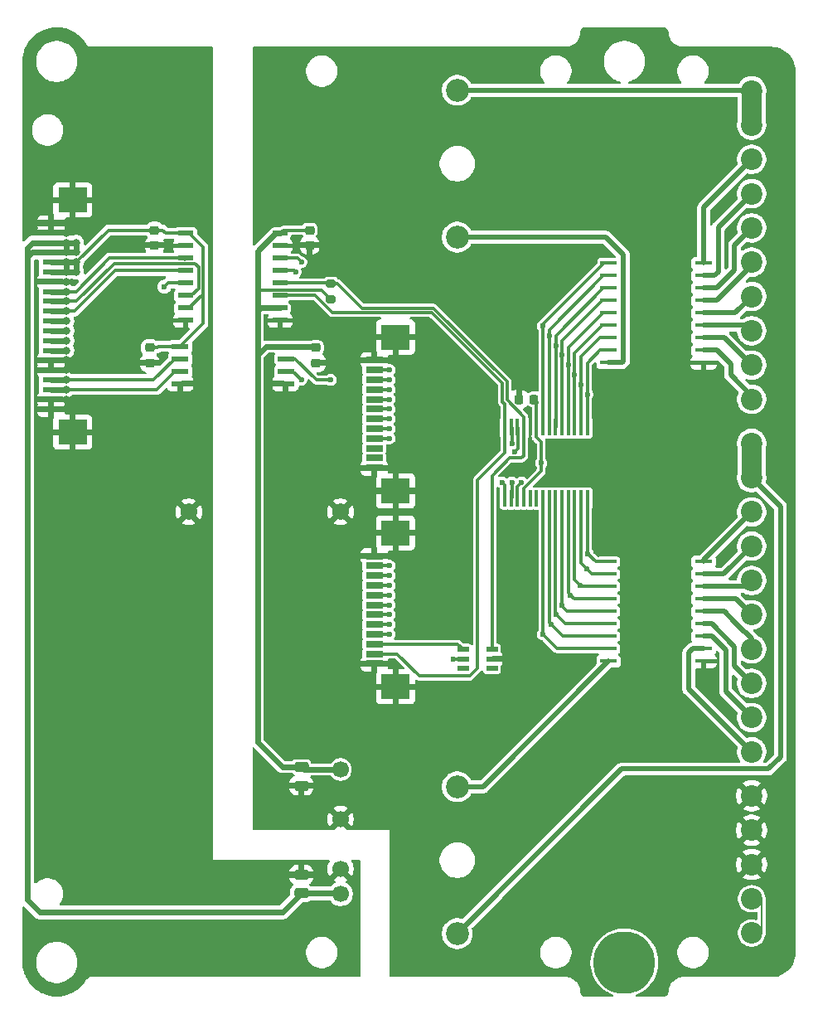
<source format=gbr>
%TF.GenerationSoftware,KiCad,Pcbnew,9.0.2*%
%TF.CreationDate,2025-06-28T16:09:41+03:00*%
%TF.ProjectId,PMCNV-DQ16src,504d434e-562d-4445-9131-367372632e6b,rev?*%
%TF.SameCoordinates,Original*%
%TF.FileFunction,Copper,L1,Top*%
%TF.FilePolarity,Positive*%
%FSLAX46Y46*%
G04 Gerber Fmt 4.6, Leading zero omitted, Abs format (unit mm)*
G04 Created by KiCad (PCBNEW 9.0.2) date 2025-06-28 16:09:41*
%MOMM*%
%LPD*%
G01*
G04 APERTURE LIST*
G04 Aperture macros list*
%AMRoundRect*
0 Rectangle with rounded corners*
0 $1 Rounding radius*
0 $2 $3 $4 $5 $6 $7 $8 $9 X,Y pos of 4 corners*
0 Add a 4 corners polygon primitive as box body*
4,1,4,$2,$3,$4,$5,$6,$7,$8,$9,$2,$3,0*
0 Add four circle primitives for the rounded corners*
1,1,$1+$1,$2,$3*
1,1,$1+$1,$4,$5*
1,1,$1+$1,$6,$7*
1,1,$1+$1,$8,$9*
0 Add four rect primitives between the rounded corners*
20,1,$1+$1,$2,$3,$4,$5,0*
20,1,$1+$1,$4,$5,$6,$7,0*
20,1,$1+$1,$6,$7,$8,$9,0*
20,1,$1+$1,$8,$9,$2,$3,0*%
G04 Aperture macros list end*
%TA.AperFunction,SMDPad,CuDef*%
%ADD10R,1.800000X0.600000*%
%TD*%
%TA.AperFunction,SMDPad,CuDef*%
%ADD11R,3.000000X2.600000*%
%TD*%
%TA.AperFunction,ComponentPad*%
%ADD12C,2.200000*%
%TD*%
%TA.AperFunction,SMDPad,CuDef*%
%ADD13R,1.716000X0.450800*%
%TD*%
%TA.AperFunction,ComponentPad*%
%ADD14C,2.350000*%
%TD*%
%TA.AperFunction,SMDPad,CuDef*%
%ADD15RoundRect,0.225000X0.225000X0.250000X-0.225000X0.250000X-0.225000X-0.250000X0.225000X-0.250000X0*%
%TD*%
%TA.AperFunction,SMDPad,CuDef*%
%ADD16R,1.181100X0.558800*%
%TD*%
%TA.AperFunction,SMDPad,CuDef*%
%ADD17RoundRect,0.225000X-0.250000X0.225000X-0.250000X-0.225000X0.250000X-0.225000X0.250000X0.225000X0*%
%TD*%
%TA.AperFunction,SMDPad,CuDef*%
%ADD18RoundRect,0.250000X0.475000X-0.250000X0.475000X0.250000X-0.475000X0.250000X-0.475000X-0.250000X0*%
%TD*%
%TA.AperFunction,SMDPad,CuDef*%
%ADD19R,1.803400X0.635000*%
%TD*%
%TA.AperFunction,SMDPad,CuDef*%
%ADD20R,2.997200X2.590800*%
%TD*%
%TA.AperFunction,SMDPad,CuDef*%
%ADD21RoundRect,0.250000X-0.475000X0.250000X-0.475000X-0.250000X0.475000X-0.250000X0.475000X0.250000X0*%
%TD*%
%TA.AperFunction,SMDPad,CuDef*%
%ADD22R,1.701800X0.558800*%
%TD*%
%TA.AperFunction,ComponentPad*%
%ADD23C,1.700000*%
%TD*%
%TA.AperFunction,SMDPad,CuDef*%
%ADD24R,0.431800X1.655601*%
%TD*%
%TA.AperFunction,SMDPad,CuDef*%
%ADD25R,1.549400X0.482600*%
%TD*%
%TA.AperFunction,SMDPad,CuDef*%
%ADD26RoundRect,0.200000X0.275000X-0.200000X0.275000X0.200000X-0.275000X0.200000X-0.275000X-0.200000X0*%
%TD*%
%TA.AperFunction,ComponentPad*%
%ADD27O,6.350000X6.350000*%
%TD*%
%TA.AperFunction,ComponentPad*%
%ADD28C,1.725000*%
%TD*%
%TA.AperFunction,ViaPad*%
%ADD29C,0.800000*%
%TD*%
%TA.AperFunction,ViaPad*%
%ADD30C,0.600000*%
%TD*%
%TA.AperFunction,Conductor*%
%ADD31C,0.300000*%
%TD*%
%TA.AperFunction,Conductor*%
%ADD32C,0.600000*%
%TD*%
%TA.AperFunction,Conductor*%
%ADD33C,0.400000*%
%TD*%
%TA.AperFunction,Conductor*%
%ADD34C,0.500000*%
%TD*%
%TA.AperFunction,Conductor*%
%ADD35C,0.200000*%
%TD*%
%TA.AperFunction,Conductor*%
%ADD36C,2.000000*%
%TD*%
G04 APERTURE END LIST*
D10*
%TO.P,JM1,1,Pin_1*%
%TO.N,GND_MCU*%
X-36546000Y10500000D03*
%TO.P,JM1,2,Pin_2*%
X-36546000Y11500000D03*
%TO.P,JM1,3,Pin_3*%
%TO.N,/SCL_MCU*%
X-36546000Y12500000D03*
%TO.P,JM1,4,Pin_4*%
%TO.N,/SDA_MCU*%
X-36546000Y13500000D03*
%TO.P,JM1,5,Pin_5*%
%TO.N,GND_MCU*%
X-36546000Y14500000D03*
%TO.P,JM1,6,Pin_6*%
X-36546000Y15500000D03*
%TO.P,JM1,7,Pin_7*%
%TO.N,/CS3_MCU*%
X-36546000Y16500000D03*
%TO.P,JM1,8,Pin_8*%
%TO.N,/CS2_MCU*%
X-36546000Y17500000D03*
%TO.P,JM1,9,Pin_9*%
%TO.N,/CS1_MCU*%
X-36546000Y18500000D03*
%TO.P,JM1,10,Pin_10*%
%TO.N,/CS0_MCU*%
X-36546000Y19500000D03*
%TO.P,JM1,11,Pin_11*%
%TO.N,/SCK_MCU*%
X-36546000Y20500000D03*
%TO.P,JM1,12,Pin_11*%
%TO.N,/MISO_MCU*%
X-36546000Y21500000D03*
%TO.P,JM1,13,Pin_11*%
%TO.N,/MOSI_MCU*%
X-36546000Y22500000D03*
%TO.P,JM1,14,Pin_11*%
%TO.N,GND_MCU*%
X-36546000Y23500000D03*
%TO.P,JM1,15,Pin_11*%
%TO.N,+3.3V_MCU*%
X-36546000Y24500000D03*
%TO.P,JM1,16,Pin_11*%
X-36546000Y25500000D03*
%TO.P,JM1,17,Pin_11*%
%TO.N,+5V_MCU*%
X-36546000Y26500000D03*
%TO.P,JM1,18,Pin_11*%
X-36546000Y27500000D03*
%TO.P,JM1,19,Pin_11*%
%TO.N,GND_MCU*%
X-36546000Y28500000D03*
%TO.P,JM1,20,Pin_11*%
X-36546000Y29500000D03*
D11*
%TO.P,JM1,MP1,Pin_11*%
X-34375000Y8150000D03*
%TO.P,JM1,MP2,Pin_11*%
X-34375000Y31850000D03*
%TD*%
D12*
%TO.P,J6,1,Pin_1*%
%TO.N,/PE*%
X35000000Y-43000000D03*
%TO.P,J6,2,Pin_2*%
X35000000Y-39500000D03*
%TO.P,J6,3,Pin_3*%
%TO.N,GND_CNV*%
X35000000Y-36000000D03*
%TO.P,J6,4,Pin_4*%
X35000000Y-32500000D03*
%TO.P,J6,5,Pin_5*%
X35000000Y-29000000D03*
%TD*%
D13*
%TO.P,U6,1,I1*%
%TO.N,/a.0_in*%
X20389202Y25400000D03*
%TO.P,U6,2,I2*%
%TO.N,/a.1_in*%
X20389202Y24130000D03*
%TO.P,U6,3,I3*%
%TO.N,/a.2_in*%
X20389202Y22860000D03*
%TO.P,U6,4,I4*%
%TO.N,/a.3_in*%
X20389202Y21590000D03*
%TO.P,U6,5,I5*%
%TO.N,/a.4_in*%
X20389202Y20320000D03*
%TO.P,U6,6,I6*%
%TO.N,/a.5_in*%
X20389202Y19050000D03*
%TO.P,U6,7,I7*%
%TO.N,/a.6_in*%
X20389202Y17780000D03*
%TO.P,U6,8,I8*%
%TO.N,/a.7_in*%
X20389202Y16510000D03*
%TO.P,U6,9,VCC*%
%TO.N,Net-(U6-VCC)*%
X20389202Y15240000D03*
%TO.P,U6,10,GND*%
%TO.N,GND_CNV*%
X30090798Y15240000D03*
%TO.P,U6,11,O8*%
%TO.N,/a.7_out*%
X30090798Y16510000D03*
%TO.P,U6,12,O7*%
%TO.N,/a.6_out*%
X30090798Y17780000D03*
%TO.P,U6,13,O6*%
%TO.N,/a.5_out*%
X30090798Y19050000D03*
%TO.P,U6,14,O5*%
%TO.N,/a.4_out*%
X30090798Y20320000D03*
%TO.P,U6,15,O4*%
%TO.N,/a.3_out*%
X30090798Y21590000D03*
%TO.P,U6,16,O3*%
%TO.N,/a.2_out*%
X30090798Y22860000D03*
%TO.P,U6,17,O2*%
%TO.N,/a.1_out*%
X30090798Y24130000D03*
%TO.P,U6,18,O1*%
%TO.N,/a.0_out*%
X30090798Y25400000D03*
%TD*%
D12*
%TO.P,J5,1,Pin_1*%
%TO.N,/b.7_out*%
X35000000Y-24500000D03*
%TO.P,J5,2,Pin_2*%
%TO.N,/b.6_out*%
X35000000Y-21000000D03*
%TO.P,J5,3,Pin_3*%
%TO.N,/b.5_out*%
X35000000Y-17500000D03*
%TO.P,J5,4,Pin_4*%
%TO.N,/b.4_out*%
X35000000Y-14000000D03*
%TO.P,J5,5,Pin_5*%
%TO.N,/b.3_out*%
X35000000Y-10500000D03*
%TO.P,J5,6,Pin_6*%
%TO.N,/b.2_out*%
X35000000Y-7000000D03*
%TO.P,J5,7,Pin_7*%
%TO.N,/b.1_out*%
X35000000Y-3500000D03*
%TO.P,J5,8,Pin_8*%
%TO.N,/b.0_out*%
X35000000Y0D03*
%TO.P,J5,9,Pin_9*%
%TO.N,+V_b*%
X35000000Y3500000D03*
%TO.P,J5,10,Pin_10*%
X35000000Y7000000D03*
%TD*%
%TO.P,J3,1,Pin_1*%
%TO.N,/a.7_out*%
X35000000Y11500000D03*
%TO.P,J3,2,Pin_2*%
%TO.N,/a.6_out*%
X35000000Y15000000D03*
%TO.P,J3,3,Pin_3*%
%TO.N,/a.5_out*%
X35000000Y18500000D03*
%TO.P,J3,4,Pin_4*%
%TO.N,/a.4_out*%
X35000000Y22000000D03*
%TO.P,J3,5,Pin_5*%
%TO.N,/a.3_out*%
X35000000Y25500000D03*
%TO.P,J3,6,Pin_6*%
%TO.N,/a.2_out*%
X35000000Y29000000D03*
%TO.P,J3,7,Pin_7*%
%TO.N,/a.1_out*%
X35000000Y32500000D03*
%TO.P,J3,8,Pin_8*%
%TO.N,/a.0_out*%
X35000000Y36000000D03*
%TO.P,J3,9,Pin_9*%
%TO.N,+V_a*%
X35000000Y39500000D03*
%TO.P,J3,10,Pin_10*%
X35000000Y43000000D03*
%TD*%
D14*
%TO.P,U8,1,1*%
%TO.N,Net-(U6-VCC)*%
X4920000Y28060000D03*
%TO.P,U8,2,2*%
%TO.N,+V_a*%
X4920000Y43060000D03*
%TD*%
D15*
%TO.P,C7,1*%
%TO.N,+5V_CNV*%
X12775000Y11500000D03*
%TO.P,C7,2*%
%TO.N,GND_CNV*%
X11225000Y11500000D03*
%TD*%
D16*
%TO.P,U10,1,1A*%
%TO.N,unconnected-(U10-1A-Pad1)*%
X8466850Y-15950001D03*
%TO.P,U10,2,GND*%
%TO.N,GND_CNV*%
X8466850Y-15000000D03*
%TO.P,U10,3,2A*%
%TO.N,/CS_CNV*%
X8466850Y-14049999D03*
%TO.P,U10,4,2Y*%
%TO.N,/CS_LED*%
X5533150Y-14049999D03*
%TO.P,U10,5,VCC*%
%TO.N,+5V_CNV*%
X5533150Y-15000000D03*
%TO.P,U10,6,1Y*%
%TO.N,unconnected-(U10-1Y-Pad6)*%
X5533150Y-15950001D03*
%TD*%
D17*
%TO.P,C1,1*%
%TO.N,+3.3V_MCU*%
X-26000000Y28775000D03*
%TO.P,C1,2*%
%TO.N,GND_MCU*%
X-26000000Y27225000D03*
%TD*%
D18*
%TO.P,C3,1*%
%TO.N,+5V_MCU*%
X-11000000Y-38950000D03*
%TO.P,C3,2*%
%TO.N,GND_MCU*%
X-11000000Y-37050000D03*
%TD*%
D14*
%TO.P,U9,1,1*%
%TO.N,Net-(U7-VCC)*%
X4920000Y-28060000D03*
%TO.P,U9,2,2*%
%TO.N,+V_b*%
X4920000Y-43060000D03*
%TD*%
D19*
%TO.P,J4,1,Pin_1*%
%TO.N,GND_CNV*%
X-3556000Y-15499992D03*
%TO.P,J4,2,Pin_2*%
%TO.N,/MISO_CNV*%
X-3556000Y-14499994D03*
%TO.P,J4,3,Pin_3*%
%TO.N,/CS_LED*%
X-3556000Y-13499996D03*
%TO.P,J4,4,Pin_4*%
%TO.N,/b.7_in*%
X-3556000Y-12499998D03*
%TO.P,J4,5,Pin_5*%
%TO.N,/b.6_in*%
X-3556000Y-11500000D03*
%TO.P,J4,6,Pin_6*%
%TO.N,/b.5_in*%
X-3556000Y-10500000D03*
%TO.P,J4,7,Pin_7*%
%TO.N,/b.4_in*%
X-3556000Y-9500000D03*
%TO.P,J4,8,Pin_8*%
%TO.N,/b.3_in*%
X-3556000Y-8500000D03*
%TO.P,J4,9,Pin_9*%
%TO.N,/b.2_in*%
X-3556000Y-7500002D03*
%TO.P,J4,10,Pin_10*%
%TO.N,/b.1_in*%
X-3556000Y-6500004D03*
%TO.P,J4,11,Pin_11*%
%TO.N,/b.0_in*%
X-3556000Y-5500006D03*
%TO.P,J4,12,Pin_11*%
%TO.N,GND_CNV*%
X-3556000Y-4500008D03*
D20*
%TO.P,J4,13,Pin_11*%
X-1385999Y-17850003D03*
X-1385999Y-2149997D03*
%TD*%
D21*
%TO.P,C4,1*%
%TO.N,+5V_CNV*%
X-11000000Y-26050000D03*
%TO.P,C4,2*%
%TO.N,GND_CNV*%
X-11000000Y-27950000D03*
%TD*%
D13*
%TO.P,U7,1,I1*%
%TO.N,/b.0_in*%
X20389202Y-5080000D03*
%TO.P,U7,2,I2*%
%TO.N,/b.1_in*%
X20389202Y-6350000D03*
%TO.P,U7,3,I3*%
%TO.N,/b.2_in*%
X20389202Y-7620000D03*
%TO.P,U7,4,I4*%
%TO.N,/b.3_in*%
X20389202Y-8890000D03*
%TO.P,U7,5,I5*%
%TO.N,/b.4_in*%
X20389202Y-10160000D03*
%TO.P,U7,6,I6*%
%TO.N,/b.5_in*%
X20389202Y-11430000D03*
%TO.P,U7,7,I7*%
%TO.N,/b.6_in*%
X20389202Y-12700000D03*
%TO.P,U7,8,I8*%
%TO.N,/b.7_in*%
X20389202Y-13970000D03*
%TO.P,U7,9,VCC*%
%TO.N,Net-(U7-VCC)*%
X20389202Y-15240000D03*
%TO.P,U7,10,GND*%
%TO.N,GND_CNV*%
X30090798Y-15240000D03*
%TO.P,U7,11,O8*%
%TO.N,/b.7_out*%
X30090798Y-13970000D03*
%TO.P,U7,12,O7*%
%TO.N,/b.6_out*%
X30090798Y-12700000D03*
%TO.P,U7,13,O6*%
%TO.N,/b.5_out*%
X30090798Y-11430000D03*
%TO.P,U7,14,O5*%
%TO.N,/b.4_out*%
X30090798Y-10160000D03*
%TO.P,U7,15,O4*%
%TO.N,/b.3_out*%
X30090798Y-8890000D03*
%TO.P,U7,16,O3*%
%TO.N,/b.2_out*%
X30090798Y-7620000D03*
%TO.P,U7,17,O2*%
%TO.N,/b.1_out*%
X30090798Y-6350000D03*
%TO.P,U7,18,O1*%
%TO.N,/b.0_out*%
X30090798Y-5080000D03*
%TD*%
D22*
%TO.P,U11,1,VDDa*%
%TO.N,+3.3V_MCU*%
X-23384800Y16905000D03*
%TO.P,U11,2,SDAa*%
%TO.N,/SDA_MCU*%
X-23384800Y15635000D03*
%TO.P,U11,3,SCLa*%
%TO.N,/SCL_MCU*%
X-23384800Y14365000D03*
%TO.P,U11,4,GNDa*%
%TO.N,GND_MCU*%
X-23384800Y13095000D03*
%TO.P,U11,5,GNDb*%
%TO.N,GND_CNV*%
X-12615200Y13095000D03*
%TO.P,U11,6,SCLb*%
%TO.N,/SCK_CNV*%
X-12615200Y14365000D03*
%TO.P,U11,7,SDAb*%
%TO.N,/MOSI_CNV*%
X-12615200Y15635000D03*
%TO.P,U11,8,VDDb*%
%TO.N,+5V_CNV*%
X-12615200Y16905000D03*
%TD*%
D23*
%TO.P,PS1,1,Vin*%
%TO.N,+5V_MCU*%
X-7000000Y-39000000D03*
%TO.P,PS1,2,GND*%
%TO.N,GND_MCU*%
X-7000000Y-36460000D03*
%TO.P,PS1,4,0V*%
%TO.N,GND_CNV*%
X-7000000Y-31380000D03*
%TO.P,PS1,6,+V*%
%TO.N,+5V_CNV*%
X-7000000Y-26300000D03*
%TD*%
D24*
%TO.P,U3,1,GPB0*%
%TO.N,/a.7_in*%
X18225000Y8627801D03*
%TO.P,U3,2,GPB1*%
%TO.N,/a.6_in*%
X17574999Y8627801D03*
%TO.P,U3,3,GPB2*%
%TO.N,/a.5_in*%
X16925000Y8627801D03*
%TO.P,U3,4,GPB3*%
%TO.N,/a.4_in*%
X16274999Y8627801D03*
%TO.P,U3,5,GPB4*%
%TO.N,/a.3_in*%
X15625001Y8627801D03*
%TO.P,U3,6,GPB5*%
%TO.N,/a.2_in*%
X14974999Y8627801D03*
%TO.P,U3,7,GPB6*%
%TO.N,/a.1_in*%
X14325001Y8627801D03*
%TO.P,U3,8,GPB7*%
%TO.N,/a.0_in*%
X13675002Y8627801D03*
%TO.P,U3,9,VDD*%
%TO.N,+5V_CNV*%
X13025001Y8627801D03*
%TO.P,U3,10,VSS*%
%TO.N,GND_CNV*%
X12375002Y8627801D03*
%TO.P,U3,11,~{CS}*%
%TO.N,/CS_CNV*%
X11725001Y8627801D03*
%TO.P,U3,12,SCK*%
%TO.N,/SCK_CNV*%
X11075002Y8627801D03*
%TO.P,U3,13,SI*%
%TO.N,/MOSI_CNV*%
X10425001Y8627801D03*
%TO.P,U3,14,SO*%
%TO.N,/MISO_CNV*%
X9775002Y8627801D03*
%TO.P,U3,15,A0*%
%TO.N,/A0*%
X9775000Y1372199D03*
%TO.P,U3,16,A1*%
%TO.N,/A1*%
X10425001Y1372199D03*
%TO.P,U3,17,A2*%
%TO.N,/A2*%
X11075000Y1372199D03*
%TO.P,U3,18,~{RESET}*%
%TO.N,+5V_CNV*%
X11725001Y1372199D03*
%TO.P,U3,19,INTB*%
%TO.N,unconnected-(U3-INTB-Pad19)*%
X12374999Y1372199D03*
%TO.P,U3,20,INTA*%
%TO.N,unconnected-(U3-INTA-Pad20)*%
X13025001Y1372199D03*
%TO.P,U3,21,GPA0*%
%TO.N,/b.7_in*%
X13674999Y1372199D03*
%TO.P,U3,22,GPA1*%
%TO.N,/b.6_in*%
X14325001Y1372199D03*
%TO.P,U3,23,GPA2*%
%TO.N,/b.5_in*%
X14974999Y1372199D03*
%TO.P,U3,24,GPA3*%
%TO.N,/b.4_in*%
X15625001Y1372199D03*
%TO.P,U3,25,GPA4*%
%TO.N,/b.3_in*%
X16274999Y1372199D03*
%TO.P,U3,26,GPA5*%
%TO.N,/b.2_in*%
X16925000Y1372199D03*
%TO.P,U3,27,GPA6*%
%TO.N,/b.1_in*%
X17574999Y1372199D03*
%TO.P,U3,28,GPA7*%
%TO.N,/b.0_in*%
X18225000Y1372199D03*
%TD*%
D25*
%TO.P,U4,1,VDD*%
%TO.N,+3.3V_MCU*%
X-22826000Y28445000D03*
%TO.P,U4,2,GNDA*%
%TO.N,GND_MCU*%
X-22826000Y27175000D03*
%TO.P,U4,3,VI1*%
%TO.N,/MOSI_MCU*%
X-22826000Y25905000D03*
%TO.P,U4,4,VI2*%
%TO.N,/SCK_MCU*%
X-22826000Y24635000D03*
%TO.P,U4,5,VI3*%
%TO.N,/CS_MCU*%
X-22826000Y23365000D03*
%TO.P,U4,6,VO4*%
%TO.N,/MISO_MCU*%
X-22826000Y22095000D03*
%TO.P,U4,7,ENA*%
%TO.N,+3.3V_MCU*%
X-22826000Y20825000D03*
%TO.P,U4,8,GNDA*%
%TO.N,GND_MCU*%
X-22826000Y19555000D03*
%TO.P,U4,9,GNDB*%
%TO.N,GND_CNV*%
X-13174000Y19555000D03*
%TO.P,U4,10,ENB*%
%TO.N,+5V_CNV*%
X-13174000Y20825000D03*
%TO.P,U4,11,VI4*%
%TO.N,/MISO_CNV*%
X-13174000Y22095000D03*
%TO.P,U4,12,VO3*%
%TO.N,/CS_CNV*%
X-13174000Y23365000D03*
%TO.P,U4,13,VO2*%
%TO.N,/SCK_CNV*%
X-13174000Y24635000D03*
%TO.P,U4,14,VO1*%
%TO.N,/MOSI_CNV*%
X-13174000Y25905000D03*
%TO.P,U4,15,GNDB*%
%TO.N,GND_CNV*%
X-13174000Y27175000D03*
%TO.P,U4,16,VISO*%
%TO.N,+5V_CNV*%
X-13174000Y28445000D03*
%TD*%
D19*
%TO.P,J2,1,Pin_1*%
%TO.N,GND_CNV*%
X-3556000Y4500008D03*
%TO.P,J2,2,Pin_2*%
%TO.N,unconnected-(J2-Pin_2-Pad2)*%
X-3556000Y5500006D03*
%TO.P,J2,3,Pin_3*%
%TO.N,unconnected-(J2-Pin_3-Pad3)*%
X-3556000Y6500004D03*
%TO.P,J2,4,Pin_4*%
%TO.N,/a.7_in*%
X-3556000Y7500002D03*
%TO.P,J2,5,Pin_5*%
%TO.N,/a.6_in*%
X-3556000Y8500000D03*
%TO.P,J2,6,Pin_6*%
%TO.N,/a.5_in*%
X-3556000Y9500000D03*
%TO.P,J2,7,Pin_7*%
%TO.N,/a.4_in*%
X-3556000Y10500000D03*
%TO.P,J2,8,Pin_8*%
%TO.N,/a.3_in*%
X-3556000Y11500000D03*
%TO.P,J2,9,Pin_9*%
%TO.N,/a.2_in*%
X-3556000Y12499998D03*
%TO.P,J2,10,Pin_10*%
%TO.N,/a.1_in*%
X-3556000Y13499996D03*
%TO.P,J2,11,Pin_11*%
%TO.N,/a.0_in*%
X-3556000Y14499994D03*
%TO.P,J2,12,Pin_11*%
%TO.N,GND_CNV*%
X-3556000Y15499992D03*
D20*
%TO.P,J2,13,Pin_11*%
X-1385999Y2149997D03*
X-1385999Y17850003D03*
%TD*%
D17*
%TO.P,C6,1*%
%TO.N,+3.3V_MCU*%
X-26500000Y16775000D03*
%TO.P,C6,2*%
%TO.N,GND_MCU*%
X-26500000Y15225000D03*
%TD*%
D26*
%TO.P,R1,1*%
%TO.N,+5V_CNV*%
X-8000000Y21675000D03*
%TO.P,R1,2*%
%TO.N,/CS_CNV*%
X-8000000Y23325000D03*
%TD*%
D17*
%TO.P,C2,1*%
%TO.N,+5V_CNV*%
X-10145000Y28775000D03*
%TO.P,C2,2*%
%TO.N,GND_CNV*%
X-10145000Y27225000D03*
%TD*%
D27*
%TO.P,PE1,1*%
%TO.N,/PE*%
X22000000Y-46000000D03*
%TD*%
D28*
%TO.P,U2,1*%
%TO.N,GND_MCU*%
X-22500000Y0D03*
%TD*%
%TO.P,U5,1*%
%TO.N,GND_CNV*%
X-7000000Y0D03*
%TD*%
D17*
%TO.P,C5,1*%
%TO.N,+5V_CNV*%
X-9500000Y16775000D03*
%TO.P,C5,2*%
%TO.N,GND_CNV*%
X-9500000Y15225000D03*
%TD*%
D29*
%TO.N,GND_MCU*%
X-35000000Y23500000D03*
X-35000000Y29500000D03*
X-35000000Y28500000D03*
X-35000000Y15500000D03*
X-35000000Y14500000D03*
X-35000000Y11500000D03*
X-35000000Y10500000D03*
%TO.N,+3.3V_MCU*%
X-34000000Y24500000D03*
X-34000000Y25500000D03*
%TO.N,+5V_MCU*%
X-34000000Y26500000D03*
X-34000000Y27500000D03*
D30*
%TO.N,GND_MCU*%
X-28500000Y27500000D03*
%TO.N,/CS_MCU*%
X-25000000Y23000000D03*
D29*
%TO.N,/SCL_MCU*%
X-35000000Y12500000D03*
%TO.N,/SDA_MCU*%
X-35000000Y13500000D03*
%TO.N,/CS3_MCU*%
X-35000000Y16500000D03*
%TO.N,/CS2_MCU*%
X-35000000Y17500000D03*
%TO.N,/CS1_MCU*%
X-35000000Y18500000D03*
%TO.N,/CS0_MCU*%
X-35000000Y19500000D03*
%TO.N,/SCK_MCU*%
X-35000000Y20500000D03*
%TO.N,/MISO_MCU*%
X-35000000Y21500000D03*
%TO.N,/MOSI_MCU*%
X-35000000Y22500000D03*
%TO.N,+3.3V_MCU*%
X-35000000Y24500000D03*
X-35000000Y25500000D03*
%TO.N,+5V_MCU*%
X-35000000Y26500000D03*
X-35000000Y27500000D03*
D30*
%TO.N,GND_MCU*%
X-34500000Y34000000D03*
X-36000000Y6000000D03*
X-33000000Y6000000D03*
X-34500000Y6000000D03*
X-36000000Y34000000D03*
X-32000000Y9000000D03*
X-32000000Y32500000D03*
X-33000000Y34000000D03*
X-32000000Y7500000D03*
X-32000000Y31000000D03*
%TO.N,+5V_CNV*%
X-15500000Y3000000D03*
X-15500000Y-15000000D03*
X4500000Y-15000000D03*
X13500000Y5000000D03*
%TO.N,GND_CNV*%
X5250000Y-2750000D03*
D29*
X-13500000Y31000000D03*
X-3500000Y-29000000D03*
D30*
X5000000Y1750000D03*
X12750000Y5750000D03*
X12750000Y6750000D03*
X29685000Y-16510000D03*
D29*
X-11500000Y33000000D03*
X-2500000Y-30000000D03*
X-4500000Y-28000000D03*
X-11500000Y31000000D03*
D30*
X12250000Y10500000D03*
D29*
X-4500000Y-30000000D03*
X-13500000Y33000000D03*
D30*
X30955000Y-16510000D03*
D29*
X-2500000Y-28000000D03*
X-12500000Y32000000D03*
D30*
X30320000Y-17780000D03*
%TO.N,/a.0_in*%
X-2000000Y14500000D03*
X13675002Y19000000D03*
%TO.N,/b.0_in*%
X18250000Y-4250000D03*
X-2000000Y-5500000D03*
%TO.N,/b.7_in*%
X13674999Y-12500000D03*
X-2000000Y-12500000D03*
%TO.N,/b.5_in*%
X15000000Y-10500000D03*
X-2000000Y-10500000D03*
%TO.N,/a.2_in*%
X-2000000Y12500000D03*
X15000000Y17000000D03*
%TO.N,/b.6_in*%
X-2000000Y-11500000D03*
X14500000Y-11500000D03*
%TO.N,/a.3_in*%
X-2000000Y11500000D03*
X15625001Y16000000D03*
%TO.N,/a.5_in*%
X16925000Y14000000D03*
X-2000000Y9500000D03*
%TO.N,/a.7_in*%
X-2000000Y7500000D03*
X18225000Y12000000D03*
%TO.N,/b.2_in*%
X17500000Y-7500000D03*
X-2000000Y-7500000D03*
%TO.N,/b.1_in*%
X18175000Y-5825000D03*
X-2000000Y-6500000D03*
%TO.N,/b.4_in*%
X15625001Y-9500000D03*
X-2000000Y-9500000D03*
%TO.N,/a.4_in*%
X16274999Y15000000D03*
X-2000000Y10500000D03*
%TO.N,/a.6_in*%
X17574999Y13000000D03*
X-2000000Y8500000D03*
%TO.N,/b.3_in*%
X16500000Y-8500000D03*
X-2000000Y-8500000D03*
%TO.N,/a.1_in*%
X-2000000Y13500000D03*
X14325001Y18000000D03*
%TO.N,/MOSI_CNV*%
X10500000Y7000000D03*
X-11000000Y25500000D03*
X-8000000Y13500000D03*
%TO.N,/SCK_CNV*%
X-11000000Y13500000D03*
X-11600000Y24500000D03*
X10750000Y6100000D03*
%TO.N,/A0*%
X9500000Y3000000D03*
%TO.N,/A1*%
X10500000Y3000000D03*
%TO.N,/A2*%
X11500000Y3000000D03*
%TD*%
D31*
%TO.N,/MOSI_MCU*%
X-22826000Y25905000D02*
X-30595000Y25905000D01*
X-30595000Y25905000D02*
X-34000000Y22500000D01*
X-34000000Y22500000D02*
X-35000000Y22500000D01*
%TO.N,/MISO_MCU*%
X-22876800Y22095000D02*
X-22191000Y22095000D01*
X-22191000Y22095000D02*
X-21500000Y22786000D01*
X-21862700Y25362700D02*
X-30137300Y25362700D01*
X-34000000Y21500000D02*
X-35000000Y21500000D01*
X-21500000Y22786000D02*
X-21500000Y25000000D01*
X-21500000Y25000000D02*
X-21862700Y25362700D01*
X-30137300Y25362700D02*
X-34000000Y21500000D01*
%TO.N,/SCK_MCU*%
X-22826000Y24635000D02*
X-30000000Y24635000D01*
X-30000000Y24635000D02*
X-34135000Y20500000D01*
X-34135000Y20500000D02*
X-35000000Y20500000D01*
D32*
%TO.N,+3.3V_MCU*%
X-34000000Y24500000D02*
X-34000000Y25500000D01*
X-35000000Y24500000D02*
X-34000000Y24500000D01*
X-34000000Y25500000D02*
X-35000000Y25500000D01*
%TO.N,+5V_MCU*%
X-35000000Y27500000D02*
X-34000000Y27500000D01*
X-34000000Y26500000D02*
X-35000000Y26500000D01*
X-34000000Y27500000D02*
X-34000000Y26500000D01*
D31*
%TO.N,+3.3V_MCU*%
X-30725000Y28775000D02*
X-34000000Y25500000D01*
D32*
X-35000000Y25500000D02*
X-35000000Y24500000D01*
%TO.N,+5V_MCU*%
X-35000000Y27500000D02*
X-35000000Y26500000D01*
%TO.N,+5V_CNV*%
X-15500000Y-23500000D02*
X-15500000Y16000000D01*
X-14595000Y16905000D02*
X-15500000Y16000000D01*
X-12615200Y16905000D02*
X-14595000Y16905000D01*
X-11000000Y-26050000D02*
X-12950000Y-26050000D01*
X-12950000Y-26050000D02*
X-15500000Y-23500000D01*
X-15500000Y16000000D02*
X-15500000Y26500000D01*
D31*
%TO.N,/CS_CNV*%
X-8000000Y23325000D02*
X-7325000Y23325000D01*
X10000000Y13325000D02*
X10000000Y11429178D01*
X10000000Y11429178D02*
X11725001Y9704177D01*
X-7325000Y23325000D02*
X-4794595Y20794595D01*
X2530405Y20794595D02*
X10000000Y13325000D01*
X-4794595Y20794595D02*
X2530405Y20794595D01*
X11725001Y9704177D02*
X11725001Y8627801D01*
%TO.N,/MISO_CNV*%
X-13174000Y22095000D02*
X-9609064Y22095000D01*
X-7857659Y20343595D02*
X2343595Y20343595D01*
X-9609064Y22095000D02*
X-7857659Y20343595D01*
X2343595Y20343595D02*
X9549000Y13138190D01*
X9549000Y13138190D02*
X9549000Y11242368D01*
X9549000Y11242368D02*
X9775002Y11016366D01*
X9775002Y11016366D02*
X9775002Y8627801D01*
%TO.N,/MOSI_CNV*%
X-8000000Y13500000D02*
X-8029112Y13470888D01*
X-8029112Y13470888D02*
X-9470888Y13470888D01*
X-9470888Y13470888D02*
X-11635000Y15635000D01*
X-11635000Y15635000D02*
X-12615200Y15635000D01*
%TO.N,+3.3V_MCU*%
X-22445000Y28445000D02*
X-21049000Y27049000D01*
X-21049000Y27049000D02*
X-21049000Y22500000D01*
X-30725000Y28775000D02*
X-26000000Y28775000D01*
%TO.N,/CS_MCU*%
X-24635000Y23365000D02*
X-25000000Y23000000D01*
X-22826000Y23365000D02*
X-24635000Y23365000D01*
%TO.N,/SCL_MCU*%
X-23384800Y14365000D02*
X-23956300Y14365000D01*
X-25821300Y12500000D02*
X-35000000Y12500000D01*
X-23956300Y14365000D02*
X-25821300Y12500000D01*
%TO.N,/SDA_MCU*%
X-23384800Y15635000D02*
X-23956300Y15635000D01*
X-23956300Y15635000D02*
X-26091300Y13500000D01*
X-26091300Y13500000D02*
X-35000000Y13500000D01*
%TO.N,+3.3V_MCU*%
X-26000000Y28775000D02*
X-25225000Y28775000D01*
X-25225000Y28775000D02*
X-24895000Y28445000D01*
X-24895000Y28445000D02*
X-22826000Y28445000D01*
X-21049000Y22500000D02*
X-21049000Y22254000D01*
X-21049000Y22500000D02*
X-21049000Y19240800D01*
X-21049000Y19240800D02*
X-23384800Y16905000D01*
D32*
%TO.N,+5V_MCU*%
X-36546000Y27500000D02*
X-38500000Y27500000D01*
X-38500000Y27500000D02*
X-39000000Y27000000D01*
X-39000000Y27000000D02*
X-39000000Y26000000D01*
X-36546000Y26500000D02*
X-38500000Y26500000D01*
X-38500000Y26500000D02*
X-39000000Y26000000D01*
D31*
%TO.N,/MOSI_MCU*%
X-22876800Y25905000D02*
X-22876800Y25813700D01*
%TO.N,/MISO_MCU*%
X-35008636Y21500000D02*
X-35500000Y21500000D01*
D32*
%TO.N,/SCL_MCU*%
X-35000000Y12500000D02*
X-36546000Y12500000D01*
%TO.N,/SDA_MCU*%
X-35000000Y13500000D02*
X-36546000Y13500000D01*
%TO.N,/CS3_MCU*%
X-35000000Y16500000D02*
X-36546000Y16500000D01*
%TO.N,/CS2_MCU*%
X-35000000Y17500000D02*
X-36546000Y17500000D01*
%TO.N,/CS1_MCU*%
X-35000000Y18500000D02*
X-36546000Y18500000D01*
%TO.N,/CS0_MCU*%
X-35000000Y19500000D02*
X-36546000Y19500000D01*
%TO.N,/SCK_MCU*%
X-35000000Y20500000D02*
X-36546000Y20500000D01*
%TO.N,/MISO_MCU*%
X-35000000Y21500000D02*
X-36546000Y21500000D01*
%TO.N,/MOSI_MCU*%
X-35000000Y22500000D02*
X-36546000Y22500000D01*
%TO.N,+3.3V_MCU*%
X-36546000Y24500000D02*
X-35000000Y24500000D01*
X-36546000Y25500000D02*
X-35000000Y25500000D01*
%TO.N,+5V_MCU*%
X-35000000Y26500000D02*
X-36546000Y26500000D01*
X-35000000Y27500000D02*
X-36546000Y27500000D01*
D31*
%TO.N,+3.3V_MCU*%
X-26500000Y16775000D02*
X-25725000Y16775000D01*
X-21049000Y22254000D02*
X-22478000Y20825000D01*
X-22478000Y20825000D02*
X-22826000Y20825000D01*
X-25595000Y16905000D02*
X-23384800Y16905000D01*
X-25725000Y16775000D02*
X-25595000Y16905000D01*
D32*
%TO.N,+5V_CNV*%
X-13174000Y20825000D02*
X-15175000Y20825000D01*
X-9630000Y16905000D02*
X-9500000Y16775000D01*
D31*
X5533150Y-15000000D02*
X4500000Y-15000000D01*
D33*
X13025001Y11249999D02*
X12775000Y11500000D01*
D32*
X-12615200Y16905000D02*
X-9630000Y16905000D01*
D31*
X13500000Y7157103D02*
X13500000Y4142900D01*
D32*
X-15500000Y23000000D02*
X-15500000Y26652400D01*
X-15500000Y20500000D02*
X-15500000Y23000000D01*
X-10750000Y-26300000D02*
X-11000000Y-26050000D01*
D31*
X11725001Y2367901D02*
X11725001Y1372199D01*
D32*
X-15175000Y20825000D02*
X-15500000Y20500000D01*
D31*
X-8000000Y21675000D02*
X-8962300Y22637300D01*
D32*
X-15500000Y26652400D02*
X-13707400Y28445000D01*
X-13707400Y28445000D02*
X-13174000Y28445000D01*
D31*
X-8962300Y22637300D02*
X-15137300Y22637300D01*
X-15137300Y22637300D02*
X-15500000Y23000000D01*
X13025001Y8627801D02*
X13025001Y11249999D01*
D32*
X-7000000Y-26300000D02*
X-10750000Y-26300000D01*
D31*
X13025001Y7632102D02*
X13500000Y7157103D01*
X-10145000Y28775000D02*
X-12844000Y28775000D01*
X13500000Y4142900D02*
X11725001Y2367901D01*
X13025001Y8627801D02*
X13025001Y7632102D01*
X-12844000Y28775000D02*
X-13174000Y28445000D01*
D32*
%TO.N,+5V_MCU*%
X-37713691Y-40901000D02*
X-12951000Y-40901000D01*
X-39000000Y-39614691D02*
X-37713691Y-40901000D01*
X-12951000Y-40901000D02*
X-11000000Y-38950000D01*
X-11000000Y-38950000D02*
X-7050000Y-38950000D01*
X-7050000Y-38950000D02*
X-7000000Y-39000000D01*
D31*
%TO.N,/a.0_in*%
X-2000000Y14500000D02*
X-3555994Y14500000D01*
X13675002Y19000000D02*
X13675002Y19175002D01*
X13675002Y19175002D02*
X19900000Y25400000D01*
X19900000Y25400000D02*
X20389202Y25400000D01*
X13675002Y14000000D02*
X13675002Y19000000D01*
X-3555994Y14500000D02*
X-3556000Y14499994D01*
X13675002Y8627801D02*
X13675002Y14000000D01*
%TO.N,/b.0_in*%
X18225000Y-4225000D02*
X18250000Y-4250000D01*
X18225000Y1372199D02*
X18225000Y-4225000D01*
X18250000Y-4250000D02*
X19080000Y-5080000D01*
X19080000Y-5080000D02*
X20389202Y-5080000D01*
X-2000000Y-5500000D02*
X-3555994Y-5500000D01*
X-3555994Y-5500000D02*
X-3556000Y-5500006D01*
%TO.N,/b.7_in*%
X13674999Y-12500000D02*
X15144999Y-13970000D01*
X15144999Y-13970000D02*
X20389202Y-13970000D01*
X-3555998Y-12500000D02*
X-3556000Y-12499998D01*
X-2000000Y-12500000D02*
X-3555998Y-12500000D01*
X13674999Y-12500000D02*
X13674999Y1372199D01*
%TO.N,/b.5_in*%
X14974999Y-10474999D02*
X15000000Y-10500000D01*
X15930000Y-11430000D02*
X20389202Y-11430000D01*
X15000000Y-10500000D02*
X15930000Y-11430000D01*
X-2000000Y-10500000D02*
X-3556000Y-10500000D01*
X14974999Y1372199D02*
X14974999Y-10474999D01*
%TO.N,/a.2_in*%
X-2000000Y12500000D02*
X-3555998Y12500000D01*
X19860000Y22860000D02*
X20389202Y22860000D01*
X15000000Y18000000D02*
X19860000Y22860000D01*
X15000000Y8652802D02*
X15000000Y13000000D01*
X-3555998Y12500000D02*
X-3556000Y12499998D01*
X15000000Y13000000D02*
X15000000Y17000000D01*
X15000000Y17000000D02*
X15000000Y18000000D01*
%TO.N,/b.6_in*%
X15700000Y-12700000D02*
X20389202Y-12700000D01*
X14325001Y-11325001D02*
X14500000Y-11500000D01*
X14325001Y1372199D02*
X14325001Y-11325001D01*
X14500000Y-11500000D02*
X15700000Y-12700000D01*
X-2000000Y-11500000D02*
X-3556000Y-11500000D01*
%TO.N,/a.3_in*%
X15625001Y8627801D02*
X15625001Y12500000D01*
X19756602Y21590000D02*
X20389202Y21590000D01*
X15625001Y16000000D02*
X15625001Y17458399D01*
X15625001Y12500000D02*
X15625001Y16000000D01*
X15625001Y17458399D02*
X19756602Y21590000D01*
X-2000000Y11500000D02*
X-3556000Y11500000D01*
%TO.N,/a.5_in*%
X-2000000Y9500000D02*
X-3556000Y9500000D01*
X19800000Y19050000D02*
X20389202Y19050000D01*
X16925000Y8627801D02*
X16925000Y11500000D01*
X16925000Y11500000D02*
X16925000Y14000000D01*
X16925000Y14000000D02*
X16925000Y16175000D01*
X16925000Y16175000D02*
X19800000Y19050000D01*
%TO.N,/a.7_in*%
X18225000Y12000000D02*
X18225000Y15225000D01*
X19510000Y16510000D02*
X20389202Y16510000D01*
X18225000Y15225000D02*
X19510000Y16510000D01*
X-2000000Y7500000D02*
X-3555998Y7500000D01*
X-3555998Y7500000D02*
X-3556000Y7500002D01*
X18225000Y10500000D02*
X18225000Y12000000D01*
X18225000Y8627801D02*
X18225000Y10500000D01*
%TO.N,/b.2_in*%
X17500000Y-7500000D02*
X17620000Y-7620000D01*
X-3555998Y-7500000D02*
X-3556000Y-7500002D01*
X16925000Y-6925000D02*
X16925000Y1372199D01*
X17500000Y-7500000D02*
X16925000Y-6925000D01*
X17620000Y-7620000D02*
X20389202Y-7620000D01*
X-2000000Y-7500000D02*
X-3555998Y-7500000D01*
%TO.N,/b.1_in*%
X17574999Y-5224999D02*
X17574999Y1372199D01*
X18175000Y-5825000D02*
X17574999Y-5224999D01*
X-3555996Y-6500000D02*
X-3556000Y-6500004D01*
X18700000Y-6350000D02*
X20389202Y-6350000D01*
X-2000000Y-6500000D02*
X-3555996Y-6500000D01*
X18175000Y-5825000D02*
X18700000Y-6350000D01*
%TO.N,/b.4_in*%
X15625001Y-9625001D02*
X16160000Y-10160000D01*
X-2000000Y-9500000D02*
X-3556000Y-9500000D01*
X16160000Y-10160000D02*
X20389202Y-10160000D01*
X15625001Y1372199D02*
X15625001Y-9500000D01*
X15625001Y-9500000D02*
X15625001Y-9625001D01*
%TO.N,/a.4_in*%
X16274999Y15000000D02*
X16274999Y16774999D01*
X-2000000Y10500000D02*
X-3556000Y10500000D01*
X19820000Y20320000D02*
X20389202Y20320000D01*
X16274999Y12000000D02*
X16274999Y15000000D01*
X16274999Y8627801D02*
X16274999Y12000000D01*
X16274999Y16774999D02*
X19820000Y20320000D01*
%TO.N,/a.6_in*%
X17574999Y13000000D02*
X17574999Y15824999D01*
X17574999Y15824999D02*
X19530000Y17780000D01*
X19530000Y17780000D02*
X20389202Y17780000D01*
X17574999Y8627801D02*
X17574999Y11000000D01*
X-2000000Y8500000D02*
X-3556000Y8500000D01*
X17574999Y11000000D02*
X17574999Y13000000D01*
%TO.N,/b.3_in*%
X-2000000Y-8500000D02*
X-3556000Y-8500000D01*
X16274999Y1372199D02*
X16274999Y-8274999D01*
X16500000Y-8500000D02*
X16890000Y-8890000D01*
X16274999Y-8274999D02*
X16500000Y-8500000D01*
X16890000Y-8890000D02*
X20389202Y-8890000D01*
%TO.N,/a.1_in*%
X14325001Y13500000D02*
X14325001Y18000000D01*
X-3555996Y13500000D02*
X-3556000Y13499996D01*
X14325001Y18000000D02*
X14325001Y18575001D01*
X-2000000Y13500000D02*
X-3555996Y13500000D01*
X14325001Y18575001D02*
X19880000Y24130000D01*
X14325001Y8627801D02*
X14325001Y13500000D01*
X19880000Y24130000D02*
X20389202Y24130000D01*
D34*
%TO.N,/a.1_out*%
X31598798Y24524600D02*
X31598798Y29098798D01*
X31204198Y24130000D02*
X31598798Y24524600D01*
X30090798Y24130000D02*
X31204198Y24130000D01*
X31598798Y29098798D02*
X35000000Y32500000D01*
%TO.N,/a.3_out*%
X30090798Y21590000D02*
X31451590Y21590000D01*
X35000000Y25138410D02*
X35000000Y25500000D01*
X31451590Y21590000D02*
X35000000Y25138410D01*
%TO.N,/a.0_out*%
X30090798Y31090798D02*
X35000000Y36000000D01*
X30090798Y25400000D02*
X30090798Y31090798D01*
%TO.N,/a.7_out*%
X32860000Y15098798D02*
X32860000Y13970000D01*
X32860000Y13970000D02*
X35000000Y11830000D01*
X35000000Y11830000D02*
X35000000Y11500000D01*
X31448798Y16510000D02*
X32860000Y15098798D01*
X30090798Y16510000D02*
X31448798Y16510000D01*
%TO.N,/a.6_out*%
X32220000Y17780000D02*
X35000000Y15000000D01*
X30090798Y17780000D02*
X32220000Y17780000D01*
%TO.N,/a.4_out*%
X33320000Y20320000D02*
X35000000Y22000000D01*
X30090798Y20320000D02*
X33320000Y20320000D01*
%TO.N,/a.2_out*%
X31448798Y22860000D02*
X33250000Y24661202D01*
X30090798Y22860000D02*
X31448798Y22860000D01*
X33250000Y27250000D02*
X35000000Y29000000D01*
X33250000Y24661202D02*
X33250000Y27250000D01*
%TO.N,/a.5_out*%
X34450000Y19050000D02*
X35000000Y18500000D01*
X30090798Y19050000D02*
X34450000Y19050000D01*
%TO.N,/b.3_out*%
X33390000Y-8890000D02*
X35000000Y-10500000D01*
X30090798Y-8890000D02*
X33390000Y-8890000D01*
%TO.N,/b.5_out*%
X30955000Y-11430000D02*
X33250000Y-13725000D01*
X30090798Y-11430000D02*
X30955000Y-11430000D01*
X33250000Y-15750000D02*
X35000000Y-17500000D01*
X33250000Y-13725000D02*
X33250000Y-15750000D01*
%TO.N,/b.4_out*%
X33250000Y-11224874D02*
X34275126Y-12250000D01*
X30090798Y-10160000D02*
X32225000Y-10160000D01*
X33250000Y-11185000D02*
X33250000Y-11224874D01*
X35000000Y-12935000D02*
X35000000Y-14000000D01*
X34315000Y-12250000D02*
X35000000Y-12935000D01*
X32225000Y-10160000D02*
X33250000Y-11185000D01*
X34275126Y-12250000D02*
X34315000Y-12250000D01*
%TO.N,/b.2_out*%
X30090798Y-7620000D02*
X34380000Y-7620000D01*
X34380000Y-7620000D02*
X35000000Y-7000000D01*
%TO.N,/b.0_out*%
X30090798Y-5080000D02*
X30090798Y-4909202D01*
X30090798Y-4909202D02*
X35000000Y0D01*
%TO.N,/b.1_out*%
X30090798Y-6350000D02*
X32150000Y-6350000D01*
X32150000Y-6350000D02*
X35000000Y-3500000D01*
%TO.N,/b.7_out*%
X28582798Y-14364600D02*
X28582798Y-18082798D01*
X28582798Y-18082798D02*
X35000000Y-24500000D01*
X30090798Y-13970000D02*
X28977398Y-13970000D01*
X28977398Y-13970000D02*
X28582798Y-14364600D01*
%TO.N,/b.6_out*%
X32350000Y-14097792D02*
X32350000Y-18350000D01*
X32350000Y-18350000D02*
X35000000Y-21000000D01*
X30952208Y-12700000D02*
X32350000Y-14097792D01*
X30090798Y-12700000D02*
X30952208Y-12700000D01*
D35*
%TO.N,/PE*%
X36000000Y-39500000D02*
X36000000Y-43000000D01*
D36*
%TO.N,+V_a*%
X35000000Y43000000D02*
X35000000Y39500000D01*
D34*
X4980000Y43000000D02*
X4920000Y43060000D01*
X4920000Y43060000D02*
X34940000Y43060000D01*
X34940000Y43060000D02*
X35000000Y43000000D01*
%TO.N,+V_b*%
X36724874Y-26250000D02*
X37940000Y-25034874D01*
D36*
X35000000Y7000000D02*
X35000000Y3500000D01*
D34*
X21730000Y-26250000D02*
X36724874Y-26250000D01*
X37940000Y560000D02*
X35000000Y3500000D01*
X4920000Y-43060000D02*
X21730000Y-26250000D01*
X37940000Y-25034874D02*
X37940000Y560000D01*
%TO.N,Net-(U6-VCC)*%
X21897202Y15390000D02*
X21747202Y15240000D01*
X4920000Y28060000D02*
X20112602Y28060000D01*
X20112602Y28060000D02*
X21897202Y26275400D01*
X21747202Y15240000D02*
X20389202Y15240000D01*
X21897202Y26275400D02*
X21897202Y15390000D01*
%TO.N,Net-(U7-VCC)*%
X7569202Y-28060000D02*
X20389202Y-15240000D01*
X4920000Y-28060000D02*
X7569202Y-28060000D01*
D31*
%TO.N,/CS_LED*%
X-3556000Y-13499996D02*
X4983147Y-13499996D01*
X4983147Y-13499996D02*
X5533150Y-14049999D01*
%TO.N,/MOSI_CNV*%
X-11405000Y25905000D02*
X-11000000Y25500000D01*
X10500000Y8552802D02*
X10425001Y8627801D01*
X-13174000Y25905000D02*
X-11405000Y25905000D01*
X10500000Y7000000D02*
X10500000Y8552802D01*
%TO.N,/MISO_CNV*%
X6205101Y-16750000D02*
X1009998Y-16750000D01*
X9775002Y8627801D02*
X9775002Y6025002D01*
X9775002Y6025002D02*
X7000000Y3250000D01*
X7000000Y-15955101D02*
X6205101Y-16750000D01*
X1009998Y-16750000D02*
X-1240008Y-14499994D01*
X-1240008Y-14499994D02*
X-3556000Y-14499994D01*
X7000000Y3250000D02*
X7000000Y-15955101D01*
%TO.N,/SCK_CNV*%
X-11735000Y24635000D02*
X-11600000Y24500000D01*
X-13174000Y24635000D02*
X-11735000Y24635000D01*
X-12615200Y14365000D02*
X-11865000Y14365000D01*
X11101000Y8601803D02*
X11075002Y8627801D01*
X-11865000Y14365000D02*
X-11000000Y13500000D01*
X10750000Y6100000D02*
X11101000Y6451000D01*
X11101000Y6451000D02*
X11101000Y8601803D01*
%TO.N,/CS_CNV*%
X8466850Y3716850D02*
X8466850Y-14049999D01*
X11500000Y5500000D02*
X10250000Y5500000D01*
X11725001Y8627801D02*
X11725001Y5725001D01*
X10250000Y5500000D02*
X8466850Y3716850D01*
X11725001Y5725001D02*
X11500000Y5500000D01*
X-8040000Y23365000D02*
X-8000000Y23325000D01*
X-13174000Y23365000D02*
X-8040000Y23365000D01*
%TO.N,/A0*%
X9775000Y2725000D02*
X9775000Y1372199D01*
X9500000Y3000000D02*
X9775000Y2725000D01*
%TO.N,/A1*%
X10500000Y3000000D02*
X10500000Y1447198D01*
X10500000Y1447198D02*
X10425001Y1372199D01*
%TO.N,/A2*%
X11500000Y3000000D02*
X11075000Y2575000D01*
X11075000Y2575000D02*
X11075000Y1372199D01*
D35*
%TO.N,/MISO_MCU*%
X-22378400Y22095000D02*
X-22876800Y22095000D01*
D32*
%TO.N,+5V_MCU*%
X-39000000Y26000000D02*
X-39000000Y14500000D01*
X-39000000Y14500000D02*
X-39000000Y-39614691D01*
%TD*%
%TA.AperFunction,Conductor*%
%TO.N,GND_CNV*%
G36*
X26006922Y49498720D02*
G01*
X26097266Y49488541D01*
X26124331Y49482364D01*
X26203540Y49454648D01*
X26228553Y49442602D01*
X26299606Y49397957D01*
X26321313Y49380645D01*
X26380644Y49321314D01*
X26397957Y49299605D01*
X26442600Y49228556D01*
X26454648Y49203538D01*
X26482362Y49124334D01*
X26488540Y49097265D01*
X26491469Y49071272D01*
X26497865Y49014506D01*
X26498720Y49006924D01*
X26499500Y48993039D01*
X26499500Y48892683D01*
X26530044Y48680236D01*
X26530047Y48680226D01*
X26590517Y48474285D01*
X26679672Y48279062D01*
X26679679Y48279049D01*
X26736489Y48190651D01*
X26794425Y48100500D01*
X26795720Y48098486D01*
X26936275Y47936276D01*
X27060277Y47828828D01*
X27098487Y47795719D01*
X27169245Y47750246D01*
X27279048Y47679680D01*
X27279061Y47679673D01*
X27474284Y47590518D01*
X27474288Y47590517D01*
X27474290Y47590516D01*
X27680231Y47530046D01*
X27680232Y47530046D01*
X27680235Y47530045D01*
X27743584Y47520938D01*
X27892682Y47499500D01*
X27934108Y47499500D01*
X36934108Y47499500D01*
X36996249Y47499500D01*
X37003736Y47499274D01*
X37293796Y47481729D01*
X37308659Y47479924D01*
X37590798Y47428220D01*
X37605335Y47424637D01*
X37879172Y47339305D01*
X37893163Y47334000D01*
X38154743Y47216273D01*
X38167989Y47209320D01*
X38413465Y47060925D01*
X38425776Y47052427D01*
X38472520Y47015806D01*
X38651573Y46875527D01*
X38662781Y46865597D01*
X38865596Y46662782D01*
X38875526Y46651574D01*
X39007406Y46483241D01*
X39052422Y46425783D01*
X39060926Y46413463D01*
X39177398Y46220795D01*
X39209316Y46167996D01*
X39216275Y46154737D01*
X39333997Y45893169D01*
X39339306Y45879168D01*
X39424635Y45605337D01*
X39428219Y45590799D01*
X39479923Y45308660D01*
X39481728Y45293795D01*
X39499274Y45003737D01*
X39499500Y44996250D01*
X39499500Y-44996249D01*
X39499274Y-45003736D01*
X39481728Y-45293794D01*
X39479923Y-45308659D01*
X39428219Y-45590798D01*
X39424635Y-45605336D01*
X39339306Y-45879167D01*
X39333997Y-45893168D01*
X39216275Y-46154736D01*
X39209316Y-46167995D01*
X39060928Y-46413459D01*
X39052422Y-46425782D01*
X38875526Y-46651573D01*
X38865596Y-46662781D01*
X38662781Y-46865596D01*
X38651573Y-46875526D01*
X38425782Y-47052422D01*
X38413459Y-47060928D01*
X38167995Y-47209316D01*
X38154736Y-47216275D01*
X37893168Y-47333997D01*
X37879167Y-47339306D01*
X37605336Y-47424635D01*
X37590798Y-47428219D01*
X37308659Y-47479923D01*
X37293794Y-47481728D01*
X37003736Y-47499274D01*
X36996249Y-47499500D01*
X27892682Y-47499500D01*
X27680235Y-47530044D01*
X27680225Y-47530047D01*
X27474284Y-47590517D01*
X27279061Y-47679672D01*
X27279048Y-47679679D01*
X27098485Y-47795720D01*
X26936275Y-47936275D01*
X26795720Y-48098485D01*
X26679679Y-48279048D01*
X26679672Y-48279061D01*
X26590517Y-48474284D01*
X26530047Y-48680225D01*
X26530044Y-48680235D01*
X26499500Y-48892682D01*
X26499500Y-48993038D01*
X26498720Y-49006922D01*
X26498720Y-49006923D01*
X26488540Y-49097264D01*
X26482362Y-49124333D01*
X26454648Y-49203537D01*
X26442600Y-49228555D01*
X26397957Y-49299604D01*
X26380644Y-49321313D01*
X26321313Y-49380644D01*
X26299604Y-49397957D01*
X26228555Y-49442600D01*
X26203537Y-49454648D01*
X26124333Y-49482362D01*
X26097264Y-49488540D01*
X26017075Y-49497576D01*
X26006921Y-49498720D01*
X25993038Y-49499500D01*
X23256767Y-49499500D01*
X23189728Y-49479815D01*
X23143973Y-49427011D01*
X23134029Y-49357853D01*
X23163054Y-49294297D01*
X23209314Y-49260939D01*
X23487760Y-49145603D01*
X23788919Y-48984631D01*
X24072850Y-48794914D01*
X24336818Y-48578281D01*
X24578281Y-48336818D01*
X24794914Y-48072850D01*
X24984631Y-47788919D01*
X25145603Y-47487760D01*
X25276282Y-47172273D01*
X25375409Y-46845496D01*
X25442029Y-46510577D01*
X25475500Y-46170740D01*
X25475500Y-45829260D01*
X25442029Y-45489423D01*
X25375409Y-45154504D01*
X25290330Y-44874038D01*
X27399500Y-44874038D01*
X27399500Y-44921750D01*
X27399500Y-45125962D01*
X27406787Y-45171969D01*
X27438910Y-45374785D01*
X27516760Y-45614383D01*
X27544398Y-45668624D01*
X27626246Y-45829260D01*
X27631132Y-45838848D01*
X27779201Y-46042649D01*
X27779205Y-46042654D01*
X27957345Y-46220794D01*
X27957350Y-46220798D01*
X28109564Y-46331387D01*
X28161155Y-46368870D01*
X28292218Y-46435650D01*
X28385616Y-46483239D01*
X28385618Y-46483239D01*
X28385621Y-46483241D01*
X28625215Y-46561090D01*
X28874038Y-46600500D01*
X28874039Y-46600500D01*
X29125961Y-46600500D01*
X29125962Y-46600500D01*
X29374785Y-46561090D01*
X29614379Y-46483241D01*
X29838845Y-46368870D01*
X30042656Y-46220793D01*
X30220793Y-46042656D01*
X30368870Y-45838845D01*
X30483241Y-45614379D01*
X30561090Y-45374785D01*
X30600500Y-45125962D01*
X30600500Y-44874038D01*
X30561090Y-44625215D01*
X30483241Y-44385621D01*
X30483239Y-44385618D01*
X30483239Y-44385616D01*
X30394314Y-44211092D01*
X30368870Y-44161155D01*
X30314537Y-44086372D01*
X30220798Y-43957350D01*
X30220794Y-43957345D01*
X30042654Y-43779205D01*
X30042649Y-43779201D01*
X29838848Y-43631132D01*
X29838847Y-43631131D01*
X29838845Y-43631130D01*
X29768747Y-43595413D01*
X29614383Y-43516760D01*
X29374785Y-43438910D01*
X29125962Y-43399500D01*
X28874038Y-43399500D01*
X28749626Y-43419205D01*
X28625214Y-43438910D01*
X28385616Y-43516760D01*
X28161151Y-43631132D01*
X27957350Y-43779201D01*
X27957345Y-43779205D01*
X27779205Y-43957345D01*
X27779201Y-43957350D01*
X27631132Y-44161151D01*
X27516760Y-44385616D01*
X27438910Y-44625214D01*
X27423438Y-44722898D01*
X27399500Y-44874038D01*
X25290330Y-44874038D01*
X25276282Y-44827727D01*
X25145603Y-44512240D01*
X24984631Y-44211081D01*
X24794914Y-43927150D01*
X24578281Y-43663182D01*
X24578280Y-43663181D01*
X24578276Y-43663176D01*
X24336823Y-43421723D01*
X24072855Y-43205090D01*
X24072854Y-43205089D01*
X24072850Y-43205086D01*
X23788919Y-43015369D01*
X23788914Y-43015366D01*
X23788907Y-43015362D01*
X23579941Y-42903669D01*
X23487760Y-42854397D01*
X23487753Y-42854394D01*
X23172274Y-42723718D01*
X22845490Y-42624589D01*
X22510583Y-42557972D01*
X22510566Y-42557969D01*
X22253579Y-42532658D01*
X22170740Y-42524500D01*
X21829260Y-42524500D01*
X21752646Y-42532045D01*
X21489433Y-42557969D01*
X21489416Y-42557972D01*
X21154509Y-42624589D01*
X20827725Y-42723718D01*
X20512246Y-42854394D01*
X20512232Y-42854401D01*
X20211092Y-43015362D01*
X20211074Y-43015373D01*
X19927158Y-43205080D01*
X19927144Y-43205090D01*
X19663176Y-43421723D01*
X19421723Y-43663176D01*
X19205090Y-43927144D01*
X19205080Y-43927158D01*
X19015373Y-44211074D01*
X19015362Y-44211092D01*
X18854401Y-44512232D01*
X18854394Y-44512246D01*
X18723718Y-44827725D01*
X18624589Y-45154509D01*
X18557972Y-45489416D01*
X18557969Y-45489433D01*
X18540322Y-45668612D01*
X18524500Y-45829260D01*
X18524500Y-46170740D01*
X18529430Y-46220793D01*
X18557969Y-46510566D01*
X18557972Y-46510583D01*
X18624589Y-46845490D01*
X18723718Y-47172274D01*
X18767141Y-47277105D01*
X18854397Y-47487760D01*
X18876998Y-47530044D01*
X19015362Y-47788907D01*
X19015366Y-47788914D01*
X19015369Y-47788919D01*
X19140399Y-47976040D01*
X19205080Y-48072841D01*
X19205090Y-48072855D01*
X19421723Y-48336823D01*
X19663176Y-48578276D01*
X19663181Y-48578280D01*
X19663182Y-48578281D01*
X19927150Y-48794914D01*
X20211081Y-48984631D01*
X20211090Y-48984636D01*
X20211092Y-48984637D01*
X20252785Y-49006922D01*
X20512240Y-49145603D01*
X20683944Y-49216725D01*
X20790686Y-49260939D01*
X20845089Y-49304780D01*
X20867154Y-49371074D01*
X20849875Y-49438774D01*
X20798737Y-49486384D01*
X20743233Y-49499500D01*
X18006962Y-49499500D01*
X17993078Y-49498720D01*
X17980553Y-49497308D01*
X17902735Y-49488540D01*
X17875666Y-49482362D01*
X17796462Y-49454648D01*
X17771444Y-49442600D01*
X17700395Y-49397957D01*
X17678686Y-49380644D01*
X17619355Y-49321313D01*
X17602042Y-49299604D01*
X17598707Y-49294297D01*
X17557398Y-49228553D01*
X17545351Y-49203537D01*
X17535287Y-49174776D01*
X17517636Y-49124331D01*
X17511459Y-49097263D01*
X17501280Y-49006922D01*
X17500500Y-48993038D01*
X17500500Y-48892683D01*
X17500500Y-48892682D01*
X17469954Y-48680231D01*
X17409484Y-48474290D01*
X17409483Y-48474288D01*
X17409482Y-48474284D01*
X17320327Y-48279061D01*
X17320320Y-48279048D01*
X17249102Y-48168231D01*
X17204281Y-48098487D01*
X17098180Y-47976040D01*
X17063724Y-47936275D01*
X16901514Y-47795720D01*
X16901513Y-47795719D01*
X16836991Y-47754253D01*
X16720951Y-47679679D01*
X16720938Y-47679672D01*
X16525715Y-47590517D01*
X16319774Y-47530047D01*
X16319764Y-47530044D01*
X16128754Y-47502582D01*
X16107318Y-47499500D01*
X16107317Y-47499500D01*
X-1876000Y-47499500D01*
X-1943039Y-47479815D01*
X-1988794Y-47427011D01*
X-2000000Y-47375500D01*
X-2000000Y-44874038D01*
X13399500Y-44874038D01*
X13399500Y-44921750D01*
X13399500Y-45125962D01*
X13406787Y-45171969D01*
X13438910Y-45374785D01*
X13516760Y-45614383D01*
X13544398Y-45668624D01*
X13626246Y-45829260D01*
X13631132Y-45838848D01*
X13779201Y-46042649D01*
X13779205Y-46042654D01*
X13957345Y-46220794D01*
X13957350Y-46220798D01*
X14109564Y-46331387D01*
X14161155Y-46368870D01*
X14292218Y-46435650D01*
X14385616Y-46483239D01*
X14385618Y-46483239D01*
X14385621Y-46483241D01*
X14625215Y-46561090D01*
X14874038Y-46600500D01*
X14874039Y-46600500D01*
X15125961Y-46600500D01*
X15125962Y-46600500D01*
X15374785Y-46561090D01*
X15614379Y-46483241D01*
X15838845Y-46368870D01*
X16042656Y-46220793D01*
X16220793Y-46042656D01*
X16368870Y-45838845D01*
X16483241Y-45614379D01*
X16561090Y-45374785D01*
X16600500Y-45125962D01*
X16600500Y-44874038D01*
X16561090Y-44625215D01*
X16483241Y-44385621D01*
X16483239Y-44385618D01*
X16483239Y-44385616D01*
X16394314Y-44211092D01*
X16368870Y-44161155D01*
X16314537Y-44086372D01*
X16220798Y-43957350D01*
X16220794Y-43957345D01*
X16042654Y-43779205D01*
X16042649Y-43779201D01*
X15838848Y-43631132D01*
X15838847Y-43631131D01*
X15838845Y-43631130D01*
X15768747Y-43595413D01*
X15614383Y-43516760D01*
X15374785Y-43438910D01*
X15125962Y-43399500D01*
X14874038Y-43399500D01*
X14749626Y-43419205D01*
X14625214Y-43438910D01*
X14385616Y-43516760D01*
X14161151Y-43631132D01*
X13957350Y-43779201D01*
X13957345Y-43779205D01*
X13779205Y-43957345D01*
X13779201Y-43957350D01*
X13631132Y-44161151D01*
X13516760Y-44385616D01*
X13438910Y-44625214D01*
X13423438Y-44722898D01*
X13399500Y-44874038D01*
X-2000000Y-44874038D01*
X-2000000Y-42935999D01*
X3344500Y-42935999D01*
X3344500Y-43184000D01*
X3382152Y-43421723D01*
X3383294Y-43428931D01*
X3459927Y-43664782D01*
X3572511Y-43885742D01*
X3718276Y-44086370D01*
X3893630Y-44261724D01*
X4094258Y-44407489D01*
X4315218Y-44520073D01*
X4551069Y-44596706D01*
X4642920Y-44611253D01*
X4796000Y-44635500D01*
X4796005Y-44635500D01*
X5044000Y-44635500D01*
X5180070Y-44613947D01*
X5288931Y-44596706D01*
X5524782Y-44520073D01*
X5745742Y-44407489D01*
X5946370Y-44261724D01*
X6121724Y-44086370D01*
X6267489Y-43885742D01*
X6380073Y-43664782D01*
X6456706Y-43428931D01*
X6473947Y-43320070D01*
X6495500Y-43184000D01*
X6495500Y-42935999D01*
X6461877Y-42723718D01*
X6456706Y-42691069D01*
X6419408Y-42576282D01*
X6417414Y-42506444D01*
X6449657Y-42450287D01*
X9510166Y-39389778D01*
X33599500Y-39389778D01*
X33599500Y-39610221D01*
X33633985Y-39827952D01*
X33702103Y-40037603D01*
X33702104Y-40037606D01*
X33742337Y-40116565D01*
X33797040Y-40223925D01*
X33802187Y-40234025D01*
X33931752Y-40412358D01*
X33931756Y-40412363D01*
X34087636Y-40568243D01*
X34087641Y-40568247D01*
X34226615Y-40669216D01*
X34265978Y-40697815D01*
X34394375Y-40763237D01*
X34462393Y-40797895D01*
X34462396Y-40797896D01*
X34556677Y-40828529D01*
X34672049Y-40866015D01*
X34889778Y-40900500D01*
X34889779Y-40900500D01*
X35110221Y-40900500D01*
X35110222Y-40900500D01*
X35327951Y-40866015D01*
X35437182Y-40830523D01*
X35507023Y-40828529D01*
X35566856Y-40864609D01*
X35597684Y-40927310D01*
X35599500Y-40948455D01*
X35599500Y-41551544D01*
X35579815Y-41618583D01*
X35527011Y-41664338D01*
X35457853Y-41674282D01*
X35437183Y-41669475D01*
X35327953Y-41633985D01*
X35327954Y-41633985D01*
X35164654Y-41608121D01*
X35110222Y-41599500D01*
X34889778Y-41599500D01*
X34817201Y-41610995D01*
X34672047Y-41633985D01*
X34462396Y-41702103D01*
X34462393Y-41702104D01*
X34265974Y-41802187D01*
X34087641Y-41931752D01*
X34087636Y-41931756D01*
X33931756Y-42087636D01*
X33931752Y-42087641D01*
X33802187Y-42265974D01*
X33702104Y-42462393D01*
X33702103Y-42462396D01*
X33633985Y-42672047D01*
X33599500Y-42889778D01*
X33599500Y-43110221D01*
X33633985Y-43327952D01*
X33702103Y-43537603D01*
X33702104Y-43537606D01*
X33802187Y-43734025D01*
X33931752Y-43912358D01*
X33931756Y-43912363D01*
X34087636Y-44068243D01*
X34087641Y-44068247D01*
X34243192Y-44181260D01*
X34265978Y-44197815D01*
X34391399Y-44261721D01*
X34462393Y-44297895D01*
X34462396Y-44297896D01*
X34567221Y-44331955D01*
X34672049Y-44366015D01*
X34889778Y-44400500D01*
X34889779Y-44400500D01*
X35110221Y-44400500D01*
X35110222Y-44400500D01*
X35327951Y-44366015D01*
X35537606Y-44297895D01*
X35734022Y-44197815D01*
X35912365Y-44068242D01*
X36068242Y-43912365D01*
X36197815Y-43734022D01*
X36297895Y-43537606D01*
X36366015Y-43327951D01*
X36400500Y-43110222D01*
X36400500Y-42889778D01*
X36400500Y-39447273D01*
X36400500Y-39389778D01*
X36366015Y-39172049D01*
X36297895Y-38962394D01*
X36297895Y-38962393D01*
X36263237Y-38894375D01*
X36197815Y-38765978D01*
X36164530Y-38720165D01*
X36068247Y-38587641D01*
X36068243Y-38587636D01*
X35912363Y-38431756D01*
X35912358Y-38431752D01*
X35734025Y-38302187D01*
X35734024Y-38302186D01*
X35734022Y-38302185D01*
X35633991Y-38251216D01*
X35537606Y-38202104D01*
X35537603Y-38202103D01*
X35327952Y-38133985D01*
X35208325Y-38115038D01*
X35110222Y-38099500D01*
X34889778Y-38099500D01*
X34817201Y-38110995D01*
X34672047Y-38133985D01*
X34462396Y-38202103D01*
X34462393Y-38202104D01*
X34265974Y-38302187D01*
X34087641Y-38431752D01*
X34087636Y-38431756D01*
X33931756Y-38587636D01*
X33931752Y-38587641D01*
X33802187Y-38765974D01*
X33702104Y-38962393D01*
X33702103Y-38962396D01*
X33633985Y-39172047D01*
X33599500Y-39389778D01*
X9510166Y-39389778D01*
X13025874Y-35874071D01*
X33400000Y-35874071D01*
X33400000Y-36125928D01*
X33439397Y-36374669D01*
X33517219Y-36614184D01*
X33631559Y-36838586D01*
X33675991Y-36899742D01*
X33675992Y-36899743D01*
X34339979Y-36235756D01*
X34379668Y-36331574D01*
X34456274Y-36446224D01*
X34553776Y-36543726D01*
X34668426Y-36620332D01*
X34764242Y-36660020D01*
X34100255Y-37324006D01*
X34100256Y-37324007D01*
X34161413Y-37368440D01*
X34385815Y-37482780D01*
X34625330Y-37560602D01*
X34874072Y-37600000D01*
X35125928Y-37600000D01*
X35374669Y-37560602D01*
X35614184Y-37482780D01*
X35838575Y-37368446D01*
X35838588Y-37368438D01*
X35899742Y-37324007D01*
X35899743Y-37324006D01*
X35235756Y-36660020D01*
X35331574Y-36620332D01*
X35446224Y-36543726D01*
X35543726Y-36446224D01*
X35620332Y-36331574D01*
X35660020Y-36235757D01*
X36324006Y-36899743D01*
X36324007Y-36899742D01*
X36368438Y-36838588D01*
X36368446Y-36838575D01*
X36482780Y-36614184D01*
X36560602Y-36374669D01*
X36600000Y-36125928D01*
X36600000Y-35874071D01*
X36560602Y-35625330D01*
X36482780Y-35385815D01*
X36368440Y-35161413D01*
X36324007Y-35100256D01*
X36324006Y-35100255D01*
X35660020Y-35764242D01*
X35620332Y-35668426D01*
X35543726Y-35553776D01*
X35446224Y-35456274D01*
X35331574Y-35379668D01*
X35235756Y-35339979D01*
X35899743Y-34675992D01*
X35899742Y-34675991D01*
X35838586Y-34631559D01*
X35614184Y-34517219D01*
X35374669Y-34439397D01*
X35125928Y-34400000D01*
X34874072Y-34400000D01*
X34625330Y-34439397D01*
X34385815Y-34517219D01*
X34161418Y-34631556D01*
X34161416Y-34631557D01*
X34100256Y-34675991D01*
X34100256Y-34675992D01*
X34764243Y-35339979D01*
X34668426Y-35379668D01*
X34553776Y-35456274D01*
X34456274Y-35553776D01*
X34379668Y-35668426D01*
X34339979Y-35764243D01*
X33675992Y-35100256D01*
X33675991Y-35100256D01*
X33631557Y-35161416D01*
X33631556Y-35161418D01*
X33517219Y-35385815D01*
X33439397Y-35625330D01*
X33400000Y-35874071D01*
X13025874Y-35874071D01*
X16525874Y-32374071D01*
X33400000Y-32374071D01*
X33400000Y-32625928D01*
X33439397Y-32874669D01*
X33517219Y-33114184D01*
X33631559Y-33338586D01*
X33675991Y-33399742D01*
X33675992Y-33399743D01*
X34339979Y-32735756D01*
X34379668Y-32831574D01*
X34456274Y-32946224D01*
X34553776Y-33043726D01*
X34668426Y-33120332D01*
X34764242Y-33160020D01*
X34100255Y-33824006D01*
X34100256Y-33824007D01*
X34161413Y-33868440D01*
X34385815Y-33982780D01*
X34625330Y-34060602D01*
X34874072Y-34100000D01*
X35125928Y-34100000D01*
X35374669Y-34060602D01*
X35614184Y-33982780D01*
X35838575Y-33868446D01*
X35838588Y-33868438D01*
X35899742Y-33824007D01*
X35899743Y-33824006D01*
X35235756Y-33160020D01*
X35331574Y-33120332D01*
X35446224Y-33043726D01*
X35543726Y-32946224D01*
X35620332Y-32831574D01*
X35660020Y-32735757D01*
X36324006Y-33399743D01*
X36324007Y-33399742D01*
X36368438Y-33338588D01*
X36368446Y-33338575D01*
X36482780Y-33114184D01*
X36560602Y-32874669D01*
X36600000Y-32625928D01*
X36600000Y-32374071D01*
X36560602Y-32125330D01*
X36482780Y-31885815D01*
X36368440Y-31661413D01*
X36324007Y-31600256D01*
X36324006Y-31600255D01*
X35660020Y-32264242D01*
X35620332Y-32168426D01*
X35543726Y-32053776D01*
X35446224Y-31956274D01*
X35331574Y-31879668D01*
X35235756Y-31839979D01*
X35899743Y-31175992D01*
X35899742Y-31175991D01*
X35838586Y-31131559D01*
X35614184Y-31017219D01*
X35374669Y-30939397D01*
X35125928Y-30900000D01*
X34874072Y-30900000D01*
X34625330Y-30939397D01*
X34385815Y-31017219D01*
X34161418Y-31131556D01*
X34161416Y-31131557D01*
X34100256Y-31175991D01*
X34100256Y-31175992D01*
X34764243Y-31839979D01*
X34668426Y-31879668D01*
X34553776Y-31956274D01*
X34456274Y-32053776D01*
X34379668Y-32168426D01*
X34339979Y-32264243D01*
X33675992Y-31600256D01*
X33675991Y-31600256D01*
X33631557Y-31661416D01*
X33631556Y-31661418D01*
X33517219Y-31885815D01*
X33439397Y-32125330D01*
X33400000Y-32374071D01*
X16525874Y-32374071D01*
X20025875Y-28874071D01*
X33400000Y-28874071D01*
X33400000Y-29125928D01*
X33439397Y-29374669D01*
X33517219Y-29614184D01*
X33631559Y-29838586D01*
X33675991Y-29899742D01*
X33675992Y-29899743D01*
X34339979Y-29235756D01*
X34379668Y-29331574D01*
X34456274Y-29446224D01*
X34553776Y-29543726D01*
X34668426Y-29620332D01*
X34764242Y-29660020D01*
X34100255Y-30324006D01*
X34100256Y-30324007D01*
X34161413Y-30368440D01*
X34385815Y-30482780D01*
X34625330Y-30560602D01*
X34874072Y-30600000D01*
X35125928Y-30600000D01*
X35374669Y-30560602D01*
X35614184Y-30482780D01*
X35838575Y-30368446D01*
X35838588Y-30368438D01*
X35899742Y-30324007D01*
X35899743Y-30324006D01*
X35235756Y-29660020D01*
X35331574Y-29620332D01*
X35446224Y-29543726D01*
X35543726Y-29446224D01*
X35620332Y-29331574D01*
X35660020Y-29235757D01*
X36324006Y-29899743D01*
X36324007Y-29899742D01*
X36368438Y-29838588D01*
X36368446Y-29838575D01*
X36482780Y-29614184D01*
X36560602Y-29374669D01*
X36600000Y-29125928D01*
X36600000Y-28874071D01*
X36560602Y-28625330D01*
X36482780Y-28385815D01*
X36368440Y-28161413D01*
X36324007Y-28100256D01*
X36324006Y-28100255D01*
X35660020Y-28764242D01*
X35620332Y-28668426D01*
X35543726Y-28553776D01*
X35446224Y-28456274D01*
X35331574Y-28379668D01*
X35235756Y-28339979D01*
X35899743Y-27675992D01*
X35899742Y-27675991D01*
X35838586Y-27631559D01*
X35614184Y-27517219D01*
X35374669Y-27439397D01*
X35125928Y-27400000D01*
X34874072Y-27400000D01*
X34625330Y-27439397D01*
X34385815Y-27517219D01*
X34161418Y-27631556D01*
X34161416Y-27631557D01*
X34100256Y-27675991D01*
X34100256Y-27675992D01*
X34764243Y-28339979D01*
X34668426Y-28379668D01*
X34553776Y-28456274D01*
X34456274Y-28553776D01*
X34379668Y-28668426D01*
X34339979Y-28764243D01*
X33675992Y-28100256D01*
X33675991Y-28100256D01*
X33631557Y-28161416D01*
X33631556Y-28161418D01*
X33517219Y-28385815D01*
X33439397Y-28625330D01*
X33400000Y-28874071D01*
X20025875Y-28874071D01*
X21963127Y-26936819D01*
X22024450Y-26903334D01*
X22050808Y-26900500D01*
X36788945Y-26900500D01*
X36873489Y-26883682D01*
X36914618Y-26875501D01*
X37033001Y-26826465D01*
X37057209Y-26810290D01*
X37057210Y-26810290D01*
X37118819Y-26769123D01*
X37139543Y-26755277D01*
X38445277Y-25449543D01*
X38516466Y-25343000D01*
X38550794Y-25260123D01*
X38565501Y-25224618D01*
X38574808Y-25177829D01*
X38590500Y-25098945D01*
X38590500Y624072D01*
X38565502Y749739D01*
X38565501Y749740D01*
X38565501Y749744D01*
X38516465Y868127D01*
X38445277Y974669D01*
X38445275Y974671D01*
X38445273Y974674D01*
X38445272Y974675D01*
X36470139Y2949807D01*
X36436654Y3011130D01*
X36439888Y3075803D01*
X36463553Y3148632D01*
X36489002Y3309309D01*
X36500500Y3381903D01*
X36500500Y3618098D01*
X36471279Y3802588D01*
X36463553Y3851368D01*
X36463552Y3851372D01*
X36463552Y3851373D01*
X36406569Y4026747D01*
X36400500Y4065065D01*
X36400500Y6434937D01*
X36406569Y6473255D01*
X36463553Y6648632D01*
X36484754Y6782490D01*
X36500500Y6881903D01*
X36500500Y7118098D01*
X36463553Y7351369D01*
X36415422Y7499500D01*
X36390568Y7575992D01*
X36390566Y7575995D01*
X36390566Y7575997D01*
X36311184Y7731791D01*
X36283343Y7786433D01*
X36144517Y7977510D01*
X35977510Y8144517D01*
X35786433Y8283343D01*
X35575996Y8390567D01*
X35351368Y8463554D01*
X35118097Y8500500D01*
X35118092Y8500500D01*
X34881908Y8500500D01*
X34881903Y8500500D01*
X34648631Y8463554D01*
X34424003Y8390567D01*
X34213566Y8283343D01*
X34104550Y8204138D01*
X34022490Y8144517D01*
X34022488Y8144515D01*
X34022487Y8144515D01*
X33855485Y7977513D01*
X33855485Y7977512D01*
X33855483Y7977510D01*
X33808119Y7912319D01*
X33716657Y7786434D01*
X33609433Y7575997D01*
X33536446Y7351369D01*
X33499500Y7118098D01*
X33499500Y6881903D01*
X33536446Y6648636D01*
X33593431Y6473255D01*
X33599500Y6434937D01*
X33599500Y4065065D01*
X33593431Y4026747D01*
X33536447Y3851373D01*
X33536447Y3851370D01*
X33499500Y3618098D01*
X33499500Y3381903D01*
X33536446Y3148632D01*
X33609433Y2924004D01*
X33688812Y2768216D01*
X33716657Y2713567D01*
X33855483Y2522490D01*
X34022490Y2355483D01*
X34213567Y2216657D01*
X34312991Y2165998D01*
X34424003Y2109434D01*
X34424005Y2109434D01*
X34424008Y2109432D01*
X34503535Y2083592D01*
X34648631Y2036447D01*
X34881903Y1999500D01*
X34881908Y1999500D01*
X35118097Y1999500D01*
X35309785Y2029861D01*
X35351368Y2036447D01*
X35424197Y2060112D01*
X35494034Y2062107D01*
X35550193Y2029861D01*
X37253181Y326873D01*
X37286666Y265550D01*
X37289500Y239192D01*
X37289500Y-24714066D01*
X37269815Y-24781105D01*
X37253181Y-24801747D01*
X36491747Y-25563181D01*
X36464819Y-25577884D01*
X36439001Y-25594477D01*
X36432800Y-25595368D01*
X36430424Y-25596666D01*
X36404066Y-25599500D01*
X36299250Y-25599500D01*
X36232211Y-25579815D01*
X36186456Y-25527011D01*
X36176512Y-25457853D01*
X36198932Y-25402614D01*
X36242237Y-25343010D01*
X36283343Y-25286433D01*
X36390568Y-25075992D01*
X36463553Y-24851368D01*
X36471412Y-24801747D01*
X36500500Y-24618097D01*
X36500500Y-24381902D01*
X36463553Y-24148631D01*
X36429689Y-24044412D01*
X36390568Y-23924008D01*
X36390566Y-23924005D01*
X36390566Y-23924003D01*
X36318162Y-23781904D01*
X36283343Y-23713567D01*
X36144517Y-23522490D01*
X35977510Y-23355483D01*
X35786433Y-23216657D01*
X35575996Y-23109433D01*
X35351368Y-23036446D01*
X35118097Y-22999500D01*
X35118092Y-22999500D01*
X34881908Y-22999500D01*
X34881903Y-22999500D01*
X34648628Y-23036447D01*
X34575803Y-23060109D01*
X34505962Y-23062104D01*
X34449805Y-23029859D01*
X29269617Y-17849671D01*
X29236132Y-17788348D01*
X29233298Y-17761990D01*
X29233298Y-16089400D01*
X29252983Y-16022361D01*
X29305787Y-15976606D01*
X29357298Y-15965400D01*
X29865398Y-15965400D01*
X30316198Y-15965400D01*
X30996626Y-15965400D01*
X30996642Y-15965399D01*
X31056170Y-15958998D01*
X31056177Y-15958996D01*
X31190884Y-15908754D01*
X31190891Y-15908750D01*
X31305985Y-15822590D01*
X31305988Y-15822587D01*
X31392148Y-15707493D01*
X31392152Y-15707486D01*
X31442394Y-15572779D01*
X31442396Y-15572772D01*
X31448797Y-15513244D01*
X31448798Y-15513227D01*
X31448798Y-15465400D01*
X30316198Y-15465400D01*
X30316198Y-15965400D01*
X29865398Y-15965400D01*
X29865398Y-15364000D01*
X29885083Y-15296961D01*
X29937887Y-15251206D01*
X29989398Y-15240000D01*
X30090798Y-15240000D01*
X30090798Y-15138600D01*
X30110483Y-15071561D01*
X30163287Y-15025806D01*
X30214798Y-15014600D01*
X31448798Y-15014600D01*
X31448798Y-14966772D01*
X31448797Y-14966755D01*
X31442396Y-14907227D01*
X31442394Y-14907220D01*
X31392152Y-14772513D01*
X31392148Y-14772506D01*
X31305988Y-14657412D01*
X31275967Y-14634938D01*
X31234097Y-14579004D01*
X31229113Y-14509312D01*
X31262597Y-14447992D01*
X31276848Y-14433742D01*
X31334444Y-14320704D01*
X31339924Y-14286099D01*
X31369853Y-14222966D01*
X31429165Y-14186034D01*
X31499027Y-14187032D01*
X31550079Y-14217817D01*
X31663181Y-14330919D01*
X31696666Y-14392242D01*
X31699500Y-14418600D01*
X31699500Y-18414069D01*
X31699500Y-18414071D01*
X31699499Y-18414071D01*
X31720545Y-18519871D01*
X31720546Y-18519871D01*
X31720546Y-18519873D01*
X31724499Y-18539744D01*
X31724500Y-18539746D01*
X31773534Y-18658125D01*
X31844726Y-18764673D01*
X31844727Y-18764674D01*
X33529859Y-20449805D01*
X33563344Y-20511128D01*
X33560109Y-20575803D01*
X33536447Y-20648628D01*
X33499500Y-20881902D01*
X33499500Y-21118097D01*
X33536446Y-21351368D01*
X33609433Y-21575996D01*
X33716657Y-21786433D01*
X33855483Y-21977510D01*
X34022490Y-22144517D01*
X34213567Y-22283343D01*
X34312991Y-22334002D01*
X34424003Y-22390566D01*
X34424005Y-22390566D01*
X34424008Y-22390568D01*
X34544412Y-22429689D01*
X34648631Y-22463553D01*
X34881903Y-22500500D01*
X34881908Y-22500500D01*
X35118097Y-22500500D01*
X35351368Y-22463553D01*
X35575992Y-22390568D01*
X35786433Y-22283343D01*
X35977510Y-22144517D01*
X36144517Y-21977510D01*
X36283343Y-21786433D01*
X36390568Y-21575992D01*
X36463553Y-21351368D01*
X36500500Y-21118097D01*
X36500500Y-20881902D01*
X36463553Y-20648631D01*
X36418875Y-20511128D01*
X36390568Y-20424008D01*
X36390566Y-20424005D01*
X36390566Y-20424003D01*
X36283342Y-20213566D01*
X36144517Y-20022490D01*
X35977510Y-19855483D01*
X35786433Y-19716657D01*
X35575996Y-19609433D01*
X35351368Y-19536446D01*
X35118097Y-19499500D01*
X35118092Y-19499500D01*
X34881908Y-19499500D01*
X34881903Y-19499500D01*
X34648628Y-19536447D01*
X34575803Y-19560109D01*
X34505962Y-19562104D01*
X34449805Y-19529859D01*
X33036819Y-18116873D01*
X33003334Y-18055550D01*
X33000500Y-18029192D01*
X33000500Y-16719808D01*
X33020185Y-16652769D01*
X33072989Y-16607014D01*
X33142147Y-16597070D01*
X33205703Y-16626095D01*
X33212181Y-16632127D01*
X33529859Y-16949805D01*
X33563344Y-17011128D01*
X33560109Y-17075803D01*
X33536447Y-17148628D01*
X33499500Y-17381902D01*
X33499500Y-17618097D01*
X33536446Y-17851368D01*
X33609433Y-18075996D01*
X33647142Y-18150003D01*
X33716657Y-18286433D01*
X33855483Y-18477510D01*
X34022490Y-18644517D01*
X34213567Y-18783343D01*
X34312991Y-18834002D01*
X34424003Y-18890566D01*
X34424005Y-18890566D01*
X34424008Y-18890568D01*
X34544412Y-18929689D01*
X34648631Y-18963553D01*
X34881903Y-19000500D01*
X34881908Y-19000500D01*
X35118097Y-19000500D01*
X35351368Y-18963553D01*
X35575992Y-18890568D01*
X35786433Y-18783343D01*
X35977510Y-18644517D01*
X36144517Y-18477510D01*
X36283343Y-18286433D01*
X36390568Y-18075992D01*
X36463553Y-17851368D01*
X36469574Y-17813352D01*
X36500500Y-17618097D01*
X36500500Y-17381902D01*
X36463553Y-17148631D01*
X36418875Y-17011128D01*
X36390568Y-16924008D01*
X36390566Y-16924005D01*
X36390566Y-16924003D01*
X36334002Y-16812991D01*
X36283343Y-16713567D01*
X36144517Y-16522490D01*
X35977510Y-16355483D01*
X35786433Y-16216657D01*
X35575996Y-16109433D01*
X35351368Y-16036446D01*
X35118097Y-15999500D01*
X35118092Y-15999500D01*
X34881908Y-15999500D01*
X34881903Y-15999500D01*
X34648628Y-16036447D01*
X34575803Y-16060109D01*
X34505962Y-16062104D01*
X34449805Y-16029859D01*
X33936819Y-15516873D01*
X33922115Y-15489945D01*
X33905523Y-15464127D01*
X33904631Y-15457926D01*
X33903334Y-15455550D01*
X33900500Y-15429192D01*
X33900500Y-15299249D01*
X33920185Y-15232210D01*
X33972989Y-15186455D01*
X34042147Y-15176511D01*
X34097386Y-15198932D01*
X34213562Y-15283340D01*
X34213564Y-15283341D01*
X34213567Y-15283343D01*
X34293881Y-15324265D01*
X34424003Y-15390566D01*
X34424005Y-15390566D01*
X34424008Y-15390568D01*
X34542880Y-15429192D01*
X34648631Y-15463553D01*
X34881903Y-15500500D01*
X34881908Y-15500500D01*
X35118097Y-15500500D01*
X35351368Y-15463553D01*
X35368686Y-15457926D01*
X35575992Y-15390568D01*
X35786433Y-15283343D01*
X35977510Y-15144517D01*
X36144517Y-14977510D01*
X36283343Y-14786433D01*
X36390568Y-14575992D01*
X36463553Y-14351368D01*
X36473890Y-14286101D01*
X36500500Y-14118097D01*
X36500500Y-13881902D01*
X36463553Y-13648631D01*
X36412788Y-13492393D01*
X36390568Y-13424008D01*
X36390566Y-13424005D01*
X36390566Y-13424003D01*
X36302969Y-13252085D01*
X36283343Y-13213567D01*
X36144517Y-13022490D01*
X35977510Y-12855483D01*
X35786433Y-12716657D01*
X35587870Y-12615484D01*
X35541063Y-12573889D01*
X35505277Y-12520331D01*
X35505271Y-12520324D01*
X35175667Y-12190720D01*
X35142182Y-12129397D01*
X35147166Y-12059705D01*
X35189038Y-12003772D01*
X35243951Y-11980566D01*
X35351368Y-11963553D01*
X35575992Y-11890568D01*
X35786433Y-11783343D01*
X35977510Y-11644517D01*
X36144517Y-11477510D01*
X36283343Y-11286433D01*
X36390568Y-11075992D01*
X36463553Y-10851368D01*
X36500500Y-10618097D01*
X36500500Y-10381902D01*
X36463553Y-10148631D01*
X36418422Y-10009735D01*
X36390568Y-9924008D01*
X36390566Y-9924005D01*
X36390566Y-9924003D01*
X36292625Y-9731784D01*
X36283343Y-9713567D01*
X36144517Y-9522490D01*
X35977510Y-9355483D01*
X35786433Y-9216657D01*
X35575996Y-9109433D01*
X35351368Y-9036446D01*
X35118097Y-8999500D01*
X35118092Y-8999500D01*
X34881908Y-8999500D01*
X34881903Y-8999500D01*
X34648628Y-9036447D01*
X34575803Y-9060109D01*
X34505962Y-9062104D01*
X34449805Y-9029859D01*
X33902128Y-8482181D01*
X33891515Y-8462744D01*
X33877015Y-8446011D01*
X33875098Y-8432679D01*
X33868643Y-8420858D01*
X33870222Y-8398771D01*
X33867071Y-8376853D01*
X33872666Y-8364601D01*
X33873627Y-8351166D01*
X33886897Y-8333439D01*
X33896096Y-8313297D01*
X33907427Y-8306014D01*
X33915499Y-8295233D01*
X33936244Y-8287495D01*
X33954874Y-8275523D01*
X33976792Y-8272371D01*
X33980963Y-8270816D01*
X33989809Y-8270500D01*
X34158591Y-8270500D01*
X34214886Y-8284015D01*
X34424003Y-8390566D01*
X34424005Y-8390566D01*
X34424008Y-8390568D01*
X34518194Y-8421171D01*
X34648631Y-8463553D01*
X34881903Y-8500500D01*
X34881908Y-8500500D01*
X35118097Y-8500500D01*
X35351368Y-8463553D01*
X35353858Y-8462744D01*
X35575992Y-8390568D01*
X35786433Y-8283343D01*
X35977510Y-8144517D01*
X36144517Y-7977510D01*
X36283343Y-7786433D01*
X36390568Y-7575992D01*
X36463553Y-7351368D01*
X36492358Y-7169500D01*
X36500500Y-7118097D01*
X36500500Y-6881902D01*
X36463553Y-6648631D01*
X36402815Y-6461700D01*
X36390568Y-6424008D01*
X36390566Y-6424005D01*
X36390566Y-6424003D01*
X36283342Y-6213566D01*
X36268915Y-6193709D01*
X36144517Y-6022490D01*
X35977510Y-5855483D01*
X35786433Y-5716657D01*
X35765319Y-5705899D01*
X35575996Y-5609433D01*
X35351368Y-5536446D01*
X35118097Y-5499500D01*
X35118092Y-5499500D01*
X34881908Y-5499500D01*
X34881903Y-5499500D01*
X34648631Y-5536446D01*
X34424003Y-5609433D01*
X34213566Y-5716657D01*
X34149404Y-5763274D01*
X34022490Y-5855483D01*
X34022488Y-5855485D01*
X34022487Y-5855485D01*
X33855485Y-6022487D01*
X33855485Y-6022488D01*
X33855483Y-6022490D01*
X33798480Y-6100948D01*
X33716657Y-6213566D01*
X33609433Y-6424003D01*
X33536446Y-6648631D01*
X33502193Y-6864898D01*
X33472264Y-6928033D01*
X33412952Y-6964964D01*
X33379720Y-6969500D01*
X32749809Y-6969500D01*
X32682770Y-6949815D01*
X32637015Y-6897011D01*
X32627071Y-6827853D01*
X32656096Y-6764297D01*
X32662128Y-6757819D01*
X34151736Y-5268209D01*
X34449807Y-4970137D01*
X34511128Y-4936654D01*
X34575802Y-4939888D01*
X34648632Y-4963553D01*
X34765270Y-4982026D01*
X34881903Y-5000500D01*
X34881908Y-5000500D01*
X35118097Y-5000500D01*
X35351368Y-4963553D01*
X35422545Y-4940426D01*
X35575992Y-4890568D01*
X35786433Y-4783343D01*
X35977510Y-4644517D01*
X36144517Y-4477510D01*
X36283343Y-4286433D01*
X36390568Y-4075992D01*
X36463553Y-3851368D01*
X36475664Y-3774902D01*
X36500500Y-3618097D01*
X36500500Y-3381902D01*
X36463553Y-3148631D01*
X36390566Y-2924003D01*
X36283342Y-2713566D01*
X36144517Y-2522490D01*
X35977510Y-2355483D01*
X35786433Y-2216657D01*
X35575996Y-2109433D01*
X35351368Y-2036446D01*
X35118097Y-1999500D01*
X35118092Y-1999500D01*
X34881908Y-1999500D01*
X34881903Y-1999500D01*
X34648631Y-2036446D01*
X34424003Y-2109433D01*
X34213566Y-2216657D01*
X34104550Y-2295862D01*
X34022490Y-2355483D01*
X34022488Y-2355485D01*
X34022487Y-2355485D01*
X33855485Y-2522487D01*
X33855485Y-2522488D01*
X33855483Y-2522490D01*
X33795862Y-2604550D01*
X33716657Y-2713566D01*
X33609433Y-2924003D01*
X33536446Y-3148631D01*
X33499500Y-3381902D01*
X33499500Y-3618097D01*
X33536447Y-3851369D01*
X33536447Y-3851372D01*
X33560109Y-3924194D01*
X33562104Y-3994035D01*
X33529859Y-4050193D01*
X31916873Y-5663181D01*
X31855550Y-5696666D01*
X31829192Y-5699500D01*
X31399835Y-5699500D01*
X31332796Y-5679815D01*
X31287041Y-5627011D01*
X31277097Y-5557853D01*
X31289350Y-5519205D01*
X31299238Y-5499799D01*
X31334444Y-5430704D01*
X31334444Y-5430702D01*
X31334445Y-5430701D01*
X31349297Y-5336924D01*
X31349298Y-5336919D01*
X31349297Y-4823082D01*
X31334444Y-4729296D01*
X31326807Y-4714309D01*
X31313911Y-4645641D01*
X31340186Y-4580901D01*
X31349602Y-4570342D01*
X34449807Y-1470137D01*
X34511128Y-1436654D01*
X34575802Y-1439888D01*
X34648632Y-1463553D01*
X34765270Y-1482026D01*
X34881903Y-1500500D01*
X34881908Y-1500500D01*
X35118097Y-1500500D01*
X35351368Y-1463553D01*
X35575992Y-1390568D01*
X35786433Y-1283343D01*
X35977510Y-1144517D01*
X36144517Y-977510D01*
X36283343Y-786433D01*
X36390568Y-575992D01*
X36463553Y-351368D01*
X36490727Y-179799D01*
X36500500Y-118097D01*
X36500500Y118098D01*
X36463553Y351369D01*
X36390566Y575997D01*
X36303320Y747225D01*
X36283343Y786433D01*
X36144517Y977510D01*
X35977510Y1144517D01*
X35786433Y1283343D01*
X35575996Y1390567D01*
X35351368Y1463554D01*
X35118097Y1500500D01*
X35118092Y1500500D01*
X34881908Y1500500D01*
X34881903Y1500500D01*
X34648631Y1463554D01*
X34424003Y1390567D01*
X34213566Y1283343D01*
X34104550Y1204138D01*
X34022490Y1144517D01*
X34022488Y1144515D01*
X34022487Y1144515D01*
X33855485Y977513D01*
X33855485Y977512D01*
X33855483Y977510D01*
X33853423Y974674D01*
X33716657Y786434D01*
X33609433Y575997D01*
X33536446Y351369D01*
X33499500Y118098D01*
X33499500Y-118097D01*
X33536447Y-351369D01*
X33536447Y-351372D01*
X33560109Y-424194D01*
X33562104Y-494035D01*
X33529859Y-550193D01*
X29662271Y-4417781D01*
X29600948Y-4451266D01*
X29574590Y-4454100D01*
X29201280Y-4454100D01*
X29120317Y-4466923D01*
X29107494Y-4468954D01*
X28994456Y-4526550D01*
X28994455Y-4526551D01*
X28994450Y-4526554D01*
X28904752Y-4616252D01*
X28904749Y-4616257D01*
X28847150Y-4729298D01*
X28832298Y-4823075D01*
X28832298Y-5336917D01*
X28834413Y-5350268D01*
X28847152Y-5430704D01*
X28904748Y-5543742D01*
X28904750Y-5543744D01*
X28904752Y-5543747D01*
X28988324Y-5627319D01*
X29021809Y-5688642D01*
X29016825Y-5758334D01*
X28988324Y-5802681D01*
X28904752Y-5886252D01*
X28904749Y-5886257D01*
X28904748Y-5886258D01*
X28898001Y-5899500D01*
X28847150Y-5999298D01*
X28832298Y-6093075D01*
X28832298Y-6606917D01*
X28834413Y-6620268D01*
X28847152Y-6700704D01*
X28904748Y-6813742D01*
X28904750Y-6813744D01*
X28904752Y-6813747D01*
X28988324Y-6897319D01*
X29021809Y-6958642D01*
X29016825Y-7028334D01*
X28988324Y-7072681D01*
X28904752Y-7156252D01*
X28904749Y-7156257D01*
X28904748Y-7156258D01*
X28898001Y-7169500D01*
X28847150Y-7269298D01*
X28832298Y-7363075D01*
X28832298Y-7876917D01*
X28842356Y-7940423D01*
X28847152Y-7970704D01*
X28904748Y-8083742D01*
X28904750Y-8083744D01*
X28904752Y-8083747D01*
X28988324Y-8167319D01*
X29021809Y-8228642D01*
X29016825Y-8298334D01*
X28988324Y-8342681D01*
X28904752Y-8426252D01*
X28904749Y-8426257D01*
X28904748Y-8426258D01*
X28886157Y-8462744D01*
X28847150Y-8539298D01*
X28832298Y-8633075D01*
X28832298Y-9146917D01*
X28843090Y-9215057D01*
X28847152Y-9240704D01*
X28904748Y-9353742D01*
X28904750Y-9353744D01*
X28904752Y-9353747D01*
X28988324Y-9437319D01*
X29021809Y-9498642D01*
X29016825Y-9568334D01*
X28988324Y-9612681D01*
X28904752Y-9696252D01*
X28904749Y-9696257D01*
X28904748Y-9696258D01*
X28898001Y-9709500D01*
X28847150Y-9809298D01*
X28832298Y-9903075D01*
X28832298Y-10416917D01*
X28834413Y-10430268D01*
X28847152Y-10510704D01*
X28904748Y-10623742D01*
X28904750Y-10623744D01*
X28904752Y-10623747D01*
X28988324Y-10707319D01*
X29021809Y-10768642D01*
X29016825Y-10838334D01*
X28988324Y-10882681D01*
X28904752Y-10966252D01*
X28904749Y-10966257D01*
X28904748Y-10966258D01*
X28898001Y-10979500D01*
X28847150Y-11079298D01*
X28832298Y-11173075D01*
X28832298Y-11686917D01*
X28834413Y-11700268D01*
X28847152Y-11780704D01*
X28904748Y-11893742D01*
X28904750Y-11893744D01*
X28904752Y-11893747D01*
X28988324Y-11977319D01*
X29021809Y-12038642D01*
X29016825Y-12108334D01*
X28988324Y-12152681D01*
X28904752Y-12236252D01*
X28904749Y-12236257D01*
X28904748Y-12236258D01*
X28892652Y-12259998D01*
X28847150Y-12349298D01*
X28832298Y-12443075D01*
X28832298Y-12956917D01*
X28838392Y-12995391D01*
X28847152Y-13050704D01*
X28903230Y-13160763D01*
X28916126Y-13229430D01*
X28889850Y-13294171D01*
X28841246Y-13331177D01*
X28829472Y-13336180D01*
X28787654Y-13344499D01*
X28669271Y-13393535D01*
X28634827Y-13416550D01*
X28625150Y-13423015D01*
X28625147Y-13423017D01*
X28562734Y-13464718D01*
X28562729Y-13464722D01*
X28077525Y-13949925D01*
X28077524Y-13949926D01*
X28006332Y-14056474D01*
X27957297Y-14174855D01*
X27957295Y-14174861D01*
X27932298Y-14300528D01*
X27932298Y-14300531D01*
X27932298Y-18146867D01*
X27932298Y-18146869D01*
X27932297Y-18146869D01*
X27957295Y-18272536D01*
X27957297Y-18272542D01*
X28006333Y-18390925D01*
X28064187Y-18477511D01*
X28077524Y-18497471D01*
X28077525Y-18497472D01*
X33529859Y-23949805D01*
X33563344Y-24011128D01*
X33560109Y-24075803D01*
X33536447Y-24148628D01*
X33499500Y-24381902D01*
X33499500Y-24618097D01*
X33536446Y-24851368D01*
X33609433Y-25075996D01*
X33697839Y-25249500D01*
X33716657Y-25286433D01*
X33757755Y-25343000D01*
X33801068Y-25402614D01*
X33824548Y-25468421D01*
X33808723Y-25536475D01*
X33758617Y-25585170D01*
X33700750Y-25599500D01*
X21665929Y-25599500D01*
X21540261Y-25624497D01*
X21540255Y-25624499D01*
X21421874Y-25673534D01*
X21315326Y-25744726D01*
X5529713Y-41530339D01*
X5468390Y-41563824D01*
X5403714Y-41560589D01*
X5288928Y-41523293D01*
X5044000Y-41484500D01*
X5043995Y-41484500D01*
X4796005Y-41484500D01*
X4796000Y-41484500D01*
X4551072Y-41523293D01*
X4315215Y-41599928D01*
X4094257Y-41712511D01*
X3979792Y-41795675D01*
X3893630Y-41858276D01*
X3893628Y-41858278D01*
X3893627Y-41858278D01*
X3718278Y-42033627D01*
X3718278Y-42033628D01*
X3718276Y-42033630D01*
X3679039Y-42087635D01*
X3572511Y-42234257D01*
X3459928Y-42455215D01*
X3383293Y-42691072D01*
X3344500Y-42935999D01*
X-2000000Y-42935999D01*
X-2000000Y-35441995D01*
X3119500Y-35441995D01*
X3119500Y-35678004D01*
X3119501Y-35678020D01*
X3150306Y-35912010D01*
X3211394Y-36139993D01*
X3301714Y-36358045D01*
X3301719Y-36358056D01*
X3339945Y-36424264D01*
X3419727Y-36562450D01*
X3419729Y-36562453D01*
X3419730Y-36562454D01*
X3563406Y-36749697D01*
X3563412Y-36749704D01*
X3730295Y-36916587D01*
X3730301Y-36916592D01*
X3917550Y-37060273D01*
X4048918Y-37136118D01*
X4121943Y-37178280D01*
X4121948Y-37178282D01*
X4121951Y-37178284D01*
X4340007Y-37268606D01*
X4567986Y-37329693D01*
X4801989Y-37360500D01*
X4801996Y-37360500D01*
X5038004Y-37360500D01*
X5038011Y-37360500D01*
X5272014Y-37329693D01*
X5499993Y-37268606D01*
X5718049Y-37178284D01*
X5922450Y-37060273D01*
X6109699Y-36916592D01*
X6276592Y-36749699D01*
X6420273Y-36562450D01*
X6538284Y-36358049D01*
X6628606Y-36139993D01*
X6689693Y-35912014D01*
X6720500Y-35678011D01*
X6720500Y-35441989D01*
X6689693Y-35207986D01*
X6628606Y-34980007D01*
X6538284Y-34761951D01*
X6538282Y-34761948D01*
X6538280Y-34761943D01*
X6496118Y-34688918D01*
X6420273Y-34557550D01*
X6276592Y-34370301D01*
X6276587Y-34370295D01*
X6109704Y-34203412D01*
X6109697Y-34203406D01*
X5922454Y-34059730D01*
X5922453Y-34059729D01*
X5922450Y-34059727D01*
X5840957Y-34012677D01*
X5718056Y-33941719D01*
X5718045Y-33941714D01*
X5499993Y-33851394D01*
X5272010Y-33790306D01*
X5038020Y-33759501D01*
X5038017Y-33759500D01*
X5038011Y-33759500D01*
X4801989Y-33759500D01*
X4801983Y-33759500D01*
X4801979Y-33759501D01*
X4567989Y-33790306D01*
X4340006Y-33851394D01*
X4121954Y-33941714D01*
X4121943Y-33941719D01*
X3917545Y-34059730D01*
X3730302Y-34203406D01*
X3730295Y-34203412D01*
X3563412Y-34370295D01*
X3563406Y-34370302D01*
X3419730Y-34557545D01*
X3301719Y-34761943D01*
X3301714Y-34761954D01*
X3211394Y-34980006D01*
X3150306Y-35207989D01*
X3119501Y-35441979D01*
X3119500Y-35441995D01*
X-2000000Y-35441995D01*
X-2000000Y-32500000D01*
X-6304264Y-32500000D01*
X-6926359Y-31877905D01*
X-6807007Y-31845925D01*
X-6692993Y-31780099D01*
X-6599901Y-31687007D01*
X-6534075Y-31572993D01*
X-6502095Y-31453641D01*
X-5854975Y-32100762D01*
X-5854974Y-32100761D01*
X-5845383Y-32087563D01*
X-5845380Y-32087556D01*
X-5748905Y-31898217D01*
X-5683243Y-31696130D01*
X-5683243Y-31696127D01*
X-5650000Y-31486246D01*
X-5650000Y-31273753D01*
X-5683243Y-31063872D01*
X-5683243Y-31063869D01*
X-5748905Y-30861782D01*
X-5845374Y-30672453D01*
X-5845382Y-30672440D01*
X-5854975Y-30659237D01*
X-5854975Y-30659236D01*
X-6502095Y-31306357D01*
X-6534075Y-31187007D01*
X-6599901Y-31072993D01*
X-6692993Y-30979901D01*
X-6807007Y-30914075D01*
X-6926358Y-30882094D01*
X-6279239Y-30234973D01*
X-6292450Y-30225375D01*
X-6481783Y-30128904D01*
X-6683871Y-30063242D01*
X-6893754Y-30030000D01*
X-7106246Y-30030000D01*
X-7316128Y-30063242D01*
X-7316131Y-30063242D01*
X-7518218Y-30128904D01*
X-7707552Y-30225375D01*
X-7720763Y-30234972D01*
X-7720763Y-30234973D01*
X-7073642Y-30882094D01*
X-7192993Y-30914075D01*
X-7307007Y-30979901D01*
X-7400099Y-31072993D01*
X-7465925Y-31187007D01*
X-7497906Y-31306358D01*
X-8145027Y-30659237D01*
X-8145028Y-30659237D01*
X-8154625Y-30672448D01*
X-8251096Y-30861782D01*
X-8316758Y-31063869D01*
X-8316758Y-31063872D01*
X-8350000Y-31273753D01*
X-8350000Y-31486246D01*
X-8316758Y-31696127D01*
X-8316758Y-31696130D01*
X-8251096Y-31898217D01*
X-8154625Y-32087550D01*
X-8145027Y-32100761D01*
X-7497906Y-31453641D01*
X-7465925Y-31572993D01*
X-7400099Y-31687007D01*
X-7307007Y-31780099D01*
X-7192993Y-31845925D01*
X-7073642Y-31877905D01*
X-7695736Y-32500000D01*
X-7973036Y-32500000D01*
X-15876000Y-32500000D01*
X-15943039Y-32480315D01*
X-15988794Y-32427511D01*
X-16000000Y-32376000D01*
X-16000000Y-28250000D01*
X-12224997Y-28250000D01*
X-12214506Y-28352697D01*
X-12159359Y-28519119D01*
X-12159357Y-28519124D01*
X-12067316Y-28668345D01*
X-11943346Y-28792315D01*
X-11794125Y-28884356D01*
X-11794120Y-28884358D01*
X-11627698Y-28939505D01*
X-11627691Y-28939506D01*
X-11524981Y-28949999D01*
X-11300001Y-28949999D01*
X-10700000Y-28949999D01*
X-10475028Y-28949999D01*
X-10475014Y-28949998D01*
X-10372303Y-28939505D01*
X-10205881Y-28884358D01*
X-10205876Y-28884356D01*
X-10056655Y-28792315D01*
X-9932685Y-28668345D01*
X-9840644Y-28519124D01*
X-9840642Y-28519119D01*
X-9785495Y-28352697D01*
X-9785494Y-28352690D01*
X-9775002Y-28250000D01*
X-10700000Y-28250000D01*
X-10700000Y-28949999D01*
X-11300001Y-28949999D01*
X-11300000Y-28949998D01*
X-11300000Y-28250000D01*
X-12224997Y-28250000D01*
X-16000000Y-28250000D01*
X-16000000Y-24148597D01*
X-15980315Y-24081558D01*
X-15927511Y-24035803D01*
X-15858353Y-24025859D01*
X-15794797Y-24054884D01*
X-15788320Y-24060915D01*
X-13318716Y-26530520D01*
X-13318714Y-26530521D01*
X-13318710Y-26530524D01*
X-13198497Y-26599928D01*
X-13181784Y-26609577D01*
X-13029057Y-26650501D01*
X-13029055Y-26650501D01*
X-12863346Y-26650501D01*
X-12863330Y-26650500D01*
X-11961680Y-26650500D01*
X-11894641Y-26670185D01*
X-11885884Y-26676363D01*
X-11872839Y-26686438D01*
X-11867922Y-26692922D01*
X-11747342Y-26784361D01*
X-11744710Y-26785399D01*
X-11735452Y-26792549D01*
X-11720028Y-26813812D01*
X-11701685Y-26832618D01*
X-11699839Y-26841645D01*
X-11694427Y-26849106D01*
X-11692948Y-26875337D01*
X-11687684Y-26901071D01*
X-11691012Y-26909663D01*
X-11690492Y-26918865D01*
X-11703428Y-26941728D01*
X-11712913Y-26966226D01*
X-11720360Y-26971657D01*
X-11724897Y-26979677D01*
X-11748139Y-26991917D01*
X-11769364Y-27007398D01*
X-11772241Y-27008391D01*
X-11794118Y-27015640D01*
X-11794125Y-27015643D01*
X-11943346Y-27107684D01*
X-12067316Y-27231654D01*
X-12159357Y-27380875D01*
X-12159359Y-27380880D01*
X-12214506Y-27547302D01*
X-12214507Y-27547309D01*
X-12224998Y-27650000D01*
X-9775003Y-27650000D01*
X-9775003Y-27649999D01*
X-9785495Y-27547302D01*
X-9840642Y-27380880D01*
X-9840644Y-27380875D01*
X-9932685Y-27231654D01*
X-10052158Y-27112181D01*
X-10085643Y-27050858D01*
X-10080659Y-26981166D01*
X-10038787Y-26925233D01*
X-9973323Y-26900816D01*
X-9964477Y-26900500D01*
X-8048989Y-26900500D01*
X-7981950Y-26920185D01*
X-7948671Y-26951615D01*
X-7936002Y-26969052D01*
X-7877557Y-27049497D01*
X-7749500Y-27177554D01*
X-7749495Y-27177558D01*
X-7671453Y-27234258D01*
X-7602994Y-27283996D01*
X-7497516Y-27337740D01*
X-7441640Y-27366211D01*
X-7441637Y-27366212D01*
X-7396492Y-27380880D01*
X-7269409Y-27422171D01*
X-7186571Y-27435291D01*
X-7090551Y-27450500D01*
X-7090546Y-27450500D01*
X-6909449Y-27450500D01*
X-6822741Y-27436765D01*
X-6730591Y-27422171D01*
X-6558361Y-27366211D01*
X-6397006Y-27283996D01*
X-6250499Y-27177553D01*
X-6122447Y-27049501D01*
X-6016004Y-26902994D01*
X-5933789Y-26741639D01*
X-5877829Y-26569409D01*
X-5863235Y-26477259D01*
X-5849500Y-26390551D01*
X-5849500Y-26209448D01*
X-5865981Y-26105397D01*
X-5877829Y-26030591D01*
X-5933789Y-25858361D01*
X-5933789Y-25858360D01*
X-5962260Y-25802484D01*
X-6016004Y-25697006D01*
X-6068683Y-25624499D01*
X-6122442Y-25550505D01*
X-6122446Y-25550500D01*
X-6250501Y-25422445D01*
X-6250506Y-25422441D01*
X-6397003Y-25316006D01*
X-6397004Y-25316005D01*
X-6397006Y-25316004D01*
X-6455042Y-25286433D01*
X-6558361Y-25233788D01*
X-6558364Y-25233787D01*
X-6730590Y-25177829D01*
X-6909449Y-25149500D01*
X-6909454Y-25149500D01*
X-7090546Y-25149500D01*
X-7090551Y-25149500D01*
X-7269411Y-25177829D01*
X-7441637Y-25233787D01*
X-7441640Y-25233788D01*
X-7602998Y-25316006D01*
X-7749495Y-25422441D01*
X-7749500Y-25422445D01*
X-7877557Y-25550502D01*
X-7948670Y-25648384D01*
X-8004000Y-25691051D01*
X-8048989Y-25699500D01*
X-9888479Y-25699500D01*
X-9955518Y-25679815D01*
X-10001273Y-25627011D01*
X-10003826Y-25621009D01*
X-10040639Y-25527658D01*
X-10040640Y-25527657D01*
X-10040640Y-25527656D01*
X-10132078Y-25407077D01*
X-10252657Y-25315639D01*
X-10393439Y-25260122D01*
X-10439074Y-25254642D01*
X-10481898Y-25249500D01*
X-11518102Y-25249500D01*
X-11557147Y-25254188D01*
X-11606562Y-25260122D01*
X-11747344Y-25315639D01*
X-11867918Y-25407074D01*
X-11873915Y-25413072D01*
X-11876527Y-25410460D01*
X-11918802Y-25441851D01*
X-11961680Y-25449500D01*
X-12649902Y-25449500D01*
X-12716941Y-25429815D01*
X-12737583Y-25413181D01*
X-14863181Y-23287583D01*
X-14896666Y-23226260D01*
X-14899500Y-23199902D01*
X-14899500Y-19193247D01*
X-3384599Y-19193247D01*
X-3378198Y-19252775D01*
X-3378196Y-19252782D01*
X-3327954Y-19387489D01*
X-3327950Y-19387496D01*
X-3241790Y-19502590D01*
X-3241787Y-19502593D01*
X-3126693Y-19588753D01*
X-3126686Y-19588757D01*
X-2991979Y-19638999D01*
X-2991972Y-19639001D01*
X-2932444Y-19645402D01*
X-2932427Y-19645403D01*
X-1685999Y-19645403D01*
X-1085999Y-19645403D01*
X160429Y-19645403D01*
X160445Y-19645402D01*
X219973Y-19639001D01*
X219980Y-19638999D01*
X354687Y-19588757D01*
X354694Y-19588753D01*
X469788Y-19502593D01*
X469791Y-19502590D01*
X555951Y-19387496D01*
X555955Y-19387489D01*
X606197Y-19252782D01*
X606199Y-19252775D01*
X612600Y-19193247D01*
X612601Y-19193230D01*
X612601Y-18150003D01*
X-1085999Y-18150003D01*
X-1085999Y-19645403D01*
X-1685999Y-19645403D01*
X-1685999Y-18150003D01*
X-3384599Y-18150003D01*
X-3384599Y-19193247D01*
X-14899500Y-19193247D01*
X-14899500Y-16543204D01*
X-3384599Y-16543204D01*
X-3384599Y-17550003D01*
X-1685999Y-17550003D01*
X-1685999Y-16054603D01*
X-2036604Y-16054603D01*
X-2103643Y-16034918D01*
X-2149398Y-15982114D01*
X-2159893Y-15917347D01*
X-2154301Y-15865336D01*
X-2154300Y-15865319D01*
X-2154300Y-15799992D01*
X-3256000Y-15799992D01*
X-3256000Y-16323492D01*
X-3261863Y-16343456D01*
X-3262887Y-16364242D01*
X-3274623Y-16386913D01*
X-3275685Y-16390531D01*
X-3277155Y-16391804D01*
X-3279112Y-16395586D01*
X-3384599Y-16543204D01*
X-14899500Y-16543204D01*
X-14899500Y-15865336D01*
X-4957700Y-15865336D01*
X-4951299Y-15924864D01*
X-4951297Y-15924871D01*
X-4901055Y-16059578D01*
X-4901051Y-16059585D01*
X-4814891Y-16174679D01*
X-4814888Y-16174682D01*
X-4699794Y-16260842D01*
X-4699787Y-16260846D01*
X-4565080Y-16311088D01*
X-4565073Y-16311090D01*
X-4505545Y-16317491D01*
X-4505528Y-16317492D01*
X-3856000Y-16317492D01*
X-3856000Y-15799992D01*
X-4957700Y-15799992D01*
X-4957700Y-15865336D01*
X-14899500Y-15865336D01*
X-14899500Y-4134663D01*
X-4957700Y-4134663D01*
X-4957700Y-4200008D01*
X-3856000Y-4200008D01*
X-3856000Y-3682508D01*
X-4505545Y-3682508D01*
X-4565073Y-3688909D01*
X-4565080Y-3688911D01*
X-4699787Y-3739153D01*
X-4699794Y-3739157D01*
X-4814888Y-3825317D01*
X-4814891Y-3825320D01*
X-4901051Y-3940414D01*
X-4901055Y-3940421D01*
X-4951297Y-4075128D01*
X-4951299Y-4075135D01*
X-4957700Y-4134663D01*
X-14899500Y-4134663D01*
X-14899500Y-3493216D01*
X-3384599Y-3493216D01*
X-3384598Y-3493235D01*
X-3378226Y-3552507D01*
X-3377363Y-3553282D01*
X-3312961Y-3572193D01*
X-3267206Y-3624997D01*
X-3256000Y-3676508D01*
X-3256000Y-4200008D01*
X-2154300Y-4200008D01*
X-2154300Y-4134680D01*
X-2154301Y-4134663D01*
X-2159893Y-4082653D01*
X-2147488Y-4013893D01*
X-2099878Y-3962756D01*
X-2036604Y-3945397D01*
X-1685999Y-3945397D01*
X-1085999Y-3945397D01*
X160429Y-3945397D01*
X160445Y-3945396D01*
X219973Y-3938995D01*
X219980Y-3938993D01*
X354687Y-3888751D01*
X354694Y-3888747D01*
X469788Y-3802587D01*
X469791Y-3802584D01*
X555951Y-3687490D01*
X555955Y-3687483D01*
X606197Y-3552776D01*
X606199Y-3552769D01*
X612600Y-3493241D01*
X612601Y-3493224D01*
X612601Y-2449997D01*
X-1085999Y-2449997D01*
X-1085999Y-3945397D01*
X-1685999Y-3945397D01*
X-1685999Y-2449997D01*
X-3384599Y-2449997D01*
X-3384599Y-3493216D01*
X-14899500Y-3493216D01*
X-14899500Y107237D01*
X-8362500Y107237D01*
X-8362500Y-107236D01*
X-8328952Y-319049D01*
X-8262677Y-523020D01*
X-8165314Y-714106D01*
X-8153976Y-729710D01*
X-8153975Y-729711D01*
X-7559144Y-134879D01*
X-7535815Y-221942D01*
X-7460115Y-353058D01*
X-7353058Y-460115D01*
X-7221942Y-535815D01*
X-7134880Y-559143D01*
X-7729713Y-1153975D01*
X-7714113Y-1165310D01*
X-7714109Y-1165312D01*
X-7523021Y-1262676D01*
X-7319050Y-1328951D01*
X-7107236Y-1362500D01*
X-6892764Y-1362500D01*
X-6680951Y-1328951D01*
X-6476980Y-1262676D01*
X-6285892Y-1165312D01*
X-6270290Y-1153974D01*
X-6617512Y-806752D01*
X-3384599Y-806752D01*
X-3384599Y-1849997D01*
X-1685999Y-1849997D01*
X-1085999Y-1849997D01*
X612601Y-1849997D01*
X612601Y-806769D01*
X612600Y-806752D01*
X606199Y-747224D01*
X606197Y-747217D01*
X555955Y-612510D01*
X555951Y-612503D01*
X469791Y-497409D01*
X469788Y-497406D01*
X354694Y-411246D01*
X354687Y-411242D01*
X219980Y-361000D01*
X219973Y-360998D01*
X160445Y-354597D01*
X-1085999Y-354597D01*
X-1085999Y-1849997D01*
X-1685999Y-1849997D01*
X-1685999Y-354597D01*
X-2932444Y-354597D01*
X-2991972Y-360998D01*
X-2991979Y-361000D01*
X-3126686Y-411242D01*
X-3126693Y-411246D01*
X-3241787Y-497406D01*
X-3241790Y-497409D01*
X-3327950Y-612503D01*
X-3327954Y-612510D01*
X-3378196Y-747217D01*
X-3378198Y-747224D01*
X-3384599Y-806752D01*
X-6617512Y-806752D01*
X-6865121Y-559143D01*
X-6778058Y-535815D01*
X-6646942Y-460115D01*
X-6539885Y-353058D01*
X-6464185Y-221942D01*
X-6440857Y-134879D01*
X-5846026Y-729710D01*
X-5834688Y-714108D01*
X-5737324Y-523020D01*
X-5671049Y-319049D01*
X-5637500Y-107236D01*
X-5637500Y107237D01*
X-5671049Y319050D01*
X-5737324Y523021D01*
X-5834688Y714109D01*
X-5834690Y714113D01*
X-5846025Y729712D01*
X-5846025Y729713D01*
X-6440858Y134881D01*
X-6464185Y221942D01*
X-6539885Y353058D01*
X-6646942Y460115D01*
X-6778058Y535815D01*
X-6865121Y559143D01*
X-6617511Y806753D01*
X-3384599Y806753D01*
X-3378198Y747225D01*
X-3378196Y747218D01*
X-3327954Y612511D01*
X-3327950Y612504D01*
X-3241790Y497410D01*
X-3241787Y497407D01*
X-3126693Y411247D01*
X-3126686Y411243D01*
X-2991979Y361001D01*
X-2991972Y360999D01*
X-2932444Y354598D01*
X-2932427Y354597D01*
X-1685999Y354597D01*
X-1085999Y354597D01*
X160429Y354597D01*
X160445Y354598D01*
X219973Y360999D01*
X219980Y361001D01*
X354687Y411243D01*
X354694Y411247D01*
X469788Y497407D01*
X469791Y497410D01*
X555951Y612504D01*
X555955Y612511D01*
X606197Y747218D01*
X606199Y747225D01*
X612600Y806753D01*
X612601Y806770D01*
X612601Y1849997D01*
X-1085999Y1849997D01*
X-1085999Y354597D01*
X-1685999Y354597D01*
X-1685999Y1849997D01*
X-3384599Y1849997D01*
X-3384599Y806753D01*
X-6617511Y806753D01*
X-6270289Y1153975D01*
X-6270290Y1153976D01*
X-6285894Y1165314D01*
X-6476980Y1262677D01*
X-6680951Y1328952D01*
X-6892764Y1362500D01*
X-7107236Y1362500D01*
X-7319050Y1328952D01*
X-7523021Y1262677D01*
X-7714110Y1165312D01*
X-7729712Y1153977D01*
X-7729712Y1153976D01*
X-7134880Y559144D01*
X-7221942Y535815D01*
X-7353058Y460115D01*
X-7460115Y353058D01*
X-7535815Y221942D01*
X-7559144Y134880D01*
X-8153976Y729712D01*
X-8153977Y729712D01*
X-8165312Y714110D01*
X-8262677Y523021D01*
X-8328952Y319050D01*
X-8362500Y107237D01*
X-14899500Y107237D01*
X-14899500Y3456796D01*
X-3384599Y3456796D01*
X-3384599Y2449997D01*
X-1685999Y2449997D01*
X-1085999Y2449997D01*
X612601Y2449997D01*
X612601Y3493225D01*
X612600Y3493242D01*
X606199Y3552770D01*
X606197Y3552777D01*
X555955Y3687484D01*
X555951Y3687491D01*
X469791Y3802585D01*
X469788Y3802588D01*
X354694Y3888748D01*
X354687Y3888752D01*
X219980Y3938994D01*
X219973Y3938996D01*
X160445Y3945397D01*
X-1085999Y3945397D01*
X-1085999Y2449997D01*
X-1685999Y2449997D01*
X-1685999Y3945397D01*
X-2036604Y3945397D01*
X-2103643Y3965082D01*
X-2149398Y4017886D01*
X-2159893Y4082653D01*
X-2154301Y4134664D01*
X-2154300Y4134681D01*
X-2154300Y4200008D01*
X-3256000Y4200008D01*
X-3256000Y3676508D01*
X-3261863Y3656544D01*
X-3262887Y3635758D01*
X-3274623Y3613087D01*
X-3275685Y3609469D01*
X-3277155Y3608196D01*
X-3279112Y3604414D01*
X-3384599Y3456796D01*
X-14899500Y3456796D01*
X-14899500Y4134664D01*
X-4957700Y4134664D01*
X-4951299Y4075136D01*
X-4951297Y4075129D01*
X-4901055Y3940422D01*
X-4901051Y3940415D01*
X-4814891Y3825321D01*
X-4814888Y3825318D01*
X-4699794Y3739158D01*
X-4699787Y3739154D01*
X-4565080Y3688912D01*
X-4565073Y3688910D01*
X-4505545Y3682509D01*
X-4505528Y3682508D01*
X-3856000Y3682508D01*
X-3856000Y4200008D01*
X-4957700Y4200008D01*
X-4957700Y4134664D01*
X-14899500Y4134664D01*
X-14899500Y12767756D01*
X-13966100Y12767756D01*
X-13959699Y12708228D01*
X-13959697Y12708221D01*
X-13909455Y12573514D01*
X-13909451Y12573507D01*
X-13823291Y12458413D01*
X-13823288Y12458410D01*
X-13708194Y12372250D01*
X-13708187Y12372246D01*
X-13573480Y12322004D01*
X-13573473Y12322002D01*
X-13513945Y12315601D01*
X-13513928Y12315600D01*
X-12894600Y12315600D01*
X-12894600Y12815600D01*
X-13966100Y12815600D01*
X-13966100Y12767756D01*
X-14899500Y12767756D01*
X-14899500Y15699903D01*
X-14879815Y15766942D01*
X-14863181Y15787584D01*
X-14382584Y16268181D01*
X-14321261Y16301666D01*
X-14294903Y16304500D01*
X-13800333Y16304500D01*
X-13733294Y16284815D01*
X-13687539Y16232011D01*
X-13677595Y16162853D01*
X-13706620Y16099297D01*
X-13712652Y16092819D01*
X-13718306Y16087166D01*
X-13763685Y15984394D01*
X-13763685Y15984392D01*
X-13766600Y15959269D01*
X-13766600Y15310744D01*
X-13766598Y15310718D01*
X-13763687Y15285613D01*
X-13763685Y15285609D01*
X-13718307Y15182836D01*
X-13638864Y15103393D01*
X-13637267Y15102299D01*
X-13635032Y15099561D01*
X-13630740Y15095269D01*
X-13631175Y15094835D01*
X-13593084Y15048173D01*
X-13585178Y14978752D01*
X-13616059Y14916077D01*
X-13637267Y14897701D01*
X-13638864Y14896608D01*
X-13718306Y14817166D01*
X-13763685Y14714394D01*
X-13763685Y14714392D01*
X-13766600Y14689269D01*
X-13766600Y14040744D01*
X-13766598Y14040718D01*
X-13763687Y14015614D01*
X-13763686Y14015610D01*
X-13763685Y14015609D01*
X-13724083Y13925919D01*
X-13715012Y13856642D01*
X-13744836Y13793457D01*
X-13763206Y13776568D01*
X-13823291Y13731588D01*
X-13909451Y13616494D01*
X-13909455Y13616487D01*
X-13959697Y13481780D01*
X-13959699Y13481773D01*
X-13966100Y13422245D01*
X-13966100Y13374400D01*
X-12739200Y13374400D01*
X-12672161Y13354715D01*
X-12626406Y13301911D01*
X-12615200Y13250400D01*
X-12615200Y13095000D01*
X-12459800Y13095000D01*
X-12392761Y13075315D01*
X-12347006Y13022511D01*
X-12335800Y12971000D01*
X-12335800Y12315600D01*
X-11716472Y12315600D01*
X-11716456Y12315601D01*
X-11656928Y12322002D01*
X-11656921Y12322004D01*
X-11522214Y12372246D01*
X-11522207Y12372250D01*
X-11407113Y12458410D01*
X-11407110Y12458413D01*
X-11320950Y12573507D01*
X-11320946Y12573514D01*
X-11270704Y12708221D01*
X-11270702Y12708228D01*
X-11264301Y12767756D01*
X-11264300Y12767773D01*
X-11264300Y12787537D01*
X-11244615Y12854576D01*
X-11191811Y12900331D01*
X-11122653Y12910275D01*
X-11108222Y12907315D01*
X-11079057Y12899500D01*
X-11079055Y12899500D01*
X-10920945Y12899500D01*
X-10920943Y12899500D01*
X-10768216Y12940423D01*
X-10631284Y13019480D01*
X-10519480Y13131284D01*
X-10440423Y13268216D01*
X-10399500Y13420943D01*
X-10399500Y13463035D01*
X-10379815Y13530074D01*
X-10327011Y13575829D01*
X-10257853Y13585773D01*
X-10194297Y13556748D01*
X-10187819Y13550716D01*
X-9747501Y13110398D01*
X-9747500Y13110397D01*
X-9747498Y13110396D01*
X-9647534Y13052682D01*
X-9644778Y13051091D01*
X-9644774Y13051089D01*
X-9530197Y13020388D01*
X-8403514Y13020388D01*
X-8341514Y13003775D01*
X-8231784Y12940423D01*
X-8079057Y12899500D01*
X-8079055Y12899500D01*
X-7920945Y12899500D01*
X-7920943Y12899500D01*
X-7768216Y12940423D01*
X-7631284Y13019480D01*
X-7519480Y13131284D01*
X-7440423Y13268216D01*
X-7399500Y13420943D01*
X-7399500Y13579057D01*
X-7440423Y13731784D01*
X-7466279Y13776568D01*
X-7519476Y13868710D01*
X-7519482Y13868718D01*
X-7631283Y13980519D01*
X-7631291Y13980525D01*
X-7768210Y14059574D01*
X-7768214Y14059576D01*
X-7768216Y14059577D01*
X-7920943Y14100500D01*
X-8079057Y14100500D01*
X-8231784Y14059577D01*
X-8231791Y14059574D01*
X-8368710Y13980525D01*
X-8368718Y13980519D01*
X-8391529Y13957707D01*
X-8452852Y13924222D01*
X-8479210Y13921388D01*
X-9232923Y13921388D01*
X-9262364Y13930033D01*
X-9292350Y13936556D01*
X-9297366Y13940311D01*
X-9299962Y13941073D01*
X-9320604Y13957707D01*
X-9426217Y14063320D01*
X-9459702Y14124643D01*
X-9454718Y14194335D01*
X-9412846Y14250268D01*
X-9347382Y14274685D01*
X-9338536Y14275001D01*
X-9201692Y14275001D01*
X-9201678Y14275002D01*
X-9102393Y14285145D01*
X-8941519Y14338453D01*
X-8941508Y14338458D01*
X-8797272Y14427425D01*
X-8797268Y14427428D01*
X-8677428Y14547268D01*
X-8677425Y14547272D01*
X-8588458Y14691508D01*
X-8588452Y14691521D01*
X-8535144Y14852396D01*
X-8527726Y14925000D01*
X-9376000Y14925000D01*
X-9384686Y14927551D01*
X-9393647Y14926262D01*
X-9417688Y14937241D01*
X-9443039Y14944685D01*
X-9448967Y14951526D01*
X-9457203Y14955287D01*
X-9471493Y14977522D01*
X-9488794Y14997489D01*
X-9491082Y15008004D01*
X-9494977Y15014065D01*
X-9500000Y15049000D01*
X-9500000Y15134648D01*
X-4957700Y15134648D01*
X-4951299Y15075120D01*
X-4951297Y15075113D01*
X-4901055Y14940406D01*
X-4901053Y14940404D01*
X-4814891Y14825306D01*
X-4814889Y14825304D01*
X-4807891Y14820065D01*
X-4766019Y14764133D01*
X-4758200Y14720797D01*
X-4758200Y14137638D01*
X-4758198Y14137612D01*
X-4755287Y14112508D01*
X-4755286Y14112504D01*
X-4755285Y14112503D01*
X-4727723Y14050081D01*
X-4718652Y13980804D01*
X-4727723Y13949911D01*
X-4755285Y13887490D01*
X-4755285Y13887488D01*
X-4758200Y13862365D01*
X-4758200Y13137640D01*
X-4758198Y13137614D01*
X-4755287Y13112510D01*
X-4755286Y13112506D01*
X-4755285Y13112505D01*
X-4727723Y13050083D01*
X-4718652Y12980806D01*
X-4727723Y12949913D01*
X-4755285Y12887492D01*
X-4755285Y12887490D01*
X-4758200Y12862367D01*
X-4758200Y12137642D01*
X-4758198Y12137616D01*
X-4755287Y12112512D01*
X-4755286Y12112508D01*
X-4755285Y12112507D01*
X-4727723Y12050085D01*
X-4718652Y11980808D01*
X-4727723Y11949915D01*
X-4755285Y11887494D01*
X-4755285Y11887492D01*
X-4758200Y11862369D01*
X-4758200Y11137644D01*
X-4758198Y11137618D01*
X-4755287Y11112513D01*
X-4755286Y11112512D01*
X-4755286Y11112510D01*
X-4755285Y11112509D01*
X-4727723Y11050087D01*
X-4718651Y10980809D01*
X-4727722Y10949915D01*
X-4755285Y10887491D01*
X-4758200Y10862369D01*
X-4758200Y10137644D01*
X-4758198Y10137618D01*
X-4755287Y10112513D01*
X-4755286Y10112512D01*
X-4755286Y10112510D01*
X-4755285Y10112509D01*
X-4727723Y10050087D01*
X-4718651Y9980809D01*
X-4727722Y9949915D01*
X-4755285Y9887491D01*
X-4758200Y9862369D01*
X-4758200Y9137644D01*
X-4758198Y9137618D01*
X-4755287Y9112513D01*
X-4755286Y9112512D01*
X-4755286Y9112510D01*
X-4755285Y9112509D01*
X-4727723Y9050087D01*
X-4718651Y8980809D01*
X-4727722Y8949915D01*
X-4755285Y8887491D01*
X-4758200Y8862369D01*
X-4758200Y8137644D01*
X-4758198Y8137618D01*
X-4755287Y8112514D01*
X-4755286Y8112510D01*
X-4755285Y8112509D01*
X-4727723Y8050087D01*
X-4718652Y7980810D01*
X-4727723Y7949917D01*
X-4755285Y7887496D01*
X-4755285Y7887494D01*
X-4758200Y7862371D01*
X-4758200Y7137646D01*
X-4758198Y7137620D01*
X-4755287Y7112516D01*
X-4755286Y7112512D01*
X-4755285Y7112511D01*
X-4727723Y7050089D01*
X-4718652Y6980812D01*
X-4727723Y6949919D01*
X-4755285Y6887498D01*
X-4755285Y6887496D01*
X-4758200Y6862373D01*
X-4758200Y6137648D01*
X-4758198Y6137622D01*
X-4755287Y6112518D01*
X-4755286Y6112514D01*
X-4755285Y6112513D01*
X-4727723Y6050091D01*
X-4718652Y5980814D01*
X-4727723Y5949921D01*
X-4755285Y5887500D01*
X-4755285Y5887498D01*
X-4758200Y5862375D01*
X-4758200Y5279205D01*
X-4777885Y5212166D01*
X-4807885Y5179942D01*
X-4814882Y5174704D01*
X-4814892Y5174694D01*
X-4901051Y5059602D01*
X-4901055Y5059595D01*
X-4951297Y4924888D01*
X-4951299Y4924881D01*
X-4957700Y4865353D01*
X-4957700Y4800008D01*
X-2154300Y4800008D01*
X-2154300Y4865336D01*
X-2154301Y4865353D01*
X-2160702Y4924881D01*
X-2160704Y4924888D01*
X-2210946Y5059595D01*
X-2210948Y5059597D01*
X-2297110Y5174695D01*
X-2297115Y5174701D01*
X-2304115Y5179941D01*
X-2345984Y5235876D01*
X-2353801Y5279201D01*
X-2353801Y5862370D01*
X-2353803Y5862389D01*
X-2356714Y5887494D01*
X-2356715Y5887495D01*
X-2356715Y5887497D01*
X-2384278Y5949920D01*
X-2393349Y6019197D01*
X-2384279Y6050089D01*
X-2356715Y6112513D01*
X-2353800Y6137639D01*
X-2353801Y6811519D01*
X-2334117Y6878557D01*
X-2281313Y6924312D01*
X-2212154Y6934256D01*
X-2197722Y6931296D01*
X-2079057Y6899500D01*
X-2079054Y6899500D01*
X-1920945Y6899500D01*
X-1920943Y6899500D01*
X-1768216Y6940423D01*
X-1631284Y7019480D01*
X-1519480Y7131284D01*
X-1440423Y7268216D01*
X-1399500Y7420943D01*
X-1399500Y7579057D01*
X-1440423Y7731784D01*
X-1453903Y7755132D01*
X-1519476Y7868710D01*
X-1519482Y7868718D01*
X-1563083Y7912319D01*
X-1596568Y7973642D01*
X-1591584Y8043334D01*
X-1563083Y8087681D01*
X-1519480Y8131284D01*
X-1440423Y8268216D01*
X-1399500Y8420943D01*
X-1399500Y8579057D01*
X-1440423Y8731784D01*
X-1440427Y8731791D01*
X-1519476Y8868710D01*
X-1519482Y8868718D01*
X-1563083Y8912319D01*
X-1596568Y8973642D01*
X-1591584Y9043334D01*
X-1563083Y9087681D01*
X-1519480Y9131284D01*
X-1440423Y9268216D01*
X-1399500Y9420943D01*
X-1399500Y9579057D01*
X-1440423Y9731784D01*
X-1452199Y9752181D01*
X-1519476Y9868710D01*
X-1519482Y9868718D01*
X-1563083Y9912319D01*
X-1596568Y9973642D01*
X-1591584Y10043334D01*
X-1563083Y10087681D01*
X-1541330Y10109434D01*
X-1519480Y10131284D01*
X-1440423Y10268216D01*
X-1399500Y10420943D01*
X-1399500Y10579057D01*
X-1440423Y10731784D01*
X-1478230Y10797269D01*
X-1519476Y10868710D01*
X-1519482Y10868718D01*
X-1563083Y10912319D01*
X-1596568Y10973642D01*
X-1591584Y11043334D01*
X-1563083Y11087681D01*
X-1519480Y11131284D01*
X-1440423Y11268216D01*
X-1399500Y11420943D01*
X-1399500Y11579057D01*
X-1440423Y11731784D01*
X-1509464Y11851368D01*
X-1519476Y11868710D01*
X-1519482Y11868718D01*
X-1563083Y11912319D01*
X-1596568Y11973642D01*
X-1591584Y12043334D01*
X-1563083Y12087681D01*
X-1545764Y12105000D01*
X-1519480Y12131284D01*
X-1440423Y12268216D01*
X-1399500Y12420943D01*
X-1399500Y12579057D01*
X-1440423Y12731784D01*
X-1461201Y12767773D01*
X-1519476Y12868710D01*
X-1519482Y12868718D01*
X-1563083Y12912319D01*
X-1596568Y12973642D01*
X-1591584Y13043334D01*
X-1563083Y13087681D01*
X-1555764Y13095000D01*
X-1519480Y13131284D01*
X-1440423Y13268216D01*
X-1399500Y13420943D01*
X-1399500Y13579057D01*
X-1440423Y13731784D01*
X-1466279Y13776568D01*
X-1519476Y13868710D01*
X-1519482Y13868718D01*
X-1563083Y13912319D01*
X-1596568Y13973642D01*
X-1591584Y14043334D01*
X-1563083Y14087681D01*
X-1550264Y14100500D01*
X-1519480Y14131284D01*
X-1440423Y14268216D01*
X-1399500Y14420943D01*
X-1399500Y14579057D01*
X-1440423Y14731784D01*
X-1442123Y14734728D01*
X-1519476Y14868710D01*
X-1519482Y14868718D01*
X-1631283Y14980519D01*
X-1631291Y14980525D01*
X-1768210Y15059574D01*
X-1768214Y15059576D01*
X-1768216Y15059577D01*
X-1920943Y15100500D01*
X-2030300Y15100500D01*
X-2097339Y15120185D01*
X-2143094Y15172989D01*
X-2147487Y15193179D01*
X-2154300Y15199992D01*
X-4957700Y15199992D01*
X-4957700Y15134648D01*
X-9500000Y15134648D01*
X-9500000Y15401000D01*
X-9480315Y15468039D01*
X-9427511Y15513794D01*
X-9376000Y15525000D01*
X-8527727Y15525000D01*
X-8527727Y15525001D01*
X-8535145Y15597608D01*
X-8588453Y15758482D01*
X-8588458Y15758493D01*
X-8616246Y15803544D01*
X-8654361Y15865337D01*
X-4957700Y15865337D01*
X-4957700Y15799992D01*
X-3856000Y15799992D01*
X-3856000Y16317492D01*
X-4505545Y16317492D01*
X-4565073Y16311091D01*
X-4565080Y16311089D01*
X-4699787Y16260847D01*
X-4699794Y16260843D01*
X-4814888Y16174683D01*
X-4814891Y16174680D01*
X-4901051Y16059586D01*
X-4901055Y16059579D01*
X-4951297Y15924872D01*
X-4951299Y15924865D01*
X-4957700Y15865337D01*
X-8654361Y15865337D01*
X-8677425Y15902729D01*
X-8677428Y15902733D01*
X-8797269Y16022574D01*
X-8812686Y16032083D01*
X-8859410Y16084031D01*
X-8870631Y16152994D01*
X-8846394Y16212543D01*
X-8787636Y16290025D01*
X-8734641Y16424410D01*
X-8724749Y16506784D01*
X-3384599Y16506784D01*
X-3384598Y16506765D01*
X-3378226Y16447493D01*
X-3377363Y16446718D01*
X-3312961Y16427807D01*
X-3267206Y16375003D01*
X-3256000Y16323492D01*
X-3256000Y15799992D01*
X-2154300Y15799992D01*
X-2154300Y15865320D01*
X-2154301Y15865337D01*
X-2159893Y15917347D01*
X-2147488Y15986107D01*
X-2099878Y16037244D01*
X-2036604Y16054603D01*
X-1685999Y16054603D01*
X-1085999Y16054603D01*
X160429Y16054603D01*
X160445Y16054604D01*
X219973Y16061005D01*
X219980Y16061007D01*
X354687Y16111249D01*
X354694Y16111253D01*
X469788Y16197413D01*
X469791Y16197416D01*
X555951Y16312510D01*
X555955Y16312517D01*
X606197Y16447224D01*
X606199Y16447231D01*
X612600Y16506759D01*
X612601Y16506776D01*
X612601Y17550003D01*
X-1085999Y17550003D01*
X-1085999Y16054603D01*
X-1685999Y16054603D01*
X-1685999Y17550003D01*
X-3384599Y17550003D01*
X-3384599Y16506784D01*
X-8724749Y16506784D01*
X-8724500Y16508856D01*
X-8724500Y17041144D01*
X-8734641Y17125590D01*
X-8787636Y17259975D01*
X-8787637Y17259976D01*
X-8787637Y17259977D01*
X-8874922Y17375079D01*
X-8990024Y17462364D01*
X-9015555Y17472432D01*
X-9049989Y17486011D01*
X-9049991Y17486013D01*
X-9124409Y17515359D01*
X-9136474Y17516808D01*
X-9208856Y17525500D01*
X-9791144Y17525500D01*
X-9829159Y17520935D01*
X-9875589Y17515360D01*
X-9877132Y17514752D01*
X-9878670Y17514145D01*
X-9924157Y17505500D01*
X-14674058Y17505500D01*
X-14743407Y17486918D01*
X-14813257Y17488581D01*
X-14871119Y17527744D01*
X-14898623Y17591972D01*
X-14899500Y17606693D01*
X-14899500Y19265856D01*
X-14448700Y19265856D01*
X-14442299Y19206328D01*
X-14442297Y19206321D01*
X-14392055Y19071614D01*
X-14392051Y19071607D01*
X-14305891Y18956513D01*
X-14305888Y18956510D01*
X-14190794Y18870350D01*
X-14190787Y18870346D01*
X-14056080Y18820104D01*
X-14056073Y18820102D01*
X-13996545Y18813701D01*
X-13996528Y18813700D01*
X-13415300Y18813700D01*
X-12932700Y18813700D01*
X-12351472Y18813700D01*
X-12351456Y18813701D01*
X-12291928Y18820102D01*
X-12291921Y18820104D01*
X-12157214Y18870346D01*
X-12157207Y18870350D01*
X-12042113Y18956510D01*
X-12042110Y18956513D01*
X-11955950Y19071607D01*
X-11955946Y19071614D01*
X-11905704Y19206321D01*
X-11905702Y19206328D01*
X-11899301Y19265856D01*
X-11899300Y19265873D01*
X-11899300Y19313700D01*
X-12932700Y19313700D01*
X-12932700Y18813700D01*
X-13415300Y18813700D01*
X-13415300Y19313700D01*
X-14448700Y19313700D01*
X-14448700Y19265856D01*
X-14899500Y19265856D01*
X-14899500Y20100500D01*
X-14879815Y20167539D01*
X-14827011Y20213294D01*
X-14775500Y20224500D01*
X-14499420Y20224500D01*
X-14432381Y20204815D01*
X-14386626Y20152011D01*
X-14376682Y20082853D01*
X-14390588Y20041073D01*
X-14392054Y20038390D01*
X-14442297Y19903680D01*
X-14442299Y19903673D01*
X-14448700Y19844145D01*
X-14448700Y19796300D01*
X-11899300Y19796300D01*
X-11899300Y19844128D01*
X-11899301Y19844145D01*
X-11905702Y19903673D01*
X-11905704Y19903680D01*
X-11955946Y20038387D01*
X-11955950Y20038394D01*
X-12042110Y20153487D01*
X-12134821Y20222891D01*
X-12176692Y20278825D01*
X-12181676Y20348517D01*
X-12152993Y20401047D01*
X-12153588Y20401455D01*
X-12149554Y20407345D01*
X-12148194Y20409836D01*
X-12147094Y20410935D01*
X-12101715Y20513709D01*
X-12098800Y20538835D01*
X-12098801Y21111164D01*
X-12099530Y21117454D01*
X-12101714Y21136288D01*
X-12101715Y21136290D01*
X-12101715Y21136291D01*
X-12147094Y21239065D01*
X-12226535Y21318506D01*
X-12290086Y21346567D01*
X-12300428Y21355303D01*
X-12313164Y21359887D01*
X-12326597Y21377408D01*
X-12343462Y21391654D01*
X-12347439Y21404594D01*
X-12355675Y21415336D01*
X-12357503Y21437338D01*
X-12363989Y21458440D01*
X-12360340Y21471475D01*
X-12361460Y21484965D01*
X-12351103Y21504463D01*
X-12345150Y21525722D01*
X-12334325Y21536047D01*
X-12328682Y21546669D01*
X-12308547Y21560633D01*
X-12300672Y21568143D01*
X-12295514Y21571037D01*
X-12226535Y21601494D01*
X-12207756Y21620274D01*
X-12192840Y21628642D01*
X-12174785Y21632788D01*
X-12158525Y21641666D01*
X-12132167Y21644500D01*
X-9847029Y21644500D01*
X-9779990Y21624815D01*
X-9759349Y21608182D01*
X-8134273Y19983105D01*
X-8031546Y19923796D01*
X-8007338Y19917311D01*
X-8007335Y19917309D01*
X-8007334Y19917309D01*
X-7988196Y19912181D01*
X-7916968Y19893095D01*
X-2941502Y19893095D01*
X-2874463Y19873410D01*
X-2828708Y19820606D01*
X-2818764Y19751448D01*
X-2847789Y19687892D01*
X-2906567Y19650118D01*
X-2929177Y19646248D01*
X-2929124Y19645759D01*
X-2991972Y19639002D01*
X-2991979Y19639000D01*
X-3126686Y19588758D01*
X-3126693Y19588754D01*
X-3241787Y19502594D01*
X-3241790Y19502591D01*
X-3327950Y19387497D01*
X-3327954Y19387490D01*
X-3378196Y19252783D01*
X-3378198Y19252776D01*
X-3384599Y19193248D01*
X-3384599Y18150003D01*
X612601Y18150003D01*
X612601Y19193231D01*
X612600Y19193248D01*
X606199Y19252776D01*
X606197Y19252783D01*
X555955Y19387490D01*
X555951Y19387497D01*
X469791Y19502591D01*
X469788Y19502594D01*
X354694Y19588754D01*
X354687Y19588758D01*
X219980Y19639000D01*
X219973Y19639002D01*
X157126Y19645759D01*
X157285Y19647244D01*
X96984Y19668512D01*
X54117Y19723687D01*
X47885Y19793278D01*
X80266Y19855191D01*
X140979Y19889769D01*
X169504Y19893095D01*
X2105630Y19893095D01*
X2172669Y19873410D01*
X2193311Y19856776D01*
X9062181Y12987906D01*
X9095666Y12926583D01*
X9098500Y12900225D01*
X9098500Y11183060D01*
X9114215Y11124410D01*
X9129201Y11068480D01*
X9157492Y11019480D01*
X9188511Y10965754D01*
X9188513Y10965752D01*
X9288183Y10866082D01*
X9321668Y10804759D01*
X9324502Y10778401D01*
X9324502Y9692467D01*
X9309084Y9639961D01*
X9311537Y9638877D01*
X9261517Y9525596D01*
X9261517Y9525594D01*
X9258602Y9500471D01*
X9258602Y7755144D01*
X9258604Y7755118D01*
X9261515Y7730013D01*
X9261517Y7730009D01*
X9311537Y7616724D01*
X9308597Y7615427D01*
X9324448Y7566783D01*
X9324502Y7563136D01*
X9324502Y6262967D01*
X9304817Y6195928D01*
X9288183Y6175286D01*
X6639513Y3526617D01*
X6639509Y3526611D01*
X6580201Y3423888D01*
X6580200Y3423883D01*
X6549500Y3309309D01*
X6549500Y-13472066D01*
X6529815Y-13539105D01*
X6477011Y-13584860D01*
X6407853Y-13594804D01*
X6344297Y-13565779D01*
X6337819Y-13559747D01*
X6296465Y-13518393D01*
X6193692Y-13473014D01*
X6168568Y-13470099D01*
X6168565Y-13470099D01*
X5641715Y-13470099D01*
X5574676Y-13450414D01*
X5554034Y-13433780D01*
X5259763Y-13139509D01*
X5259761Y-13139507D01*
X5192200Y-13100500D01*
X5157035Y-13080197D01*
X5144927Y-13076953D01*
X5132820Y-13073709D01*
X5132817Y-13073708D01*
X5083475Y-13060487D01*
X5042456Y-13049496D01*
X5042455Y-13049496D01*
X-1409079Y-13049496D01*
X-1476118Y-13029811D01*
X-1521873Y-12977007D01*
X-1531817Y-12907849D01*
X-1516466Y-12863497D01*
X-1453987Y-12755277D01*
X-1440423Y-12731784D01*
X-1399500Y-12579057D01*
X-1399500Y-12420943D01*
X-1440423Y-12268216D01*
X-1450871Y-12250119D01*
X-1519476Y-12131290D01*
X-1519482Y-12131282D01*
X-1563083Y-12087681D01*
X-1596568Y-12026358D01*
X-1591584Y-11956666D01*
X-1563083Y-11912319D01*
X-1541330Y-11890566D01*
X-1519480Y-11868716D01*
X-1440423Y-11731784D01*
X-1399500Y-11579057D01*
X-1399500Y-11420943D01*
X-1440423Y-11268216D01*
X-1440427Y-11268209D01*
X-1519476Y-11131290D01*
X-1519482Y-11131282D01*
X-1563083Y-11087681D01*
X-1596568Y-11026358D01*
X-1591584Y-10956666D01*
X-1563083Y-10912319D01*
X-1541930Y-10891166D01*
X-1519480Y-10868716D01*
X-1440423Y-10731784D01*
X-1399500Y-10579057D01*
X-1399500Y-10420943D01*
X-1440423Y-10268216D01*
X-1509464Y-10148632D01*
X-1519476Y-10131290D01*
X-1519482Y-10131282D01*
X-1563083Y-10087681D01*
X-1596568Y-10026358D01*
X-1591584Y-9956666D01*
X-1563083Y-9912319D01*
X-1553839Y-9903075D01*
X-1519480Y-9868716D01*
X-1440423Y-9731784D01*
X-1399500Y-9579057D01*
X-1399500Y-9420943D01*
X-1440423Y-9268216D01*
X-1450656Y-9250491D01*
X-1519476Y-9131290D01*
X-1519482Y-9131282D01*
X-1563083Y-9087681D01*
X-1596568Y-9026358D01*
X-1591584Y-8956666D01*
X-1563083Y-8912319D01*
X-1519480Y-8868716D01*
X-1440423Y-8731784D01*
X-1399500Y-8579057D01*
X-1399500Y-8420943D01*
X-1440423Y-8268216D01*
X-1453307Y-8245900D01*
X-1519476Y-8131290D01*
X-1519482Y-8131282D01*
X-1563083Y-8087681D01*
X-1596568Y-8026358D01*
X-1591584Y-7956666D01*
X-1563083Y-7912319D01*
X-1519480Y-7868716D01*
X-1440423Y-7731784D01*
X-1399500Y-7579057D01*
X-1399500Y-7420943D01*
X-1440423Y-7268216D01*
X-1501859Y-7161804D01*
X-1519476Y-7131290D01*
X-1519482Y-7131282D01*
X-1563083Y-7087681D01*
X-1596568Y-7026358D01*
X-1591584Y-6956666D01*
X-1563083Y-6912319D01*
X-1547775Y-6897011D01*
X-1519480Y-6868716D01*
X-1440423Y-6731784D01*
X-1399500Y-6579057D01*
X-1399500Y-6420943D01*
X-1440423Y-6268216D01*
X-1471975Y-6213566D01*
X-1519476Y-6131290D01*
X-1519482Y-6131282D01*
X-1563083Y-6087681D01*
X-1596568Y-6026358D01*
X-1591584Y-5956666D01*
X-1563083Y-5912319D01*
X-1542568Y-5891804D01*
X-1519480Y-5868716D01*
X-1440423Y-5731784D01*
X-1399500Y-5579057D01*
X-1399500Y-5420943D01*
X-1440423Y-5268216D01*
X-1440427Y-5268209D01*
X-1519476Y-5131290D01*
X-1519482Y-5131282D01*
X-1631283Y-5019481D01*
X-1631291Y-5019475D01*
X-1768210Y-4940426D01*
X-1768214Y-4940424D01*
X-1768216Y-4940423D01*
X-1920943Y-4899500D01*
X-2030300Y-4899500D01*
X-2097339Y-4879815D01*
X-2143094Y-4827011D01*
X-2147487Y-4806821D01*
X-2154300Y-4800008D01*
X-4957700Y-4800008D01*
X-4957700Y-4865352D01*
X-4951299Y-4924880D01*
X-4951297Y-4924887D01*
X-4901055Y-5059594D01*
X-4901053Y-5059596D01*
X-4814891Y-5174694D01*
X-4814889Y-5174696D01*
X-4807891Y-5179935D01*
X-4766019Y-5235867D01*
X-4758200Y-5279203D01*
X-4758200Y-5862362D01*
X-4758198Y-5862388D01*
X-4755287Y-5887492D01*
X-4755286Y-5887496D01*
X-4755285Y-5887497D01*
X-4727723Y-5949919D01*
X-4718652Y-6019196D01*
X-4727723Y-6050089D01*
X-4755285Y-6112510D01*
X-4755285Y-6112512D01*
X-4758200Y-6137635D01*
X-4758200Y-6862360D01*
X-4758198Y-6862386D01*
X-4755287Y-6887490D01*
X-4755286Y-6887494D01*
X-4755285Y-6887495D01*
X-4727723Y-6949917D01*
X-4718652Y-7019194D01*
X-4727723Y-7050087D01*
X-4755285Y-7112508D01*
X-4755285Y-7112510D01*
X-4758200Y-7137633D01*
X-4758200Y-7862358D01*
X-4758198Y-7862384D01*
X-4755287Y-7887488D01*
X-4755286Y-7887492D01*
X-4755285Y-7887493D01*
X-4727723Y-7949915D01*
X-4718652Y-8019192D01*
X-4727723Y-8050085D01*
X-4755285Y-8112506D01*
X-4755285Y-8112508D01*
X-4758200Y-8137631D01*
X-4758200Y-8862356D01*
X-4758198Y-8862382D01*
X-4755287Y-8887487D01*
X-4755286Y-8887488D01*
X-4755286Y-8887490D01*
X-4755285Y-8887491D01*
X-4727723Y-8949913D01*
X-4718651Y-9019191D01*
X-4727722Y-9050083D01*
X-4750320Y-9101264D01*
X-4755285Y-9112509D01*
X-4758200Y-9137631D01*
X-4758200Y-9862356D01*
X-4758198Y-9862382D01*
X-4755287Y-9887487D01*
X-4755286Y-9887488D01*
X-4755286Y-9887490D01*
X-4755285Y-9887491D01*
X-4727723Y-9949913D01*
X-4718651Y-10019191D01*
X-4727722Y-10050085D01*
X-4755285Y-10112509D01*
X-4758200Y-10137631D01*
X-4758200Y-10862356D01*
X-4758198Y-10862382D01*
X-4755287Y-10887487D01*
X-4755286Y-10887488D01*
X-4755286Y-10887490D01*
X-4755285Y-10887491D01*
X-4727723Y-10949913D01*
X-4718651Y-11019191D01*
X-4727722Y-11050083D01*
X-4755285Y-11112509D01*
X-4758200Y-11137631D01*
X-4758200Y-11862356D01*
X-4758198Y-11862382D01*
X-4755287Y-11887486D01*
X-4755286Y-11887490D01*
X-4755285Y-11887491D01*
X-4727723Y-11949913D01*
X-4718652Y-12019190D01*
X-4727723Y-12050083D01*
X-4755285Y-12112504D01*
X-4755285Y-12112506D01*
X-4758200Y-12137629D01*
X-4758200Y-12862354D01*
X-4758198Y-12862380D01*
X-4755287Y-12887484D01*
X-4755286Y-12887488D01*
X-4755285Y-12887489D01*
X-4727723Y-12949911D01*
X-4718652Y-13019188D01*
X-4727723Y-13050081D01*
X-4755285Y-13112502D01*
X-4755285Y-13112504D01*
X-4758200Y-13137627D01*
X-4758200Y-13862352D01*
X-4758198Y-13862378D01*
X-4755287Y-13887482D01*
X-4755286Y-13887486D01*
X-4755285Y-13887487D01*
X-4727723Y-13949909D01*
X-4718652Y-14019186D01*
X-4727723Y-14050079D01*
X-4755285Y-14112500D01*
X-4755285Y-14112502D01*
X-4758200Y-14137625D01*
X-4758200Y-14720795D01*
X-4777885Y-14787834D01*
X-4807885Y-14820058D01*
X-4814882Y-14825296D01*
X-4814892Y-14825306D01*
X-4901051Y-14940398D01*
X-4901055Y-14940405D01*
X-4951297Y-15075112D01*
X-4951299Y-15075119D01*
X-4957700Y-15134647D01*
X-4957700Y-15199992D01*
X-2154300Y-15199992D01*
X-2154300Y-15134664D01*
X-2154302Y-15134645D01*
X-2159343Y-15087749D01*
X-2146938Y-15018990D01*
X-2099328Y-14967852D01*
X-2036054Y-14950494D01*
X-1477973Y-14950494D01*
X-1410934Y-14970179D01*
X-1390292Y-14986813D01*
X-534183Y-15842922D01*
X-500698Y-15904245D01*
X-505682Y-15973937D01*
X-547554Y-16029870D01*
X-613018Y-16054287D01*
X-621864Y-16054603D01*
X-1085999Y-16054603D01*
X-1085999Y-17550003D01*
X612601Y-17550003D01*
X612601Y-17255529D01*
X622236Y-17222714D01*
X631493Y-17189739D01*
X632069Y-17189227D01*
X632286Y-17188490D01*
X658096Y-17166124D01*
X683747Y-17143357D01*
X684509Y-17143238D01*
X685090Y-17142735D01*
X718924Y-17137869D01*
X752782Y-17132589D01*
X753636Y-17132878D01*
X754248Y-17132791D01*
X786763Y-17142128D01*
X792838Y-17144815D01*
X836111Y-17169799D01*
X860324Y-17176286D01*
X950689Y-17200500D01*
X950691Y-17200500D01*
X6264409Y-17200500D01*
X6264410Y-17200500D01*
X6354774Y-17176286D01*
X6378988Y-17169799D01*
X6481715Y-17110489D01*
X7360489Y-16231715D01*
X7360489Y-16231714D01*
X7366236Y-16225968D01*
X7368309Y-16228041D01*
X7413334Y-16195140D01*
X7483079Y-16190960D01*
X7544011Y-16225151D01*
X7576786Y-16286856D01*
X7578498Y-16297525D01*
X7578714Y-16299390D01*
X7578715Y-16299392D01*
X7624093Y-16402165D01*
X7624094Y-16402166D01*
X7703535Y-16481607D01*
X7806309Y-16526986D01*
X7831435Y-16529901D01*
X9102264Y-16529900D01*
X9102279Y-16529898D01*
X9102282Y-16529898D01*
X9127387Y-16526987D01*
X9127388Y-16526986D01*
X9127391Y-16526986D01*
X9230165Y-16481607D01*
X9309606Y-16402166D01*
X9354985Y-16299392D01*
X9357900Y-16274266D01*
X9357899Y-15741095D01*
X9377583Y-15674057D01*
X9407589Y-15641828D01*
X9414590Y-15636586D01*
X9500752Y-15521488D01*
X9500754Y-15521486D01*
X9550996Y-15386779D01*
X9550998Y-15386772D01*
X9557399Y-15327244D01*
X9557400Y-15327227D01*
X9557400Y-15279400D01*
X8590850Y-15279400D01*
X8523811Y-15259715D01*
X8478056Y-15206911D01*
X8466850Y-15155400D01*
X8466850Y-14844600D01*
X8486535Y-14777561D01*
X8539339Y-14731806D01*
X8590850Y-14720600D01*
X9557400Y-14720600D01*
X9557400Y-14672772D01*
X9557399Y-14672755D01*
X9550998Y-14613227D01*
X9550996Y-14613220D01*
X9500754Y-14478513D01*
X9500752Y-14478511D01*
X9414590Y-14363413D01*
X9414585Y-14363407D01*
X9407585Y-14358167D01*
X9365716Y-14302232D01*
X9357899Y-14258907D01*
X9357899Y-13725735D01*
X9357897Y-13725716D01*
X9354986Y-13700611D01*
X9354985Y-13700609D01*
X9354985Y-13700608D01*
X9309606Y-13597834D01*
X9230165Y-13518393D01*
X9188090Y-13499815D01*
X9127392Y-13473014D01*
X9102268Y-13470099D01*
X9102265Y-13470099D01*
X9041350Y-13470099D01*
X8974311Y-13450414D01*
X8928556Y-13397610D01*
X8917350Y-13346099D01*
X8917350Y2434052D01*
X8937035Y2501091D01*
X8989839Y2546846D01*
X9058997Y2556790D01*
X9107048Y2539217D01*
X9119036Y2531728D01*
X9131284Y2519480D01*
X9228311Y2463462D01*
X9230147Y2462315D01*
X9251980Y2437761D01*
X9274664Y2413971D01*
X9275087Y2411774D01*
X9276575Y2410101D01*
X9281668Y2377630D01*
X9287888Y2345364D01*
X9287164Y2342595D01*
X9287403Y2341076D01*
X9285846Y2337550D01*
X9277884Y2307065D01*
X9261515Y2269994D01*
X9261515Y2269992D01*
X9258600Y2244869D01*
X9258600Y499542D01*
X9258602Y499516D01*
X9261513Y474411D01*
X9261515Y474407D01*
X9306893Y371634D01*
X9306894Y371633D01*
X9386335Y292192D01*
X9489109Y246813D01*
X9514235Y243898D01*
X10035764Y243899D01*
X10035779Y243901D01*
X10035782Y243901D01*
X10042657Y244699D01*
X10060891Y246813D01*
X10060894Y246815D01*
X10067446Y248596D01*
X10132553Y248597D01*
X10139105Y246815D01*
X10139110Y246813D01*
X10164236Y243898D01*
X10685765Y243899D01*
X10685780Y243901D01*
X10685783Y243901D01*
X10710888Y246812D01*
X10717450Y248597D01*
X10782561Y248595D01*
X10789103Y246816D01*
X10789109Y246813D01*
X10814235Y243898D01*
X11335764Y243899D01*
X11335779Y243901D01*
X11335782Y243901D01*
X11342657Y244699D01*
X11360891Y246813D01*
X11360894Y246815D01*
X11367446Y248596D01*
X11432553Y248597D01*
X11439105Y246815D01*
X11439110Y246813D01*
X11464236Y243898D01*
X11985765Y243899D01*
X11985780Y243901D01*
X11985783Y243901D01*
X12010888Y246812D01*
X12017441Y248595D01*
X12082554Y248596D01*
X12089105Y246814D01*
X12089108Y246813D01*
X12114234Y243898D01*
X12635763Y243899D01*
X12635778Y243901D01*
X12635781Y243901D01*
X12660885Y246812D01*
X12660887Y246813D01*
X12660890Y246813D01*
X12660892Y246814D01*
X12667438Y248595D01*
X12732557Y248596D01*
X12739107Y246814D01*
X12739110Y246813D01*
X12764236Y243898D01*
X13100499Y243899D01*
X13167538Y224215D01*
X13213293Y171411D01*
X13224499Y119899D01*
X13224499Y-12050069D01*
X13204814Y-12117108D01*
X13198874Y-12125557D01*
X13194474Y-12131290D01*
X13115425Y-12268209D01*
X13115422Y-12268216D01*
X13074499Y-12420943D01*
X13074499Y-12579057D01*
X13081395Y-12604791D01*
X13115422Y-12731783D01*
X13115425Y-12731790D01*
X13194474Y-12868709D01*
X13194478Y-12868714D01*
X13194479Y-12868716D01*
X13306283Y-12980520D01*
X13306285Y-12980521D01*
X13306289Y-12980524D01*
X13391658Y-13029811D01*
X13443215Y-13059577D01*
X13595942Y-13100500D01*
X13595944Y-13100500D01*
X13603098Y-13101442D01*
X13666995Y-13129707D01*
X13674596Y-13136700D01*
X14868385Y-14330489D01*
X14971112Y-14389799D01*
X14995320Y-14396284D01*
X14995323Y-14396286D01*
X14995324Y-14396286D01*
X15007319Y-14399500D01*
X15085690Y-14420500D01*
X19280469Y-14420500D01*
X19299281Y-14426024D01*
X19318884Y-14426600D01*
X19344905Y-14439420D01*
X19347508Y-14440185D01*
X19350544Y-14442199D01*
X19358242Y-14447472D01*
X19402426Y-14501597D01*
X19410334Y-14571018D01*
X19379454Y-14633693D01*
X19344464Y-14660256D01*
X19292860Y-14686550D01*
X19292859Y-14686551D01*
X19292854Y-14686554D01*
X19203156Y-14776252D01*
X19203153Y-14776257D01*
X19203152Y-14776258D01*
X19197968Y-14786433D01*
X19145554Y-14889298D01*
X19130702Y-14983075D01*
X19130702Y-15496919D01*
X19131981Y-15504990D01*
X19123024Y-15574283D01*
X19097188Y-15612066D01*
X7336075Y-27373181D01*
X7274752Y-27406666D01*
X7248394Y-27409500D01*
X6432767Y-27409500D01*
X6365728Y-27389815D01*
X6322282Y-27341795D01*
X6267488Y-27234257D01*
X6265597Y-27231654D01*
X6121724Y-27033630D01*
X5946370Y-26858276D01*
X5745742Y-26712511D01*
X5543719Y-26609576D01*
X5524784Y-26599928D01*
X5524783Y-26599927D01*
X5524782Y-26599927D01*
X5288931Y-26523294D01*
X5288929Y-26523293D01*
X5288927Y-26523293D01*
X5044000Y-26484500D01*
X5043995Y-26484500D01*
X4796005Y-26484500D01*
X4796000Y-26484500D01*
X4551072Y-26523293D01*
X4315215Y-26599928D01*
X4094257Y-26712511D01*
X4035394Y-26755278D01*
X3893630Y-26858276D01*
X3893628Y-26858278D01*
X3893627Y-26858278D01*
X3718278Y-27033627D01*
X3718278Y-27033628D01*
X3718276Y-27033630D01*
X3664473Y-27107684D01*
X3572511Y-27234257D01*
X3459928Y-27455215D01*
X3383293Y-27691072D01*
X3344500Y-27935999D01*
X3344500Y-28184000D01*
X3376465Y-28385815D01*
X3383294Y-28428931D01*
X3459927Y-28664782D01*
X3572511Y-28885742D01*
X3718276Y-29086370D01*
X3893630Y-29261724D01*
X4094258Y-29407489D01*
X4315218Y-29520073D01*
X4551069Y-29596706D01*
X4642920Y-29611253D01*
X4796000Y-29635500D01*
X4796005Y-29635500D01*
X5044000Y-29635500D01*
X5180070Y-29613947D01*
X5288931Y-29596706D01*
X5524782Y-29520073D01*
X5745742Y-29407489D01*
X5946370Y-29261724D01*
X6121724Y-29086370D01*
X6267489Y-28885742D01*
X6308980Y-28804309D01*
X6322282Y-28778205D01*
X6370257Y-28727409D01*
X6432767Y-28710500D01*
X7633273Y-28710500D01*
X7717817Y-28693682D01*
X7758946Y-28685501D01*
X7877329Y-28636465D01*
X7983871Y-28565277D01*
X20646929Y-15902217D01*
X20708252Y-15868733D01*
X20734610Y-15865899D01*
X21278719Y-15865899D01*
X21278720Y-15865899D01*
X21372506Y-15851046D01*
X21485544Y-15793450D01*
X21575252Y-15703742D01*
X21632848Y-15590704D01*
X21632848Y-15590702D01*
X21632849Y-15590701D01*
X21647701Y-15496924D01*
X21647702Y-15496919D01*
X21647701Y-14983082D01*
X21632848Y-14889296D01*
X21575252Y-14776258D01*
X21575248Y-14776254D01*
X21575247Y-14776252D01*
X21485549Y-14686554D01*
X21485541Y-14686548D01*
X21433941Y-14660256D01*
X21383145Y-14612281D01*
X21366351Y-14544460D01*
X21388889Y-14478325D01*
X21415561Y-14452011D01*
X21419965Y-14447606D01*
X21419967Y-14447606D01*
X21499408Y-14368165D01*
X21544787Y-14265391D01*
X21547702Y-14240265D01*
X21547701Y-13699736D01*
X21547699Y-13699717D01*
X21544788Y-13674612D01*
X21544787Y-13674610D01*
X21544787Y-13674609D01*
X21499408Y-13571835D01*
X21419967Y-13492394D01*
X21419965Y-13492393D01*
X21320406Y-13448433D01*
X21267030Y-13403347D01*
X21246503Y-13336561D01*
X21265342Y-13269278D01*
X21317565Y-13222862D01*
X21320311Y-13221607D01*
X21419967Y-13177606D01*
X21499408Y-13098165D01*
X21544787Y-12995391D01*
X21547702Y-12970265D01*
X21547701Y-12429736D01*
X21546682Y-12420945D01*
X21544788Y-12404612D01*
X21544787Y-12404610D01*
X21544787Y-12404609D01*
X21499408Y-12301835D01*
X21419967Y-12222394D01*
X21407420Y-12216854D01*
X21320406Y-12178433D01*
X21267030Y-12133347D01*
X21246503Y-12066561D01*
X21265342Y-11999278D01*
X21317565Y-11952862D01*
X21320311Y-11951607D01*
X21419967Y-11907606D01*
X21499408Y-11828165D01*
X21544787Y-11725391D01*
X21547702Y-11700265D01*
X21547701Y-11159736D01*
X21547699Y-11159717D01*
X21544788Y-11134612D01*
X21544787Y-11134610D01*
X21544787Y-11134609D01*
X21499408Y-11031835D01*
X21419967Y-10952394D01*
X21414346Y-10949912D01*
X21320406Y-10908433D01*
X21267030Y-10863347D01*
X21246503Y-10796561D01*
X21265342Y-10729278D01*
X21317565Y-10682862D01*
X21320311Y-10681607D01*
X21419967Y-10637606D01*
X21499408Y-10558165D01*
X21544787Y-10455391D01*
X21547702Y-10430265D01*
X21547701Y-9889736D01*
X21547441Y-9887491D01*
X21544788Y-9864612D01*
X21544787Y-9864610D01*
X21544787Y-9864609D01*
X21499408Y-9761835D01*
X21419967Y-9682394D01*
X21419965Y-9682393D01*
X21320406Y-9638433D01*
X21267030Y-9593347D01*
X21246503Y-9526561D01*
X21265342Y-9459278D01*
X21317565Y-9412862D01*
X21320311Y-9411607D01*
X21419967Y-9367606D01*
X21499408Y-9288165D01*
X21544787Y-9185391D01*
X21547702Y-9160265D01*
X21547701Y-8619736D01*
X21547699Y-8619717D01*
X21544788Y-8594612D01*
X21544787Y-8594610D01*
X21544787Y-8594609D01*
X21499408Y-8491835D01*
X21419967Y-8412394D01*
X21370536Y-8390568D01*
X21320406Y-8368433D01*
X21267030Y-8323347D01*
X21246503Y-8256561D01*
X21265342Y-8189278D01*
X21317565Y-8142862D01*
X21320311Y-8141607D01*
X21419967Y-8097606D01*
X21499408Y-8018165D01*
X21544787Y-7915391D01*
X21547702Y-7890265D01*
X21547701Y-7349736D01*
X21547699Y-7349717D01*
X21544788Y-7324612D01*
X21544787Y-7324610D01*
X21544787Y-7324609D01*
X21499408Y-7221835D01*
X21419967Y-7142394D01*
X21419965Y-7142393D01*
X21320406Y-7098433D01*
X21267030Y-7053347D01*
X21246503Y-6986561D01*
X21265342Y-6919278D01*
X21317565Y-6872862D01*
X21320311Y-6871607D01*
X21419967Y-6827606D01*
X21499408Y-6748165D01*
X21544787Y-6645391D01*
X21547702Y-6620265D01*
X21547701Y-6079736D01*
X21547699Y-6079717D01*
X21544788Y-6054612D01*
X21544787Y-6054610D01*
X21544787Y-6054609D01*
X21499408Y-5951835D01*
X21419967Y-5872394D01*
X21411621Y-5868709D01*
X21320406Y-5828433D01*
X21267030Y-5783347D01*
X21246503Y-5716561D01*
X21265342Y-5649278D01*
X21317565Y-5602862D01*
X21320311Y-5601607D01*
X21419967Y-5557606D01*
X21499408Y-5478165D01*
X21544787Y-5375391D01*
X21547702Y-5350265D01*
X21547701Y-4809736D01*
X21546573Y-4800008D01*
X21544788Y-4784612D01*
X21544787Y-4784610D01*
X21544787Y-4784609D01*
X21499408Y-4681835D01*
X21419967Y-4602394D01*
X21371290Y-4580901D01*
X21317194Y-4557015D01*
X21292067Y-4554100D01*
X19486345Y-4554100D01*
X19486319Y-4554102D01*
X19461215Y-4557013D01*
X19431048Y-4570333D01*
X19358437Y-4602394D01*
X19358436Y-4602394D01*
X19353632Y-4604516D01*
X19284353Y-4613587D01*
X19221169Y-4583763D01*
X19215865Y-4578762D01*
X18886700Y-4249597D01*
X18853215Y-4188274D01*
X18851442Y-4178099D01*
X18850500Y-4170945D01*
X18850500Y-4170943D01*
X18809577Y-4018216D01*
X18807081Y-4013893D01*
X18730524Y-3881290D01*
X18730518Y-3881282D01*
X18711819Y-3862583D01*
X18678334Y-3801260D01*
X18675500Y-3774902D01*
X18675500Y307534D01*
X18690917Y360041D01*
X18688465Y361123D01*
X18738484Y474405D01*
X18738485Y474407D01*
X18741400Y499533D01*
X18741399Y2244864D01*
X18741397Y2244883D01*
X18738486Y2269988D01*
X18738485Y2269990D01*
X18738485Y2269991D01*
X18693106Y2372765D01*
X18613665Y2452206D01*
X18590770Y2462315D01*
X18510892Y2497585D01*
X18485765Y2500500D01*
X17964243Y2500500D01*
X17964219Y2500498D01*
X17939106Y2497586D01*
X17932539Y2495799D01*
X17867448Y2495801D01*
X17860891Y2497585D01*
X17835764Y2500500D01*
X17314242Y2500500D01*
X17314216Y2500498D01*
X17289110Y2497586D01*
X17282549Y2495801D01*
X17217452Y2495801D01*
X17210896Y2497585D01*
X17185765Y2500500D01*
X16664243Y2500500D01*
X16664219Y2500498D01*
X16639106Y2497586D01*
X16632539Y2495799D01*
X16567448Y2495801D01*
X16560891Y2497585D01*
X16535764Y2500500D01*
X16014242Y2500500D01*
X16014218Y2500498D01*
X15989104Y2497586D01*
X15982541Y2495800D01*
X15917446Y2495802D01*
X15910893Y2497585D01*
X15885766Y2500500D01*
X15364244Y2500500D01*
X15364220Y2500498D01*
X15339111Y2497586D01*
X15332547Y2495800D01*
X15267446Y2495801D01*
X15260891Y2497585D01*
X15260890Y2497585D01*
X15235764Y2500500D01*
X14714242Y2500500D01*
X14714218Y2500498D01*
X14689104Y2497586D01*
X14682541Y2495800D01*
X14617446Y2495802D01*
X14610893Y2497585D01*
X14585766Y2500500D01*
X14064244Y2500500D01*
X14064220Y2500498D01*
X14039111Y2497586D01*
X14032547Y2495800D01*
X13967446Y2495801D01*
X13960891Y2497585D01*
X13960890Y2497585D01*
X13935764Y2500500D01*
X13414242Y2500500D01*
X13414218Y2500498D01*
X13389104Y2497586D01*
X13382541Y2495800D01*
X13317446Y2495802D01*
X13310893Y2497585D01*
X13285769Y2500500D01*
X12794063Y2500500D01*
X12727024Y2520185D01*
X12681269Y2572989D01*
X12671325Y2642147D01*
X12700350Y2705703D01*
X12706364Y2712162D01*
X13860490Y3866286D01*
X13919799Y3969013D01*
X13922880Y3980513D01*
X13929517Y4005278D01*
X13945536Y4065065D01*
X13950500Y4083591D01*
X13950500Y4550070D01*
X13970185Y4617109D01*
X13976128Y4625562D01*
X13980512Y4631277D01*
X13980520Y4631284D01*
X14059577Y4768216D01*
X14100500Y4920943D01*
X14100500Y5079057D01*
X14059577Y5231784D01*
X14032199Y5279205D01*
X13980524Y5368710D01*
X13980521Y5368713D01*
X13980520Y5368716D01*
X13980517Y5368719D01*
X13976125Y5374443D01*
X13950930Y5439612D01*
X13950500Y5449931D01*
X13950500Y7216410D01*
X13950500Y7216412D01*
X13919799Y7330989D01*
X13919799Y7330990D01*
X13919799Y7330991D01*
X13915805Y7345893D01*
X13917464Y7415743D01*
X13956623Y7473608D01*
X14020850Y7501115D01*
X14049867Y7501167D01*
X14064236Y7499500D01*
X14585765Y7499501D01*
X14585780Y7499503D01*
X14585783Y7499503D01*
X14610888Y7502414D01*
X14617441Y7504197D01*
X14682554Y7504198D01*
X14689105Y7502416D01*
X14689108Y7502415D01*
X14714234Y7499500D01*
X15235763Y7499501D01*
X15235778Y7499503D01*
X15235781Y7499503D01*
X15260885Y7502414D01*
X15260887Y7502415D01*
X15260890Y7502415D01*
X15260892Y7502416D01*
X15267438Y7504197D01*
X15332557Y7504198D01*
X15339107Y7502416D01*
X15339110Y7502415D01*
X15364236Y7499500D01*
X15885765Y7499501D01*
X15885780Y7499503D01*
X15885783Y7499503D01*
X15910888Y7502414D01*
X15917441Y7504197D01*
X15982554Y7504198D01*
X15989105Y7502416D01*
X15989108Y7502415D01*
X16014234Y7499500D01*
X16535763Y7499501D01*
X16535778Y7499503D01*
X16535781Y7499503D01*
X16549680Y7501115D01*
X16560890Y7502415D01*
X16560893Y7502417D01*
X16567445Y7504198D01*
X16632552Y7504199D01*
X16639104Y7502417D01*
X16639109Y7502415D01*
X16664235Y7499500D01*
X17185764Y7499501D01*
X17185779Y7499503D01*
X17185782Y7499503D01*
X17210887Y7502414D01*
X17217449Y7504199D01*
X17282560Y7504197D01*
X17289102Y7502418D01*
X17289108Y7502415D01*
X17314234Y7499500D01*
X17835763Y7499501D01*
X17835778Y7499503D01*
X17835781Y7499503D01*
X17849680Y7501115D01*
X17860890Y7502415D01*
X17860893Y7502417D01*
X17867445Y7504198D01*
X17932552Y7504199D01*
X17939104Y7502417D01*
X17939109Y7502415D01*
X17964235Y7499500D01*
X18485764Y7499501D01*
X18485779Y7499503D01*
X18485782Y7499503D01*
X18510887Y7502414D01*
X18510888Y7502415D01*
X18510891Y7502415D01*
X18613665Y7547794D01*
X18693106Y7627235D01*
X18738485Y7730009D01*
X18741400Y7755135D01*
X18741399Y9500466D01*
X18741397Y9500485D01*
X18738486Y9525590D01*
X18738485Y9525592D01*
X18738485Y9525593D01*
X18693106Y9628367D01*
X18693105Y9628368D01*
X18688465Y9638878D01*
X18691402Y9640176D01*
X18675553Y9688837D01*
X18675500Y9692467D01*
X18675500Y11550070D01*
X18695185Y11617109D01*
X18701128Y11625562D01*
X18705512Y11631277D01*
X18705520Y11631284D01*
X18784577Y11768216D01*
X18825500Y11920943D01*
X18825500Y12079057D01*
X18784577Y12231784D01*
X18753025Y12286434D01*
X18705524Y12368710D01*
X18705521Y12368713D01*
X18705520Y12368716D01*
X18705517Y12368719D01*
X18701125Y12374443D01*
X18675930Y12439612D01*
X18675500Y12449931D01*
X18675500Y14987036D01*
X18695185Y15054075D01*
X18711815Y15074713D01*
X18919024Y15281922D01*
X18980344Y15315405D01*
X19050035Y15310421D01*
X19105969Y15268550D01*
X19130386Y15203085D01*
X19130702Y15194240D01*
X19130702Y14983083D01*
X19141315Y14916077D01*
X19145556Y14889296D01*
X19203152Y14776258D01*
X19203154Y14776256D01*
X19203156Y14776253D01*
X19292854Y14686555D01*
X19292856Y14686554D01*
X19292860Y14686550D01*
X19405898Y14628954D01*
X19405900Y14628953D01*
X19493318Y14615109D01*
X19497157Y14614500D01*
X19499677Y14614101D01*
X19499683Y14614100D01*
X20189248Y14614101D01*
X20213441Y14611718D01*
X20325132Y14589500D01*
X20325133Y14589500D01*
X21811273Y14589500D01*
X21922965Y14611718D01*
X21936946Y14614499D01*
X22055329Y14663535D01*
X22070813Y14673881D01*
X22089782Y14686555D01*
X22116033Y14704096D01*
X22161871Y14734723D01*
X22393904Y14966756D01*
X28732798Y14966756D01*
X28739199Y14907228D01*
X28739201Y14907221D01*
X28789443Y14772514D01*
X28789447Y14772507D01*
X28875607Y14657413D01*
X28875610Y14657410D01*
X28990704Y14571250D01*
X28990711Y14571246D01*
X29125418Y14521004D01*
X29125425Y14521002D01*
X29184953Y14514601D01*
X29184970Y14514600D01*
X29865398Y14514600D01*
X30316198Y14514600D01*
X30996626Y14514600D01*
X30996642Y14514601D01*
X31056170Y14521002D01*
X31056177Y14521004D01*
X31190884Y14571246D01*
X31190891Y14571250D01*
X31305985Y14657410D01*
X31305988Y14657413D01*
X31392148Y14772507D01*
X31392152Y14772514D01*
X31442394Y14907221D01*
X31442396Y14907228D01*
X31448797Y14966756D01*
X31448798Y14966773D01*
X31448798Y15014600D01*
X30316198Y15014600D01*
X30316198Y14514600D01*
X29865398Y14514600D01*
X29865398Y15014600D01*
X28732798Y15014600D01*
X28732798Y14966756D01*
X22393904Y14966756D01*
X22402479Y14975331D01*
X22473667Y15081873D01*
X22522703Y15200256D01*
X22528974Y15231784D01*
X22547702Y15325931D01*
X22547702Y15513245D01*
X28732798Y15513245D01*
X28732798Y15465400D01*
X31469876Y15465400D01*
X31484767Y15473531D01*
X31554459Y15468547D01*
X31598806Y15440046D01*
X32173181Y14865671D01*
X32206666Y14804348D01*
X32209500Y14777990D01*
X32209500Y13905929D01*
X32228138Y13812234D01*
X32228138Y13812233D01*
X32234497Y13780263D01*
X32234498Y13780259D01*
X32234499Y13780256D01*
X32283535Y13661873D01*
X32354723Y13555331D01*
X32354726Y13555327D01*
X32354727Y13555326D01*
X33621549Y12288505D01*
X33655034Y12227182D01*
X33650050Y12157490D01*
X33644353Y12144530D01*
X33609430Y12075990D01*
X33609430Y12075989D01*
X33536447Y11851373D01*
X33536447Y11851370D01*
X33499500Y11618098D01*
X33499500Y11381903D01*
X33536446Y11148632D01*
X33609433Y10924004D01*
X33678917Y10787636D01*
X33716657Y10713567D01*
X33855483Y10522490D01*
X34022490Y10355483D01*
X34213567Y10216657D01*
X34312991Y10165998D01*
X34424003Y10109434D01*
X34424005Y10109434D01*
X34424008Y10109432D01*
X34544412Y10070311D01*
X34648631Y10036447D01*
X34881903Y9999500D01*
X34881908Y9999500D01*
X35118097Y9999500D01*
X35351368Y10036447D01*
X35372564Y10043334D01*
X35575992Y10109432D01*
X35786433Y10216657D01*
X35977510Y10355483D01*
X36144517Y10522490D01*
X36283343Y10713567D01*
X36390568Y10924008D01*
X36463553Y11148632D01*
X36469006Y11183060D01*
X36500500Y11381903D01*
X36500500Y11618098D01*
X36463553Y11851369D01*
X36408930Y12019480D01*
X36390568Y12075992D01*
X36390566Y12075995D01*
X36390566Y12075997D01*
X36311184Y12231791D01*
X36283343Y12286433D01*
X36144517Y12477510D01*
X35977510Y12644517D01*
X35786433Y12783343D01*
X35778202Y12787537D01*
X35575996Y12890567D01*
X35351368Y12963554D01*
X35118097Y13000500D01*
X35118092Y13000500D01*
X34881908Y13000500D01*
X34881903Y13000500D01*
X34829960Y12992273D01*
X34760667Y13001227D01*
X34722881Y13027065D01*
X34369285Y13380661D01*
X34335800Y13441984D01*
X34340784Y13511676D01*
X34382656Y13567609D01*
X34448120Y13592026D01*
X34495283Y13586274D01*
X34552726Y13567609D01*
X34648631Y13536447D01*
X34881903Y13499500D01*
X34881908Y13499500D01*
X35118097Y13499500D01*
X35351368Y13536447D01*
X35409474Y13555327D01*
X35575992Y13609432D01*
X35786433Y13716657D01*
X35977510Y13855483D01*
X36144517Y14022490D01*
X36283343Y14213567D01*
X36390568Y14424008D01*
X36463553Y14648632D01*
X36469559Y14686555D01*
X36500500Y14881903D01*
X36500500Y15118098D01*
X36463553Y15351369D01*
X36417339Y15493600D01*
X36390568Y15575992D01*
X36390566Y15575995D01*
X36390566Y15575997D01*
X36301262Y15751265D01*
X36283343Y15786433D01*
X36144517Y15977510D01*
X35977510Y16144517D01*
X35786433Y16283343D01*
X35750472Y16301666D01*
X35575996Y16390567D01*
X35351368Y16463554D01*
X35118097Y16500500D01*
X35118092Y16500500D01*
X34881908Y16500500D01*
X34881903Y16500500D01*
X34648628Y16463553D01*
X34575803Y16439891D01*
X34505962Y16437896D01*
X34449805Y16470141D01*
X32732128Y18187819D01*
X32698643Y18249142D01*
X32703627Y18318834D01*
X32745499Y18374767D01*
X32810963Y18399184D01*
X32819809Y18399500D01*
X33390807Y18399500D01*
X33457846Y18379815D01*
X33503601Y18327011D01*
X33513280Y18294898D01*
X33536446Y18148632D01*
X33609433Y17924004D01*
X33672815Y17799611D01*
X33716657Y17713567D01*
X33855483Y17522490D01*
X34022490Y17355483D01*
X34213567Y17216657D01*
X34309841Y17167603D01*
X34424003Y17109434D01*
X34424005Y17109434D01*
X34424008Y17109432D01*
X34494693Y17086465D01*
X34648631Y17036447D01*
X34881903Y16999500D01*
X34881908Y16999500D01*
X35118097Y16999500D01*
X35351368Y17036447D01*
X35365824Y17041144D01*
X35575992Y17109432D01*
X35786433Y17216657D01*
X35977510Y17355483D01*
X36144517Y17522490D01*
X36283343Y17713567D01*
X36390568Y17924008D01*
X36463553Y18148632D01*
X36469760Y18187819D01*
X36500500Y18381903D01*
X36500500Y18618098D01*
X36463553Y18851369D01*
X36396391Y19058070D01*
X36390568Y19075992D01*
X36390566Y19075995D01*
X36390566Y19075997D01*
X36330823Y19193248D01*
X36283343Y19286433D01*
X36144517Y19477510D01*
X35977510Y19644517D01*
X35786433Y19783343D01*
X35575996Y19890567D01*
X35351368Y19963554D01*
X35118097Y20000500D01*
X35118092Y20000500D01*
X34881908Y20000500D01*
X34881903Y20000500D01*
X34648631Y19963554D01*
X34424003Y19890567D01*
X34213563Y19783341D01*
X34132138Y19724182D01*
X34112093Y19717030D01*
X34094188Y19705523D01*
X34070161Y19702069D01*
X34066332Y19700702D01*
X34059253Y19700500D01*
X33919809Y19700500D01*
X33852770Y19720185D01*
X33807015Y19772989D01*
X33797071Y19842147D01*
X33826096Y19905703D01*
X33832128Y19912181D01*
X34340888Y20420943D01*
X34449807Y20529863D01*
X34511128Y20563346D01*
X34575802Y20560112D01*
X34648632Y20536447D01*
X34765270Y20517974D01*
X34881903Y20499500D01*
X34881908Y20499500D01*
X35118097Y20499500D01*
X35351368Y20536447D01*
X35358717Y20538835D01*
X35575992Y20609432D01*
X35786433Y20716657D01*
X35977510Y20855483D01*
X36144517Y21022490D01*
X36283343Y21213567D01*
X36390568Y21424008D01*
X36463553Y21648632D01*
X36468669Y21680935D01*
X36500500Y21881903D01*
X36500500Y22118098D01*
X36463553Y22351369D01*
X36390566Y22575997D01*
X36319059Y22716337D01*
X36283343Y22786433D01*
X36144517Y22977510D01*
X35977510Y23144517D01*
X35786433Y23283343D01*
X35731949Y23311104D01*
X35575996Y23390567D01*
X35351368Y23463554D01*
X35118097Y23500500D01*
X35118092Y23500500D01*
X34881908Y23500500D01*
X34881903Y23500500D01*
X34648630Y23463553D01*
X34648627Y23463553D01*
X34542077Y23428932D01*
X34472236Y23426937D01*
X34412403Y23463017D01*
X34381575Y23525718D01*
X34389540Y23595133D01*
X34416075Y23634541D01*
X34750153Y23968619D01*
X34811474Y24002102D01*
X34857229Y24003409D01*
X34881908Y23999500D01*
X34881909Y23999500D01*
X35118097Y23999500D01*
X35351368Y24036447D01*
X35391107Y24049359D01*
X35575992Y24109432D01*
X35579694Y24111318D01*
X35618879Y24131284D01*
X35786433Y24216657D01*
X35977510Y24355483D01*
X36144517Y24522490D01*
X36283343Y24713567D01*
X36390568Y24924008D01*
X36463553Y25148632D01*
X36468014Y25176800D01*
X36500500Y25381903D01*
X36500500Y25618098D01*
X36463553Y25851369D01*
X36411670Y26011046D01*
X36390568Y26075992D01*
X36390566Y26075995D01*
X36390566Y26075997D01*
X36319082Y26216291D01*
X36283343Y26286433D01*
X36144517Y26477510D01*
X35977510Y26644517D01*
X35786433Y26783343D01*
X35755214Y26799250D01*
X35575996Y26890567D01*
X35351368Y26963554D01*
X35118097Y27000500D01*
X35118092Y27000500D01*
X34881908Y27000500D01*
X34881903Y27000500D01*
X34648631Y26963554D01*
X34424003Y26890567D01*
X34213566Y26783343D01*
X34161629Y26745608D01*
X34116076Y26712511D01*
X34097386Y26698932D01*
X34085525Y26694701D01*
X34076011Y26686456D01*
X34053245Y26683183D01*
X34031579Y26675452D01*
X34019314Y26678304D01*
X34006853Y26676512D01*
X33985930Y26686067D01*
X33963525Y26691277D01*
X33954749Y26700307D01*
X33943297Y26705537D01*
X33930861Y26724887D01*
X33914830Y26741383D01*
X33911425Y26755131D01*
X33905523Y26764315D01*
X33900500Y26799250D01*
X33900500Y26929193D01*
X33920185Y26996232D01*
X33936815Y27016870D01*
X34449807Y27529863D01*
X34511128Y27563346D01*
X34575802Y27560112D01*
X34648632Y27536447D01*
X34765270Y27517974D01*
X34881903Y27499500D01*
X34881908Y27499500D01*
X35118097Y27499500D01*
X35351368Y27536447D01*
X35358939Y27538907D01*
X35575992Y27609432D01*
X35786433Y27716657D01*
X35977510Y27855483D01*
X36144517Y28022490D01*
X36283343Y28213567D01*
X36390568Y28424008D01*
X36463553Y28648632D01*
X36468727Y28681300D01*
X36500500Y28881903D01*
X36500500Y29118098D01*
X36463553Y29351369D01*
X36425480Y29468543D01*
X36390568Y29575992D01*
X36390566Y29575995D01*
X36390566Y29575997D01*
X36283342Y29786434D01*
X36144517Y29977510D01*
X35977510Y30144517D01*
X35786433Y30283343D01*
X35575996Y30390567D01*
X35351368Y30463554D01*
X35118097Y30500500D01*
X35118092Y30500500D01*
X34881908Y30500500D01*
X34881903Y30500500D01*
X34648631Y30463554D01*
X34424003Y30390567D01*
X34213566Y30283343D01*
X34178425Y30257811D01*
X34022490Y30144517D01*
X34022488Y30144515D01*
X34022487Y30144515D01*
X33855485Y29977513D01*
X33855485Y29977512D01*
X33855483Y29977510D01*
X33795862Y29895450D01*
X33716657Y29786434D01*
X33609433Y29575997D01*
X33536446Y29351369D01*
X33499500Y29118098D01*
X33499500Y28881903D01*
X33536447Y28648631D01*
X33536447Y28648628D01*
X33560109Y28575806D01*
X33562104Y28505965D01*
X33529859Y28449807D01*
X32744724Y27664672D01*
X32690160Y27583009D01*
X32673535Y27558129D01*
X32624499Y27439745D01*
X32624497Y27439739D01*
X32599500Y27314072D01*
X32599500Y24982010D01*
X32590855Y24952570D01*
X32584332Y24922583D01*
X32580577Y24917568D01*
X32579815Y24914971D01*
X32563181Y24894329D01*
X32460979Y24792127D01*
X32399656Y24758642D01*
X32329964Y24763626D01*
X32274031Y24805498D01*
X32249614Y24870962D01*
X32249298Y24879808D01*
X32249298Y28777991D01*
X32268983Y28845030D01*
X32285612Y28865667D01*
X34449807Y31029863D01*
X34511128Y31063346D01*
X34575802Y31060112D01*
X34648632Y31036447D01*
X34765270Y31017974D01*
X34881903Y30999500D01*
X34881908Y30999500D01*
X35118097Y30999500D01*
X35351368Y31036447D01*
X35575992Y31109432D01*
X35786433Y31216657D01*
X35977510Y31355483D01*
X36144517Y31522490D01*
X36283343Y31713567D01*
X36390568Y31924008D01*
X36463553Y32148632D01*
X36500500Y32381903D01*
X36500500Y32618098D01*
X36463553Y32851369D01*
X36390566Y33075997D01*
X36283342Y33286434D01*
X36144517Y33477510D01*
X35977510Y33644517D01*
X35786433Y33783343D01*
X35575996Y33890567D01*
X35351368Y33963554D01*
X35118097Y34000500D01*
X35118092Y34000500D01*
X34881908Y34000500D01*
X34881903Y34000500D01*
X34648631Y33963554D01*
X34424003Y33890567D01*
X34213566Y33783343D01*
X34104550Y33704138D01*
X34022490Y33644517D01*
X34022488Y33644515D01*
X34022487Y33644515D01*
X33855485Y33477513D01*
X33855485Y33477512D01*
X33855483Y33477510D01*
X33795862Y33395450D01*
X33716657Y33286434D01*
X33609433Y33075997D01*
X33536446Y32851369D01*
X33499500Y32618098D01*
X33499500Y32381903D01*
X33536447Y32148631D01*
X33536447Y32148628D01*
X33560109Y32075806D01*
X33562104Y32005965D01*
X33529859Y31949807D01*
X31093521Y29513468D01*
X31075373Y29486308D01*
X31059376Y29462364D01*
X31022333Y29406925D01*
X30978041Y29299997D01*
X30975893Y29295759D01*
X30955079Y29273635D01*
X30936018Y29249981D01*
X30931372Y29248435D01*
X30928018Y29244869D01*
X30898549Y29237511D01*
X30869724Y29227916D01*
X30864979Y29229127D01*
X30860230Y29227941D01*
X30831462Y29237682D01*
X30802025Y29245195D01*
X30798688Y29248779D01*
X30794051Y29250349D01*
X30775117Y29274096D01*
X30754414Y29296332D01*
X30753161Y29301633D01*
X30750493Y29304979D01*
X30749060Y29318989D01*
X30741298Y29351837D01*
X30741298Y30769991D01*
X30760983Y30837030D01*
X30777612Y30857667D01*
X34449807Y34529863D01*
X34511128Y34563346D01*
X34575802Y34560112D01*
X34648632Y34536447D01*
X34765270Y34517974D01*
X34881903Y34499500D01*
X34881908Y34499500D01*
X35118097Y34499500D01*
X35351368Y34536447D01*
X35575992Y34609432D01*
X35786433Y34716657D01*
X35977510Y34855483D01*
X36144517Y35022490D01*
X36283343Y35213567D01*
X36390568Y35424008D01*
X36463553Y35648632D01*
X36468208Y35678021D01*
X36500500Y35881903D01*
X36500500Y36118098D01*
X36463553Y36351369D01*
X36390566Y36575997D01*
X36283342Y36786434D01*
X36144517Y36977510D01*
X35977510Y37144517D01*
X35786433Y37283343D01*
X35575996Y37390567D01*
X35351368Y37463554D01*
X35118097Y37500500D01*
X35118092Y37500500D01*
X34881908Y37500500D01*
X34881903Y37500500D01*
X34648631Y37463554D01*
X34424003Y37390567D01*
X34213566Y37283343D01*
X34193283Y37268606D01*
X34022490Y37144517D01*
X34022488Y37144515D01*
X34022487Y37144515D01*
X33855485Y36977513D01*
X33855485Y36977512D01*
X33855483Y36977510D01*
X33795862Y36895450D01*
X33716657Y36786434D01*
X33609433Y36575997D01*
X33536446Y36351369D01*
X33499500Y36118098D01*
X33499500Y35881903D01*
X33536447Y35648631D01*
X33536447Y35648628D01*
X33560109Y35575806D01*
X33562104Y35505965D01*
X33529859Y35449807D01*
X29585522Y31505469D01*
X29585521Y31505467D01*
X29568590Y31480127D01*
X29546857Y31447602D01*
X29514332Y31398925D01*
X29465297Y31280543D01*
X29465295Y31280537D01*
X29440298Y31154870D01*
X29440298Y26149900D01*
X29420613Y26082861D01*
X29367809Y26037106D01*
X29316299Y26025900D01*
X29201280Y26025900D01*
X29120317Y26013077D01*
X29107494Y26011046D01*
X28994456Y25953450D01*
X28994455Y25953449D01*
X28994450Y25953446D01*
X28904752Y25863748D01*
X28904749Y25863743D01*
X28847150Y25750702D01*
X28832298Y25656925D01*
X28832298Y25143083D01*
X28840749Y25089725D01*
X28847152Y25049296D01*
X28904748Y24936258D01*
X28904750Y24936256D01*
X28904752Y24936253D01*
X28988324Y24852681D01*
X29021809Y24791358D01*
X29016825Y24721666D01*
X28988324Y24677319D01*
X28904752Y24593748D01*
X28904749Y24593743D01*
X28904748Y24593742D01*
X28897266Y24579057D01*
X28847150Y24480702D01*
X28832298Y24386925D01*
X28832298Y23873083D01*
X28840180Y23823319D01*
X28847152Y23779296D01*
X28904748Y23666258D01*
X28904750Y23666256D01*
X28904752Y23666253D01*
X28988324Y23582681D01*
X29021809Y23521358D01*
X29016825Y23451666D01*
X28988324Y23407319D01*
X28904752Y23323748D01*
X28904749Y23323743D01*
X28847150Y23210702D01*
X28832298Y23116925D01*
X28832298Y22603083D01*
X28836588Y22575997D01*
X28847152Y22509296D01*
X28904748Y22396258D01*
X28904750Y22396256D01*
X28904752Y22396253D01*
X28988324Y22312681D01*
X29021809Y22251358D01*
X29016825Y22181666D01*
X28988324Y22137319D01*
X28904752Y22053748D01*
X28904749Y22053743D01*
X28847150Y21940702D01*
X28832298Y21846925D01*
X28832298Y21333083D01*
X28834607Y21318506D01*
X28847152Y21239296D01*
X28904748Y21126258D01*
X28904750Y21126256D01*
X28904752Y21126253D01*
X28988324Y21042681D01*
X29021809Y20981358D01*
X29016825Y20911666D01*
X28988324Y20867319D01*
X28904752Y20783748D01*
X28904749Y20783743D01*
X28847150Y20670702D01*
X28832298Y20576925D01*
X28832298Y20063083D01*
X28842210Y20000500D01*
X28847152Y19969296D01*
X28904748Y19856258D01*
X28904750Y19856256D01*
X28904752Y19856253D01*
X28988324Y19772681D01*
X29021809Y19711358D01*
X29016825Y19641666D01*
X28988324Y19597319D01*
X28904752Y19513748D01*
X28904749Y19513743D01*
X28904748Y19513742D01*
X28886288Y19477513D01*
X28847150Y19400702D01*
X28832298Y19306925D01*
X28832298Y18793083D01*
X28842327Y18729765D01*
X28847152Y18699296D01*
X28904748Y18586258D01*
X28904750Y18586256D01*
X28904752Y18586253D01*
X28988324Y18502681D01*
X29021809Y18441358D01*
X29016825Y18371666D01*
X28988324Y18327319D01*
X28904752Y18243748D01*
X28904749Y18243743D01*
X28847150Y18130702D01*
X28832298Y18036925D01*
X28832298Y17523083D01*
X28841915Y17462364D01*
X28847152Y17429296D01*
X28904748Y17316258D01*
X28904750Y17316256D01*
X28904752Y17316253D01*
X28988324Y17232681D01*
X29021809Y17171358D01*
X29016825Y17101666D01*
X28988324Y17057319D01*
X28904752Y16973748D01*
X28904749Y16973743D01*
X28847150Y16860702D01*
X28832298Y16766925D01*
X28832298Y16253083D01*
X28839914Y16205000D01*
X28847152Y16159296D01*
X28904748Y16046258D01*
X28904750Y16046256D01*
X28904752Y16046253D01*
X28918997Y16032008D01*
X28952482Y15970685D01*
X28947498Y15900993D01*
X28905627Y15845061D01*
X28875610Y15822591D01*
X28875607Y15822588D01*
X28789447Y15707494D01*
X28789443Y15707487D01*
X28739201Y15572780D01*
X28739199Y15572773D01*
X28732798Y15513245D01*
X22547702Y15513245D01*
X22547702Y26339469D01*
X22547702Y26339472D01*
X22522704Y26465139D01*
X22522703Y26465140D01*
X22522703Y26465144D01*
X22496584Y26528200D01*
X22496584Y26528201D01*
X22473671Y26583520D01*
X22473669Y26583523D01*
X22473668Y26583526D01*
X22462709Y26599927D01*
X22402480Y26690068D01*
X22402474Y26690075D01*
X20527275Y28565274D01*
X20508880Y28577565D01*
X20420729Y28636465D01*
X20391355Y28648632D01*
X20302346Y28685501D01*
X20302340Y28685503D01*
X20176673Y28710500D01*
X20176671Y28710500D01*
X6432767Y28710500D01*
X6365728Y28730185D01*
X6322282Y28778205D01*
X6288233Y28845030D01*
X6267489Y28885742D01*
X6121724Y29086370D01*
X5946370Y29261724D01*
X5745742Y29407489D01*
X5524782Y29520073D01*
X5288931Y29596706D01*
X5288929Y29596707D01*
X5288927Y29596707D01*
X5044000Y29635500D01*
X5043995Y29635500D01*
X4796005Y29635500D01*
X4796000Y29635500D01*
X4551072Y29596707D01*
X4315215Y29520072D01*
X4094257Y29407489D01*
X4017014Y29351368D01*
X3893630Y29261724D01*
X3893628Y29261722D01*
X3893627Y29261722D01*
X3718278Y29086373D01*
X3718278Y29086372D01*
X3718276Y29086370D01*
X3685413Y29041138D01*
X3572511Y28885743D01*
X3459928Y28664785D01*
X3383293Y28428928D01*
X3344500Y28184001D01*
X3344500Y27936000D01*
X3376916Y27731336D01*
X3383294Y27691069D01*
X3459927Y27455218D01*
X3572511Y27234258D01*
X3718276Y27033630D01*
X3893630Y26858276D01*
X4094258Y26712511D01*
X4315218Y26599927D01*
X4551069Y26523294D01*
X4642920Y26508747D01*
X4796000Y26484500D01*
X4796005Y26484500D01*
X5044000Y26484500D01*
X5186749Y26507110D01*
X5288931Y26523294D01*
X5524782Y26599927D01*
X5745742Y26712511D01*
X5946370Y26858276D01*
X6121724Y27033630D01*
X6267489Y27234258D01*
X6322282Y27341795D01*
X6370257Y27392591D01*
X6432767Y27409500D01*
X19791794Y27409500D01*
X19858833Y27389815D01*
X19879475Y27373181D01*
X21115075Y26137581D01*
X21148560Y26076258D01*
X21143576Y26006566D01*
X21101704Y25950633D01*
X21036240Y25926216D01*
X21027394Y25925900D01*
X19486345Y25925900D01*
X19486319Y25925898D01*
X19461214Y25922987D01*
X19461210Y25922985D01*
X19358437Y25877607D01*
X19278996Y25798166D01*
X19233617Y25695394D01*
X19233617Y25695392D01*
X19230702Y25670269D01*
X19230702Y25419169D01*
X19211017Y25352130D01*
X19194383Y25331488D01*
X13405680Y19542785D01*
X13380000Y19523079D01*
X13306286Y19480520D01*
X13306283Y19480518D01*
X13194483Y19368718D01*
X13194477Y19368710D01*
X13115428Y19231791D01*
X13115425Y19231784D01*
X13074502Y19079057D01*
X13074502Y18920943D01*
X13103238Y18813701D01*
X13115425Y18768217D01*
X13115428Y18768210D01*
X13194475Y18631294D01*
X13194479Y18631288D01*
X13194482Y18631284D01*
X13194484Y18631282D01*
X13198874Y18625562D01*
X13224071Y18560394D01*
X13224502Y18550070D01*
X13224502Y12393263D01*
X13204817Y12326224D01*
X13152013Y12280469D01*
X13085719Y12270147D01*
X13041144Y12275500D01*
X12508856Y12275500D01*
X12470841Y12270935D01*
X12424411Y12265360D01*
X12290023Y12212364D01*
X12212545Y12153610D01*
X12147233Y12128787D01*
X12078869Y12143215D01*
X12032082Y12187316D01*
X12022573Y12202732D01*
X11902732Y12322573D01*
X11902728Y12322576D01*
X11758492Y12411543D01*
X11758479Y12411549D01*
X11597604Y12464857D01*
X11525000Y12472274D01*
X11525000Y11624000D01*
X11505315Y11556961D01*
X11452511Y11511206D01*
X11401000Y11500000D01*
X11049000Y11500000D01*
X10981961Y11519685D01*
X10936206Y11572489D01*
X10925000Y11624000D01*
X10925000Y12472273D01*
X10924999Y12472274D01*
X10852392Y12464856D01*
X10691518Y12411548D01*
X10691509Y12411544D01*
X10639596Y12379523D01*
X10572204Y12361083D01*
X10505540Y12382006D01*
X10460771Y12435648D01*
X10450500Y12485062D01*
X10450500Y13384307D01*
X10450500Y13384309D01*
X10419799Y13498886D01*
X10407909Y13519480D01*
X10360490Y13601613D01*
X2807019Y21155084D01*
X2726003Y21201859D01*
X2704294Y21214393D01*
X2704293Y21214394D01*
X2704292Y21214394D01*
X2666571Y21224501D01*
X2666568Y21224502D01*
X2612218Y21239065D01*
X2589714Y21245095D01*
X2589713Y21245095D01*
X-4556630Y21245095D01*
X-4623669Y21264780D01*
X-4644311Y21281414D01*
X-7048384Y23685487D01*
X-7048386Y23685489D01*
X-7116197Y23724640D01*
X-7151112Y23744799D01*
X-7163220Y23748043D01*
X-7175327Y23751287D01*
X-7226348Y23764958D01*
X-7251292Y23771642D01*
X-7263227Y23778917D01*
X-7310952Y23808007D01*
X-7318464Y23817105D01*
X-7360872Y23873753D01*
X-7367454Y23882546D01*
X-7372824Y23886566D01*
X-7482665Y23968794D01*
X-7482672Y23968798D01*
X-7617514Y24019090D01*
X-7617515Y24019091D01*
X-7617517Y24019091D01*
X-7677127Y24025500D01*
X-7677137Y24025500D01*
X-8322871Y24025500D01*
X-8322877Y24025499D01*
X-8382484Y24019092D01*
X-8517329Y23968798D01*
X-8517336Y23968794D01*
X-8632543Y23882549D01*
X-8632547Y23882546D01*
X-8639630Y23873083D01*
X-8645540Y23865189D01*
X-8701472Y23823319D01*
X-8744806Y23815500D01*
X-11135902Y23815500D01*
X-11202941Y23835185D01*
X-11248696Y23887989D01*
X-11258640Y23957147D01*
X-11229615Y24020703D01*
X-11223583Y24027181D01*
X-11179332Y24071432D01*
X-11119480Y24131284D01*
X-11040423Y24268216D01*
X-10999500Y24420943D01*
X-10999500Y24579057D01*
X-11040423Y24731784D01*
X-11040424Y24731786D01*
X-11042527Y24739635D01*
X-11040191Y24740261D01*
X-11046342Y24797528D01*
X-11015061Y24860004D01*
X-10954969Y24895651D01*
X-10924314Y24899500D01*
X-10920945Y24899500D01*
X-10920943Y24899500D01*
X-10768216Y24940423D01*
X-10631284Y25019480D01*
X-10519480Y25131284D01*
X-10440423Y25268216D01*
X-10399500Y25420943D01*
X-10399500Y25579057D01*
X-10440423Y25731784D01*
X-10464061Y25772727D01*
X-10519476Y25868710D01*
X-10519482Y25868718D01*
X-10631283Y25980519D01*
X-10631291Y25980525D01*
X-10768210Y26059574D01*
X-10768214Y26059576D01*
X-10768216Y26059577D01*
X-10920943Y26100500D01*
X-10920950Y26100502D01*
X-10928107Y26101444D01*
X-10992003Y26129713D01*
X-10999598Y26136701D01*
X-11128384Y26265487D01*
X-11128386Y26265489D01*
X-11179750Y26295144D01*
X-11231112Y26324799D01*
X-11246620Y26328954D01*
X-11255327Y26331287D01*
X-11255330Y26331288D01*
X-11293522Y26341522D01*
X-11345691Y26355500D01*
X-11345692Y26355500D01*
X-11964787Y26355500D01*
X-12031826Y26375185D01*
X-12077581Y26427989D01*
X-12087525Y26497147D01*
X-12058500Y26560703D01*
X-12048322Y26570180D01*
X-12048382Y26570240D01*
X-12042110Y26576513D01*
X-11955950Y26691607D01*
X-11955946Y26691614D01*
X-11905704Y26826321D01*
X-11905702Y26826328D01*
X-11899301Y26885856D01*
X-11899300Y26885873D01*
X-11899300Y26925000D01*
X-11117273Y26925000D01*
X-11109856Y26852393D01*
X-11056548Y26691519D01*
X-11056543Y26691508D01*
X-10967576Y26547272D01*
X-10967573Y26547268D01*
X-10847733Y26427428D01*
X-10847729Y26427425D01*
X-10703493Y26338458D01*
X-10703482Y26338453D01*
X-10542608Y26285145D01*
X-10445001Y26275173D01*
X-10445000Y26275174D01*
X-10445000Y26275175D01*
X-9845000Y26275175D01*
X-9747395Y26285144D01*
X-9747392Y26285145D01*
X-9586519Y26338453D01*
X-9586508Y26338458D01*
X-9442272Y26427425D01*
X-9442268Y26427428D01*
X-9322428Y26547268D01*
X-9322425Y26547272D01*
X-9233458Y26691508D01*
X-9233452Y26691521D01*
X-9180144Y26852396D01*
X-9172726Y26925000D01*
X-9845000Y26925000D01*
X-9845000Y26275175D01*
X-10445000Y26275175D01*
X-10445000Y26925000D01*
X-11117273Y26925000D01*
X-11899300Y26925000D01*
X-11899300Y26933700D01*
X-13050000Y26933700D01*
X-13058686Y26936251D01*
X-13067647Y26934962D01*
X-13091688Y26945941D01*
X-13117039Y26953385D01*
X-13122967Y26960226D01*
X-13131203Y26963987D01*
X-13145493Y26986222D01*
X-13162794Y27006189D01*
X-13165082Y27016704D01*
X-13168977Y27022765D01*
X-13174000Y27057700D01*
X-13174000Y27292300D01*
X-13154315Y27359339D01*
X-13101511Y27405094D01*
X-13050000Y27416300D01*
X-11899300Y27416300D01*
X-11899300Y27464128D01*
X-11899301Y27464145D01*
X-11905702Y27523673D01*
X-11905704Y27523680D01*
X-11955946Y27658387D01*
X-11955950Y27658394D01*
X-12042110Y27773487D01*
X-12134821Y27842891D01*
X-12176692Y27898825D01*
X-12181676Y27968517D01*
X-12152993Y28021047D01*
X-12153588Y28021455D01*
X-12149554Y28027345D01*
X-12148194Y28029836D01*
X-12147094Y28030935D01*
X-12101715Y28133709D01*
X-12098800Y28158835D01*
X-12098800Y28200500D01*
X-12079115Y28267539D01*
X-12026311Y28313294D01*
X-11974800Y28324500D01*
X-10945097Y28324500D01*
X-10941093Y28323325D01*
X-10937019Y28324237D01*
X-10907847Y28313562D01*
X-10878058Y28304815D01*
X-10874208Y28301253D01*
X-10871405Y28300227D01*
X-10846294Y28275427D01*
X-10798611Y28212548D01*
X-10798610Y28212547D01*
X-10773787Y28147235D01*
X-10788215Y28078871D01*
X-10832312Y28032086D01*
X-10847727Y28022578D01*
X-10847733Y28022573D01*
X-10967573Y27902733D01*
X-10967576Y27902729D01*
X-11056543Y27758493D01*
X-11056549Y27758480D01*
X-11109857Y27597605D01*
X-11117274Y27525000D01*
X-9172727Y27525000D01*
X-9172727Y27525001D01*
X-9180145Y27597608D01*
X-9233453Y27758482D01*
X-9233458Y27758493D01*
X-9322425Y27902729D01*
X-9322428Y27902733D01*
X-9442269Y28022574D01*
X-9457686Y28032083D01*
X-9504410Y28084031D01*
X-9515631Y28152994D01*
X-9491394Y28212543D01*
X-9432636Y28290025D01*
X-9379641Y28424410D01*
X-9369500Y28508856D01*
X-9369500Y29041144D01*
X-9379641Y29125590D01*
X-9432636Y29259975D01*
X-9432637Y29259976D01*
X-9432637Y29259977D01*
X-9519922Y29375079D01*
X-9635024Y29462364D01*
X-9769412Y29515360D01*
X-9812758Y29520565D01*
X-9853856Y29525500D01*
X-10436144Y29525500D01*
X-10474159Y29520935D01*
X-10520589Y29515360D01*
X-10654977Y29462364D01*
X-10770077Y29375080D01*
X-10846293Y29274574D01*
X-10902486Y29233051D01*
X-10945097Y29225500D01*
X-12903309Y29225500D01*
X-13017888Y29194799D01*
X-13020669Y29193193D01*
X-13020675Y29193190D01*
X-13026641Y29189744D01*
X-13120614Y29135489D01*
X-13180905Y29075199D01*
X-13188438Y29069651D01*
X-13212830Y29060772D01*
X-13235607Y29048334D01*
X-13251769Y29046597D01*
X-13254093Y29045750D01*
X-13255883Y29046155D01*
X-13261965Y29045500D01*
X-13786458Y29045500D01*
X-13939186Y29004577D01*
X-13939191Y29004575D01*
X-13941885Y29003019D01*
X-13945737Y29001863D01*
X-13946692Y29001467D01*
X-13946733Y29001564D01*
X-13990162Y28988527D01*
X-13990009Y28987212D01*
X-14018689Y28983886D01*
X-14018692Y28983885D01*
X-14121465Y28938507D01*
X-14200906Y28859066D01*
X-14237666Y28775812D01*
X-14263419Y28738218D01*
X-15788319Y27213317D01*
X-15849642Y27179832D01*
X-15919334Y27184816D01*
X-15975267Y27226688D01*
X-15999684Y27292152D01*
X-16000000Y27300998D01*
X-16000000Y35678005D01*
X3119500Y35678005D01*
X3119500Y35441996D01*
X3119501Y35441980D01*
X3150306Y35207990D01*
X3211394Y34980007D01*
X3301714Y34761955D01*
X3301719Y34761944D01*
X3372677Y34639043D01*
X3419727Y34557550D01*
X3419729Y34557547D01*
X3419730Y34557546D01*
X3563406Y34370303D01*
X3563412Y34370296D01*
X3730295Y34203413D01*
X3730301Y34203408D01*
X3917550Y34059727D01*
X4048918Y33983882D01*
X4121943Y33941720D01*
X4121948Y33941718D01*
X4121951Y33941716D01*
X4340007Y33851394D01*
X4567986Y33790307D01*
X4801989Y33759500D01*
X4801996Y33759500D01*
X5038004Y33759500D01*
X5038011Y33759500D01*
X5272014Y33790307D01*
X5499993Y33851394D01*
X5718049Y33941716D01*
X5922450Y34059727D01*
X6109699Y34203408D01*
X6276592Y34370301D01*
X6420273Y34557550D01*
X6538284Y34761951D01*
X6628606Y34980007D01*
X6689693Y35207986D01*
X6720500Y35441989D01*
X6720500Y35678011D01*
X6689693Y35912014D01*
X6628606Y36139993D01*
X6538284Y36358049D01*
X6538282Y36358052D01*
X6538280Y36358057D01*
X6496118Y36431082D01*
X6420273Y36562450D01*
X6276592Y36749699D01*
X6276587Y36749705D01*
X6109704Y36916588D01*
X6109697Y36916594D01*
X5922454Y37060270D01*
X5922453Y37060271D01*
X5922450Y37060273D01*
X5840957Y37107323D01*
X5718056Y37178281D01*
X5718045Y37178286D01*
X5499993Y37268606D01*
X5272010Y37329694D01*
X5038020Y37360499D01*
X5038017Y37360500D01*
X5038011Y37360500D01*
X4801989Y37360500D01*
X4801983Y37360500D01*
X4801979Y37360499D01*
X4567989Y37329694D01*
X4340006Y37268606D01*
X4121954Y37178286D01*
X4121943Y37178281D01*
X3917545Y37060270D01*
X3730302Y36916594D01*
X3730295Y36916588D01*
X3563412Y36749705D01*
X3563406Y36749698D01*
X3419730Y36562455D01*
X3301719Y36358057D01*
X3301714Y36358046D01*
X3211394Y36139994D01*
X3150306Y35912011D01*
X3119501Y35678021D01*
X3119500Y35678005D01*
X-16000000Y35678005D01*
X-16000000Y43184001D01*
X3344500Y43184001D01*
X3344500Y42936000D01*
X3383293Y42691073D01*
X3383294Y42691069D01*
X3459927Y42455218D01*
X3572511Y42234258D01*
X3718276Y42033630D01*
X3893630Y41858276D01*
X4094258Y41712511D01*
X4315218Y41599927D01*
X4551069Y41523294D01*
X4642920Y41508747D01*
X4796000Y41484500D01*
X4796005Y41484500D01*
X5044000Y41484500D01*
X5180070Y41506053D01*
X5288931Y41523294D01*
X5524782Y41599927D01*
X5745742Y41712511D01*
X5946370Y41858276D01*
X6121724Y42033630D01*
X6267489Y42234258D01*
X6322282Y42341795D01*
X6370257Y42392591D01*
X6432767Y42409500D01*
X33475500Y42409500D01*
X33542539Y42389815D01*
X33588294Y42337011D01*
X33599500Y42285500D01*
X33599500Y40065065D01*
X33593431Y40026747D01*
X33536447Y39851373D01*
X33536447Y39851370D01*
X33499500Y39618098D01*
X33499500Y39381903D01*
X33536446Y39148632D01*
X33609433Y38924004D01*
X33618630Y38905955D01*
X33716657Y38713567D01*
X33855483Y38522490D01*
X34022490Y38355483D01*
X34213567Y38216657D01*
X34312991Y38165998D01*
X34424003Y38109434D01*
X34424005Y38109434D01*
X34424008Y38109432D01*
X34488430Y38088500D01*
X34648631Y38036447D01*
X34881903Y37999500D01*
X34881908Y37999500D01*
X35118097Y37999500D01*
X35351368Y38036447D01*
X35575992Y38109432D01*
X35786433Y38216657D01*
X35977510Y38355483D01*
X36144517Y38522490D01*
X36283343Y38713567D01*
X36390568Y38924008D01*
X36463553Y39148632D01*
X36500500Y39381903D01*
X36500500Y39618098D01*
X36479005Y39753803D01*
X36463553Y39851368D01*
X36463552Y39851372D01*
X36463552Y39851373D01*
X36406569Y40026747D01*
X36400500Y40065065D01*
X36400500Y42434937D01*
X36406569Y42473255D01*
X36463553Y42648632D01*
X36479973Y42752311D01*
X36500500Y42881903D01*
X36500500Y43118098D01*
X36463553Y43351369D01*
X36390566Y43575997D01*
X36311175Y43731810D01*
X36283343Y43786433D01*
X36144517Y43977510D01*
X35977510Y44144517D01*
X35786433Y44283343D01*
X35743929Y44305000D01*
X35575996Y44390567D01*
X35351368Y44463554D01*
X35118097Y44500500D01*
X35118092Y44500500D01*
X34881908Y44500500D01*
X34881903Y44500500D01*
X34648631Y44463554D01*
X34424003Y44390567D01*
X34213566Y44283343D01*
X34104550Y44204138D01*
X34022490Y44144517D01*
X34022488Y44144515D01*
X34022487Y44144515D01*
X33855485Y43977513D01*
X33855485Y43977512D01*
X33855483Y43977510D01*
X33798805Y43899500D01*
X33716657Y43786434D01*
X33712466Y43778207D01*
X33664492Y43727410D01*
X33601980Y43710500D01*
X30273311Y43710500D01*
X30206272Y43730185D01*
X30160517Y43782989D01*
X30150573Y43852147D01*
X30179598Y43915703D01*
X30185630Y43922181D01*
X30198889Y43935440D01*
X30220793Y43957344D01*
X30368870Y44161155D01*
X30483241Y44385621D01*
X30561090Y44625215D01*
X30600500Y44874038D01*
X30600500Y45125962D01*
X30561090Y45374785D01*
X30483241Y45614379D01*
X30483239Y45614382D01*
X30483239Y45614384D01*
X30441747Y45695816D01*
X30368870Y45838845D01*
X30332499Y45888905D01*
X30220798Y46042650D01*
X30220794Y46042655D01*
X30042654Y46220795D01*
X30042649Y46220799D01*
X29838848Y46368868D01*
X29838847Y46368869D01*
X29838845Y46368870D01*
X29727147Y46425783D01*
X29614383Y46483240D01*
X29374785Y46561090D01*
X29290200Y46574487D01*
X29125962Y46600500D01*
X28874038Y46600500D01*
X28749626Y46580795D01*
X28625214Y46561090D01*
X28385616Y46483240D01*
X28161151Y46368868D01*
X27957350Y46220799D01*
X27957345Y46220795D01*
X27779205Y46042655D01*
X27779201Y46042650D01*
X27631132Y45838849D01*
X27516760Y45614384D01*
X27438910Y45374786D01*
X27418941Y45248705D01*
X27399500Y45125962D01*
X27399500Y45078250D01*
X27399500Y44874038D01*
X27406393Y44830517D01*
X27438910Y44625215D01*
X27516760Y44385617D01*
X27631132Y44161152D01*
X27779201Y43957351D01*
X27779205Y43957346D01*
X27814370Y43922181D01*
X27847855Y43860858D01*
X27842871Y43791166D01*
X27800999Y43735233D01*
X27735535Y43710816D01*
X27726689Y43710500D01*
X22513051Y43710500D01*
X22446012Y43730185D01*
X22400257Y43782989D01*
X22390313Y43852147D01*
X22419338Y43915703D01*
X22478116Y43953477D01*
X22480925Y43954266D01*
X22676632Y44006705D01*
X22931021Y44112077D01*
X23169479Y44249751D01*
X23387928Y44417372D01*
X23582628Y44612072D01*
X23750249Y44830521D01*
X23887923Y45068979D01*
X23993295Y45323368D01*
X24064560Y45589334D01*
X24100500Y45862326D01*
X24100500Y46137674D01*
X24064560Y46410666D01*
X23993295Y46676632D01*
X23887923Y46931021D01*
X23887921Y46931024D01*
X23887919Y46931029D01*
X23812920Y47060929D01*
X23750249Y47169479D01*
X23608948Y47353627D01*
X23582629Y47387927D01*
X23582623Y47387934D01*
X23387933Y47582624D01*
X23387926Y47582630D01*
X23169483Y47750246D01*
X23169482Y47750247D01*
X23169479Y47750249D01*
X23052919Y47817545D01*
X22931028Y47887920D01*
X22931017Y47887925D01*
X22676630Y47993296D01*
X22543649Y48028928D01*
X22410666Y48064560D01*
X22410660Y48064561D01*
X22410655Y48064562D01*
X22137684Y48100499D01*
X22137679Y48100500D01*
X22137674Y48100500D01*
X21862326Y48100500D01*
X21862320Y48100500D01*
X21862315Y48100499D01*
X21589344Y48064562D01*
X21589337Y48064561D01*
X21589334Y48064560D01*
X21533125Y48049500D01*
X21323369Y47993296D01*
X21068982Y47887925D01*
X21068971Y47887920D01*
X20830516Y47750246D01*
X20612073Y47582630D01*
X20612066Y47582624D01*
X20417376Y47387934D01*
X20417370Y47387927D01*
X20249754Y47169484D01*
X20112080Y46931029D01*
X20112075Y46931018D01*
X20006704Y46676631D01*
X19935441Y46410669D01*
X19935438Y46410656D01*
X19899501Y46137685D01*
X19899500Y46137668D01*
X19899500Y45862333D01*
X19899501Y45862316D01*
X19935438Y45589345D01*
X19935439Y45589340D01*
X19935440Y45589334D01*
X19935441Y45589332D01*
X20006704Y45323370D01*
X20112075Y45068983D01*
X20112080Y45068972D01*
X20191809Y44930879D01*
X20249751Y44830521D01*
X20249753Y44830518D01*
X20249754Y44830517D01*
X20417370Y44612074D01*
X20417376Y44612067D01*
X20612066Y44417377D01*
X20612072Y44417372D01*
X20830521Y44249751D01*
X20983778Y44161268D01*
X21068971Y44112081D01*
X21068976Y44112079D01*
X21068979Y44112077D01*
X21323368Y44006705D01*
X21519043Y43954275D01*
X21578703Y43917910D01*
X21609232Y43855063D01*
X21600937Y43785688D01*
X21556452Y43731810D01*
X21489900Y43710535D01*
X21486949Y43710500D01*
X16273311Y43710500D01*
X16206272Y43730185D01*
X16160517Y43782989D01*
X16150573Y43852147D01*
X16179598Y43915703D01*
X16185630Y43922181D01*
X16198889Y43935440D01*
X16220793Y43957344D01*
X16368870Y44161155D01*
X16483241Y44385621D01*
X16561090Y44625215D01*
X16600500Y44874038D01*
X16600500Y45125962D01*
X16561090Y45374785D01*
X16483241Y45614379D01*
X16483239Y45614382D01*
X16483239Y45614384D01*
X16441747Y45695816D01*
X16368870Y45838845D01*
X16332499Y45888905D01*
X16220798Y46042650D01*
X16220794Y46042655D01*
X16042654Y46220795D01*
X16042649Y46220799D01*
X15838848Y46368868D01*
X15838847Y46368869D01*
X15838845Y46368870D01*
X15727147Y46425783D01*
X15614383Y46483240D01*
X15374785Y46561090D01*
X15290200Y46574487D01*
X15125962Y46600500D01*
X14874038Y46600500D01*
X14749626Y46580795D01*
X14625214Y46561090D01*
X14385616Y46483240D01*
X14161151Y46368868D01*
X13957350Y46220799D01*
X13957345Y46220795D01*
X13779205Y46042655D01*
X13779201Y46042650D01*
X13631132Y45838849D01*
X13516760Y45614384D01*
X13438910Y45374786D01*
X13418941Y45248705D01*
X13399500Y45125962D01*
X13399500Y45078250D01*
X13399500Y44874038D01*
X13406393Y44830517D01*
X13438910Y44625215D01*
X13516760Y44385617D01*
X13631132Y44161152D01*
X13779201Y43957351D01*
X13779205Y43957346D01*
X13814370Y43922181D01*
X13847855Y43860858D01*
X13842871Y43791166D01*
X13800999Y43735233D01*
X13735535Y43710816D01*
X13726689Y43710500D01*
X6432767Y43710500D01*
X6365728Y43730185D01*
X6322282Y43778205D01*
X6284606Y43852147D01*
X6267489Y43885742D01*
X6121724Y44086370D01*
X5946370Y44261724D01*
X5745742Y44407489D01*
X5524782Y44520073D01*
X5288931Y44596706D01*
X5288929Y44596707D01*
X5288927Y44596707D01*
X5044000Y44635500D01*
X5043995Y44635500D01*
X4796005Y44635500D01*
X4796000Y44635500D01*
X4551072Y44596707D01*
X4315215Y44520072D01*
X4094257Y44407489D01*
X3993112Y44334002D01*
X3893630Y44261724D01*
X3893628Y44261722D01*
X3893627Y44261722D01*
X3718278Y44086373D01*
X3718278Y44086372D01*
X3718276Y44086370D01*
X3660396Y44006705D01*
X3572511Y43885743D01*
X3459928Y43664785D01*
X3383293Y43428928D01*
X3344500Y43184001D01*
X-16000000Y43184001D01*
X-16000000Y45125962D01*
X-10526771Y45125962D01*
X-10526771Y45078250D01*
X-10526771Y44874038D01*
X-10519878Y44830517D01*
X-10487361Y44625215D01*
X-10409511Y44385617D01*
X-10295139Y44161152D01*
X-10147070Y43957351D01*
X-10147066Y43957346D01*
X-9968926Y43779206D01*
X-9968921Y43779202D01*
X-9874795Y43710816D01*
X-9765116Y43631130D01*
X-9656911Y43575997D01*
X-9540655Y43516761D01*
X-9540653Y43516761D01*
X-9540650Y43516759D01*
X-9301056Y43438910D01*
X-9052233Y43399500D01*
X-9052232Y43399500D01*
X-8800310Y43399500D01*
X-8800309Y43399500D01*
X-8551486Y43438910D01*
X-8311892Y43516759D01*
X-8087426Y43631130D01*
X-7883615Y43779207D01*
X-7705478Y43957344D01*
X-7557401Y44161155D01*
X-7443030Y44385621D01*
X-7365181Y44625215D01*
X-7325771Y44874038D01*
X-7325771Y45125962D01*
X-7365181Y45374785D01*
X-7443030Y45614379D01*
X-7443032Y45614382D01*
X-7443032Y45614384D01*
X-7484524Y45695816D01*
X-7557401Y45838845D01*
X-7593772Y45888905D01*
X-7705473Y46042650D01*
X-7705477Y46042655D01*
X-7883617Y46220795D01*
X-7883622Y46220799D01*
X-8087423Y46368868D01*
X-8087424Y46368869D01*
X-8087426Y46368870D01*
X-8199124Y46425783D01*
X-8311888Y46483240D01*
X-8551486Y46561090D01*
X-8636071Y46574487D01*
X-8800309Y46600500D01*
X-9052233Y46600500D01*
X-9176645Y46580795D01*
X-9301057Y46561090D01*
X-9540655Y46483240D01*
X-9765120Y46368868D01*
X-9968921Y46220799D01*
X-9968926Y46220795D01*
X-10147066Y46042655D01*
X-10147070Y46042650D01*
X-10295139Y45838849D01*
X-10409511Y45614384D01*
X-10487361Y45374786D01*
X-10507330Y45248705D01*
X-10526771Y45125962D01*
X-16000000Y45125962D01*
X-16000000Y47375500D01*
X-15980315Y47442539D01*
X-15927511Y47488294D01*
X-15876000Y47499500D01*
X16107317Y47499500D01*
X16107318Y47499500D01*
X16277851Y47524020D01*
X16319764Y47530045D01*
X16319765Y47530046D01*
X16319769Y47530046D01*
X16525710Y47590516D01*
X16525713Y47590518D01*
X16525715Y47590518D01*
X16720938Y47679673D01*
X16720944Y47679677D01*
X16720950Y47679679D01*
X16901513Y47795719D01*
X17063724Y47936276D01*
X17204281Y48098487D01*
X17320321Y48279050D01*
X17320323Y48279056D01*
X17320327Y48279062D01*
X17409482Y48474285D01*
X17409482Y48474287D01*
X17409484Y48474290D01*
X17469954Y48680231D01*
X17500500Y48892682D01*
X17500500Y48993039D01*
X17501280Y49006923D01*
X17501280Y49006924D01*
X17511460Y49097271D01*
X17517635Y49124330D01*
X17545353Y49203544D01*
X17557396Y49228550D01*
X17602046Y49299611D01*
X17619351Y49321310D01*
X17678690Y49380649D01*
X17700389Y49397954D01*
X17771450Y49442604D01*
X17796456Y49454647D01*
X17875670Y49482365D01*
X17902733Y49488541D01*
X17965419Y49495604D01*
X17993079Y49498720D01*
X18006962Y49499500D01*
X18065892Y49499500D01*
X25934108Y49499500D01*
X25993038Y49499500D01*
X26006922Y49498720D01*
G37*
%TD.AperFunction*%
%TA.AperFunction,Conductor*%
G36*
X12167883Y10864570D02*
G01*
X12181674Y10863497D01*
X12212544Y10846393D01*
X12290025Y10787636D01*
X12424410Y10734641D01*
X12465285Y10729733D01*
X12529499Y10702196D01*
X12568632Y10644314D01*
X12574501Y10606617D01*
X12574501Y9692467D01*
X12571950Y9683782D01*
X12573239Y9674820D01*
X12559568Y9639746D01*
X12561536Y9638877D01*
X12511516Y9525596D01*
X12511516Y9525594D01*
X12511516Y9525593D01*
X12508601Y9500467D01*
X12508601Y8731784D01*
X12508602Y8627801D01*
X12508602Y7755144D01*
X12508603Y7755118D01*
X12511514Y7730013D01*
X12511516Y7730009D01*
X12557985Y7624764D01*
X12558333Y7624431D01*
X12558983Y7622505D01*
X12561536Y7616724D01*
X12561013Y7616494D01*
X12563255Y7609857D01*
X12571347Y7591624D01*
X12574501Y7578441D01*
X12574501Y7572793D01*
X12587111Y7525731D01*
X12587499Y7524111D01*
X12587388Y7521946D01*
X12590902Y7495259D01*
X12590902Y7300000D01*
X12638730Y7300000D01*
X12638741Y7300001D01*
X12653122Y7301547D01*
X12721882Y7289143D01*
X12754061Y7265939D01*
X13013181Y7006819D01*
X13046666Y6945496D01*
X13049500Y6919138D01*
X13049500Y5449931D01*
X13029815Y5382892D01*
X13023875Y5374443D01*
X13019475Y5368710D01*
X12940426Y5231791D01*
X12940423Y5231784D01*
X12899500Y5079057D01*
X12899500Y4920943D01*
X12931905Y4800008D01*
X12940423Y4768217D01*
X12940426Y4768210D01*
X13019473Y4631294D01*
X13019477Y4631288D01*
X13019480Y4631284D01*
X13019482Y4631282D01*
X13023872Y4625562D01*
X13032116Y4604238D01*
X13044477Y4585005D01*
X13047391Y4564732D01*
X13049069Y4560394D01*
X13049500Y4550070D01*
X13049500Y4380866D01*
X13029815Y4313827D01*
X13013181Y4293185D01*
X12122297Y3402301D01*
X12060974Y3368816D01*
X11991282Y3373800D01*
X11946935Y3402301D01*
X11868717Y3480519D01*
X11868709Y3480525D01*
X11731790Y3559574D01*
X11731786Y3559576D01*
X11731784Y3559577D01*
X11579057Y3600500D01*
X11420943Y3600500D01*
X11268216Y3559577D01*
X11268209Y3559574D01*
X11131290Y3480525D01*
X11131282Y3480519D01*
X11087681Y3436917D01*
X11026358Y3403432D01*
X10956666Y3408416D01*
X10912319Y3436917D01*
X10868717Y3480519D01*
X10868709Y3480525D01*
X10731790Y3559574D01*
X10731786Y3559576D01*
X10731784Y3559577D01*
X10579057Y3600500D01*
X10420943Y3600500D01*
X10268216Y3559577D01*
X10268209Y3559574D01*
X10131290Y3480525D01*
X10131282Y3480519D01*
X10087681Y3436917D01*
X10026358Y3403432D01*
X9956666Y3408416D01*
X9912319Y3436917D01*
X9868717Y3480519D01*
X9868709Y3480525D01*
X9731790Y3559574D01*
X9731786Y3559576D01*
X9731784Y3559577D01*
X9579057Y3600500D01*
X9420943Y3600500D01*
X9275993Y3561661D01*
X9206143Y3563324D01*
X9148281Y3602487D01*
X9120777Y3666715D01*
X9132364Y3735618D01*
X9156216Y3769114D01*
X10400284Y5013181D01*
X10461607Y5046666D01*
X10487965Y5049500D01*
X11559307Y5049500D01*
X11559309Y5049500D01*
X11650373Y5073901D01*
X11669618Y5079057D01*
X11669620Y5079058D01*
X11673887Y5080201D01*
X11776614Y5139511D01*
X12085490Y5448387D01*
X12144799Y5551114D01*
X12144800Y5551115D01*
X12175501Y5665692D01*
X12175501Y7563136D01*
X12190918Y7615643D01*
X12188466Y7616725D01*
X12238485Y7730007D01*
X12238486Y7730009D01*
X12241401Y7755135D01*
X12241400Y9500466D01*
X12241398Y9500485D01*
X12238487Y9525590D01*
X12238486Y9525592D01*
X12238486Y9525593D01*
X12193107Y9628367D01*
X12193106Y9628368D01*
X12188466Y9638878D01*
X12188496Y9638892D01*
X12186707Y9640956D01*
X12183195Y9665376D01*
X12175554Y9688837D01*
X12175501Y9692467D01*
X12175501Y9763484D01*
X12175500Y9763488D01*
X12172841Y9773411D01*
X12167191Y9794500D01*
X12163327Y9808922D01*
X12159102Y9841014D01*
X12159102Y9955602D01*
X12157879Y9956825D01*
X12095003Y9975287D01*
X12074361Y9991921D01*
X11689833Y10376449D01*
X11656348Y10437772D01*
X11661332Y10507464D01*
X11703204Y10563397D01*
X11738515Y10581838D01*
X11758486Y10588455D01*
X11758492Y10588458D01*
X11902728Y10677425D01*
X11902732Y10677428D01*
X12022573Y10797269D01*
X12032081Y10812683D01*
X12043221Y10822704D01*
X12050485Y10835811D01*
X12068674Y10845598D01*
X12084029Y10859408D01*
X12098817Y10861815D01*
X12112015Y10868915D01*
X12132605Y10867314D01*
X12152991Y10870631D01*
X12167883Y10864570D01*
G37*
%TD.AperFunction*%
%TD*%
%TA.AperFunction,Conductor*%
%TO.N,GND_MCU*%
G36*
X-5056961Y-35519685D02*
G01*
X-5011206Y-35572489D01*
X-5000000Y-35624000D01*
X-5000000Y-47375500D01*
X-5019685Y-47442539D01*
X-5072489Y-47488294D01*
X-5124000Y-47499500D01*
X-32601792Y-47499500D01*
X-32729088Y-47533608D01*
X-32843214Y-47599500D01*
X-32936400Y-47692685D01*
X-32967736Y-47746958D01*
X-32971126Y-47752489D01*
X-33165305Y-48051501D01*
X-33172934Y-48062002D01*
X-33395280Y-48336575D01*
X-33403965Y-48346220D01*
X-33653780Y-48596036D01*
X-33663425Y-48604721D01*
X-33937998Y-48827066D01*
X-33948499Y-48834695D01*
X-34244797Y-49027113D01*
X-34256037Y-49033603D01*
X-34570837Y-49194001D01*
X-34582694Y-49199280D01*
X-34912528Y-49325891D01*
X-34924872Y-49329902D01*
X-35266142Y-49421346D01*
X-35278839Y-49424044D01*
X-35627783Y-49479310D01*
X-35640690Y-49480667D01*
X-35993510Y-49499158D01*
X-36006490Y-49499158D01*
X-36359311Y-49480667D01*
X-36372218Y-49479310D01*
X-36721162Y-49424044D01*
X-36733859Y-49421346D01*
X-37075130Y-49329902D01*
X-37087474Y-49325891D01*
X-37417308Y-49199280D01*
X-37429165Y-49194001D01*
X-37559663Y-49127509D01*
X-37743971Y-49033599D01*
X-37755190Y-49027122D01*
X-38051508Y-48834691D01*
X-38062002Y-48827066D01*
X-38336576Y-48604721D01*
X-38346221Y-48596036D01*
X-38596037Y-48346220D01*
X-38604722Y-48336575D01*
X-38720836Y-48193186D01*
X-38827074Y-48061992D01*
X-38834689Y-48051511D01*
X-39027121Y-47755190D01*
X-39033597Y-47743976D01*
X-39194007Y-47429153D01*
X-39199276Y-47417317D01*
X-39325894Y-47087468D01*
X-39329903Y-47075129D01*
X-39345799Y-47015806D01*
X-39421349Y-46733852D01*
X-39424045Y-46721161D01*
X-39431098Y-46676632D01*
X-39473221Y-46410668D01*
X-39479311Y-46372217D01*
X-39480668Y-46359310D01*
X-39499330Y-46003222D01*
X-39499500Y-45996732D01*
X-39499500Y-45862332D01*
X-38100500Y-45862332D01*
X-38100500Y-46137667D01*
X-38100499Y-46137684D01*
X-38064562Y-46410655D01*
X-38064561Y-46410660D01*
X-38064560Y-46410666D01*
X-38028928Y-46543649D01*
X-37993296Y-46676630D01*
X-37887925Y-46931017D01*
X-37887920Y-46931028D01*
X-37808191Y-47069121D01*
X-37750249Y-47169479D01*
X-37750247Y-47169482D01*
X-37750246Y-47169483D01*
X-37582630Y-47387926D01*
X-37582624Y-47387933D01*
X-37387934Y-47582623D01*
X-37387928Y-47582628D01*
X-37169479Y-47750249D01*
X-37016222Y-47838732D01*
X-36931029Y-47887919D01*
X-36931024Y-47887921D01*
X-36931021Y-47887923D01*
X-36676632Y-47993295D01*
X-36410666Y-48064560D01*
X-36137674Y-48100500D01*
X-36137667Y-48100500D01*
X-35862333Y-48100500D01*
X-35862326Y-48100500D01*
X-35589334Y-48064560D01*
X-35323368Y-47993295D01*
X-35068979Y-47887923D01*
X-34830521Y-47750249D01*
X-34612072Y-47582628D01*
X-34417372Y-47387928D01*
X-34249751Y-47169479D01*
X-34112077Y-46931021D01*
X-34006705Y-46676632D01*
X-33935440Y-46410666D01*
X-33899500Y-46137674D01*
X-33899500Y-45862326D01*
X-33935440Y-45589334D01*
X-34006705Y-45323368D01*
X-34112077Y-45068979D01*
X-34224626Y-44874038D01*
X-10526771Y-44874038D01*
X-10526771Y-45125961D01*
X-10487361Y-45374785D01*
X-10409511Y-45614383D01*
X-10295139Y-45838848D01*
X-10147070Y-46042649D01*
X-10147066Y-46042654D01*
X-9968926Y-46220794D01*
X-9968921Y-46220798D01*
X-9791154Y-46349952D01*
X-9765116Y-46368870D01*
X-9622087Y-46441747D01*
X-9540655Y-46483239D01*
X-9540653Y-46483239D01*
X-9540650Y-46483241D01*
X-9301056Y-46561090D01*
X-9052233Y-46600500D01*
X-9052232Y-46600500D01*
X-8800310Y-46600500D01*
X-8800309Y-46600500D01*
X-8551486Y-46561090D01*
X-8311892Y-46483241D01*
X-8087426Y-46368870D01*
X-7883615Y-46220793D01*
X-7705478Y-46042656D01*
X-7557401Y-45838845D01*
X-7443030Y-45614379D01*
X-7365181Y-45374785D01*
X-7325771Y-45125962D01*
X-7325771Y-44874038D01*
X-7365181Y-44625215D01*
X-7443030Y-44385621D01*
X-7443032Y-44385618D01*
X-7443032Y-44385616D01*
X-7512258Y-44249754D01*
X-7557401Y-44161155D01*
X-7669615Y-44006705D01*
X-7705473Y-43957350D01*
X-7705477Y-43957345D01*
X-7883617Y-43779205D01*
X-7883622Y-43779201D01*
X-8087423Y-43631132D01*
X-8087424Y-43631131D01*
X-8087426Y-43631130D01*
X-8157524Y-43595413D01*
X-8311888Y-43516760D01*
X-8551486Y-43438910D01*
X-8800309Y-43399500D01*
X-9052233Y-43399500D01*
X-9176645Y-43419205D01*
X-9301057Y-43438910D01*
X-9540655Y-43516760D01*
X-9765120Y-43631132D01*
X-9968921Y-43779201D01*
X-9968926Y-43779205D01*
X-10147066Y-43957345D01*
X-10147070Y-43957350D01*
X-10295139Y-44161151D01*
X-10409511Y-44385616D01*
X-10487361Y-44625214D01*
X-10526771Y-44874038D01*
X-34224626Y-44874038D01*
X-34249751Y-44830521D01*
X-34417372Y-44612072D01*
X-34417377Y-44612066D01*
X-34612067Y-44417376D01*
X-34612074Y-44417370D01*
X-34830517Y-44249754D01*
X-34830518Y-44249753D01*
X-34830521Y-44249751D01*
X-34925593Y-44194861D01*
X-35068972Y-44112080D01*
X-35068983Y-44112075D01*
X-35323370Y-44006704D01*
X-35456351Y-43971072D01*
X-35589334Y-43935440D01*
X-35589340Y-43935439D01*
X-35589345Y-43935438D01*
X-35862316Y-43899501D01*
X-35862321Y-43899500D01*
X-35862326Y-43899500D01*
X-36137674Y-43899500D01*
X-36137680Y-43899500D01*
X-36137685Y-43899501D01*
X-36410656Y-43935438D01*
X-36410663Y-43935439D01*
X-36410666Y-43935440D01*
X-36466875Y-43950500D01*
X-36676631Y-44006704D01*
X-36931018Y-44112075D01*
X-36931029Y-44112080D01*
X-37169484Y-44249754D01*
X-37387927Y-44417370D01*
X-37387934Y-44417376D01*
X-37582624Y-44612066D01*
X-37582630Y-44612073D01*
X-37750246Y-44830516D01*
X-37887920Y-45068971D01*
X-37887925Y-45068982D01*
X-37993296Y-45323369D01*
X-38064559Y-45589331D01*
X-38064562Y-45589344D01*
X-38100499Y-45862315D01*
X-38100500Y-45862332D01*
X-39499500Y-45862332D01*
X-39499500Y-40405210D01*
X-39479815Y-40338171D01*
X-39427011Y-40292416D01*
X-39357853Y-40282472D01*
X-39294297Y-40311497D01*
X-39287819Y-40317529D01*
X-38160238Y-41445111D01*
X-38160237Y-41445112D01*
X-38045499Y-41521777D01*
X-37918024Y-41574578D01*
X-37918019Y-41574580D01*
X-37918015Y-41574580D01*
X-37918014Y-41574581D01*
X-37782688Y-41601500D01*
X-37782685Y-41601500D01*
X-12882004Y-41601500D01*
X-12790960Y-41583389D01*
X-12746672Y-41574580D01*
X-12682931Y-41548177D01*
X-12619193Y-41521777D01*
X-12619192Y-41521776D01*
X-12619189Y-41521775D01*
X-12504457Y-41445114D01*
X-10946162Y-39886819D01*
X-10884839Y-39853334D01*
X-10858481Y-39850500D01*
X-10459314Y-39850500D01*
X-10459306Y-39850500D01*
X-10422431Y-39847598D01*
X-10422429Y-39847597D01*
X-10422427Y-39847597D01*
X-10380809Y-39835505D01*
X-10264602Y-39801744D01*
X-10123135Y-39718081D01*
X-10091874Y-39686820D01*
X-10030552Y-39653334D01*
X-10004192Y-39650500D01*
X-8136268Y-39650500D01*
X-8069229Y-39670185D01*
X-8035951Y-39701614D01*
X-7953828Y-39814646D01*
X-7814646Y-39953828D01*
X-7655405Y-40069524D01*
X-7584115Y-40105848D01*
X-7480030Y-40158882D01*
X-7480028Y-40158882D01*
X-7480025Y-40158884D01*
X-7379683Y-40191487D01*
X-7292827Y-40219709D01*
X-7098422Y-40250500D01*
X-7098417Y-40250500D01*
X-6901578Y-40250500D01*
X-6707174Y-40219709D01*
X-6519975Y-40158884D01*
X-6344595Y-40069524D01*
X-6185354Y-39953828D01*
X-6046172Y-39814646D01*
X-5930476Y-39655405D01*
X-5841116Y-39480025D01*
X-5780291Y-39292826D01*
X-5770248Y-39229419D01*
X-5749500Y-39098422D01*
X-5749500Y-38901577D01*
X-5780291Y-38707173D01*
X-5815949Y-38597431D01*
X-5841116Y-38519975D01*
X-5841118Y-38519972D01*
X-5841118Y-38519970D01*
X-5899378Y-38405629D01*
X-5930476Y-38344595D01*
X-6046172Y-38185354D01*
X-6185354Y-38046172D01*
X-6344595Y-37930476D01*
X-6411630Y-37896320D01*
X-6462426Y-37848345D01*
X-6479221Y-37780524D01*
X-6456684Y-37714389D01*
X-6411630Y-37675350D01*
X-6292444Y-37614620D01*
X-6292437Y-37614617D01*
X-6279239Y-37605026D01*
X-6279238Y-37605025D01*
X-6926359Y-36957905D01*
X-6807007Y-36925925D01*
X-6692993Y-36860099D01*
X-6599901Y-36767007D01*
X-6534075Y-36652993D01*
X-6502095Y-36533642D01*
X-5854975Y-37180762D01*
X-5854974Y-37180761D01*
X-5845383Y-37167563D01*
X-5845380Y-37167556D01*
X-5748905Y-36978217D01*
X-5683243Y-36776130D01*
X-5683243Y-36776127D01*
X-5650000Y-36566246D01*
X-5650000Y-36353753D01*
X-5683243Y-36143872D01*
X-5683243Y-36143869D01*
X-5748905Y-35941782D01*
X-5845377Y-35752446D01*
X-5885744Y-35696885D01*
X-5909223Y-35631078D01*
X-5893397Y-35563024D01*
X-5843291Y-35514330D01*
X-5785425Y-35500000D01*
X-5124000Y-35500000D01*
X-5056961Y-35519685D01*
G37*
%TD.AperFunction*%
%TA.AperFunction,Conductor*%
G36*
X-35672900Y49483902D02*
G01*
X-35661155Y49482779D01*
X-35342866Y49436967D01*
X-35331288Y49434733D01*
X-35018801Y49358842D01*
X-35007498Y49355520D01*
X-34703637Y49250233D01*
X-34692689Y49245845D01*
X-34448813Y49134336D01*
X-34400247Y49112130D01*
X-34389751Y49106712D01*
X-34354412Y49086283D01*
X-34111353Y48945774D01*
X-34101447Y48939399D01*
X-33839629Y48752701D01*
X-33830357Y48745399D01*
X-33783978Y48705150D01*
X-33587496Y48534638D01*
X-33578953Y48526479D01*
X-33357257Y48293572D01*
X-33349536Y48284646D01*
X-33150989Y48031676D01*
X-33144158Y48022061D01*
X-32968997Y47748870D01*
X-32965926Y47743820D01*
X-32934527Y47689294D01*
X-32934525Y47689292D01*
X-32841447Y47596007D01*
X-32841441Y47596003D01*
X-32727391Y47529987D01*
X-32727388Y47529986D01*
X-32600132Y47495737D01*
X-32468348Y47495591D01*
X-32468338Y47495594D01*
X-32460292Y47496643D01*
X-32460275Y47496507D01*
X-32437440Y47499500D01*
X-20124000Y47499500D01*
X-20056961Y47479815D01*
X-20011206Y47427011D01*
X-20000000Y47375500D01*
X-20000000Y-35500000D01*
X-8214575Y-35500000D01*
X-8147536Y-35519685D01*
X-8101781Y-35572489D01*
X-8091837Y-35641647D01*
X-8114256Y-35696885D01*
X-8154624Y-35752446D01*
X-8251096Y-35941782D01*
X-8316758Y-36143869D01*
X-8316758Y-36143872D01*
X-8350000Y-36353753D01*
X-8350000Y-36566246D01*
X-8316758Y-36776127D01*
X-8316758Y-36776130D01*
X-8251096Y-36978217D01*
X-8154625Y-37167550D01*
X-8145027Y-37180761D01*
X-7497907Y-36533640D01*
X-7465925Y-36652993D01*
X-7400099Y-36767007D01*
X-7307007Y-36860099D01*
X-7192993Y-36925925D01*
X-7073642Y-36957905D01*
X-7720764Y-37605025D01*
X-7707560Y-37614618D01*
X-7707547Y-37614626D01*
X-7588371Y-37675350D01*
X-7537575Y-37723325D01*
X-7520780Y-37791146D01*
X-7543318Y-37857281D01*
X-7588370Y-37896319D01*
X-7655403Y-37930474D01*
X-7692387Y-37957345D01*
X-7814646Y-38046172D01*
X-7814648Y-38046174D01*
X-7814649Y-38046174D01*
X-7953829Y-38185354D01*
X-7963297Y-38198387D01*
X-8018628Y-38241052D01*
X-8063614Y-38249500D01*
X-10004192Y-38249500D01*
X-10027124Y-38242766D01*
X-10050901Y-38240366D01*
X-10063288Y-38232147D01*
X-10071231Y-38229815D01*
X-10081370Y-38222554D01*
X-10086888Y-38218166D01*
X-10123135Y-38181919D01*
X-10159557Y-38160379D01*
X-10166251Y-38155056D01*
X-10181635Y-38133203D01*
X-10199877Y-38113666D01*
X-10201442Y-38105068D01*
X-10206471Y-38097923D01*
X-10207599Y-38071221D01*
X-10212382Y-38044925D01*
X-10209050Y-38036846D01*
X-10209418Y-38028116D01*
X-10195930Y-38005042D01*
X-10185737Y-37980335D01*
X-10176951Y-37972577D01*
X-10174156Y-37967797D01*
X-10167976Y-37964652D01*
X-10154169Y-37952463D01*
X-10056657Y-37892317D01*
X-9932685Y-37768345D01*
X-9840644Y-37619124D01*
X-9840642Y-37619119D01*
X-9785495Y-37452697D01*
X-9785494Y-37452690D01*
X-9775002Y-37350000D01*
X-12224997Y-37350000D01*
X-12214506Y-37452697D01*
X-12159359Y-37619119D01*
X-12159357Y-37619124D01*
X-12067316Y-37768345D01*
X-11943346Y-37892315D01*
X-11845831Y-37952463D01*
X-11799107Y-38004411D01*
X-11787884Y-38073374D01*
X-11815728Y-38137456D01*
X-11847807Y-38164734D01*
X-11876862Y-38181916D01*
X-11876871Y-38181923D01*
X-11993077Y-38298129D01*
X-11993083Y-38298137D01*
X-12076745Y-38439603D01*
X-12076746Y-38439606D01*
X-12122598Y-38597426D01*
X-12122599Y-38597432D01*
X-12125500Y-38634298D01*
X-12125500Y-39033481D01*
X-12145185Y-39100520D01*
X-12161819Y-39121162D01*
X-13204838Y-40164181D01*
X-13266161Y-40197666D01*
X-13292519Y-40200500D01*
X-35576794Y-40200500D01*
X-35643833Y-40180815D01*
X-35689588Y-40128011D01*
X-35699532Y-40058853D01*
X-35677112Y-40003615D01*
X-35567928Y-39853334D01*
X-35557401Y-39838845D01*
X-35443030Y-39614379D01*
X-35365181Y-39374785D01*
X-35325771Y-39125962D01*
X-35325771Y-38874038D01*
X-35365181Y-38625215D01*
X-35443030Y-38385621D01*
X-35443032Y-38385618D01*
X-35443032Y-38385616D01*
X-35512387Y-38249500D01*
X-35557401Y-38161155D01*
X-35603100Y-38098256D01*
X-35705473Y-37957350D01*
X-35705477Y-37957345D01*
X-35883617Y-37779205D01*
X-35883622Y-37779201D01*
X-36087423Y-37631132D01*
X-36087424Y-37631131D01*
X-36087426Y-37631130D01*
X-36157524Y-37595413D01*
X-36311888Y-37516760D01*
X-36551486Y-37438910D01*
X-36800309Y-37399500D01*
X-37052233Y-37399500D01*
X-37176645Y-37419205D01*
X-37301057Y-37438910D01*
X-37540655Y-37516760D01*
X-37765120Y-37631132D01*
X-37968921Y-37779201D01*
X-37968926Y-37779205D01*
X-38087819Y-37898099D01*
X-38149142Y-37931584D01*
X-38218834Y-37926600D01*
X-38274767Y-37884728D01*
X-38299184Y-37819264D01*
X-38299500Y-37810418D01*
X-38299500Y-36750000D01*
X-12224998Y-36750000D01*
X-11300000Y-36750000D01*
X-10700000Y-36750000D01*
X-9775003Y-36750000D01*
X-9775003Y-36749999D01*
X-9785495Y-36647302D01*
X-9840642Y-36480880D01*
X-9840644Y-36480875D01*
X-9932685Y-36331654D01*
X-10056655Y-36207684D01*
X-10205876Y-36115643D01*
X-10205881Y-36115641D01*
X-10372303Y-36060494D01*
X-10372310Y-36060493D01*
X-10475014Y-36050000D01*
X-10700000Y-36050000D01*
X-10700000Y-36750000D01*
X-11300000Y-36750000D01*
X-11300000Y-36050000D01*
X-11524971Y-36050000D01*
X-11524988Y-36050001D01*
X-11627698Y-36060494D01*
X-11794120Y-36115641D01*
X-11794125Y-36115643D01*
X-11943346Y-36207684D01*
X-12067316Y-36331654D01*
X-12159357Y-36480875D01*
X-12159359Y-36480880D01*
X-12214506Y-36647302D01*
X-12214507Y-36647309D01*
X-12224998Y-36750000D01*
X-38299500Y-36750000D01*
X-38299500Y107237D01*
X-23862500Y107237D01*
X-23862500Y-107236D01*
X-23828952Y-319049D01*
X-23762677Y-523020D01*
X-23665314Y-714106D01*
X-23653976Y-729710D01*
X-23653975Y-729711D01*
X-23059144Y-134879D01*
X-23035815Y-221942D01*
X-22960115Y-353058D01*
X-22853058Y-460115D01*
X-22721942Y-535815D01*
X-22634880Y-559143D01*
X-23229713Y-1153975D01*
X-23214113Y-1165310D01*
X-23214109Y-1165312D01*
X-23023021Y-1262676D01*
X-22819050Y-1328951D01*
X-22607236Y-1362500D01*
X-22392764Y-1362500D01*
X-22180951Y-1328951D01*
X-21976980Y-1262676D01*
X-21785892Y-1165312D01*
X-21770290Y-1153974D01*
X-22365121Y-559143D01*
X-22278058Y-535815D01*
X-22146942Y-460115D01*
X-22039885Y-353058D01*
X-21964185Y-221942D01*
X-21940857Y-134879D01*
X-21346026Y-729711D01*
X-21334688Y-714108D01*
X-21237324Y-523020D01*
X-21171049Y-319049D01*
X-21137500Y-107236D01*
X-21137500Y107237D01*
X-21171049Y319050D01*
X-21237324Y523021D01*
X-21334688Y714109D01*
X-21334690Y714113D01*
X-21346025Y729712D01*
X-21346025Y729713D01*
X-21940858Y134881D01*
X-21964185Y221942D01*
X-22039885Y353058D01*
X-22146942Y460115D01*
X-22278058Y535815D01*
X-22365121Y559143D01*
X-21770289Y1153975D01*
X-21770290Y1153976D01*
X-21785894Y1165314D01*
X-21976980Y1262677D01*
X-22180951Y1328952D01*
X-22392764Y1362500D01*
X-22607236Y1362500D01*
X-22819050Y1328952D01*
X-23023021Y1262677D01*
X-23214110Y1165312D01*
X-23229712Y1153977D01*
X-23229712Y1153976D01*
X-22634880Y559144D01*
X-22721942Y535815D01*
X-22853058Y460115D01*
X-22960115Y353058D01*
X-23035815Y221942D01*
X-23059144Y134880D01*
X-23653976Y729712D01*
X-23653977Y729712D01*
X-23665312Y714110D01*
X-23762677Y523021D01*
X-23828952Y319050D01*
X-23862500Y107237D01*
X-38299500Y107237D01*
X-38299500Y6802156D01*
X-36375000Y6802156D01*
X-36368599Y6742628D01*
X-36368597Y6742621D01*
X-36318355Y6607914D01*
X-36318351Y6607907D01*
X-36232191Y6492813D01*
X-36232188Y6492810D01*
X-36117094Y6406650D01*
X-36117087Y6406646D01*
X-35982380Y6356404D01*
X-35982373Y6356402D01*
X-35922845Y6350001D01*
X-35922828Y6350000D01*
X-34675000Y6350000D01*
X-34075000Y6350000D01*
X-32827172Y6350000D01*
X-32827156Y6350001D01*
X-32767628Y6356402D01*
X-32767621Y6356404D01*
X-32632914Y6406646D01*
X-32632907Y6406650D01*
X-32517813Y6492810D01*
X-32517810Y6492813D01*
X-32431650Y6607907D01*
X-32431646Y6607914D01*
X-32381404Y6742621D01*
X-32381402Y6742628D01*
X-32375001Y6802156D01*
X-32375000Y6802173D01*
X-32375000Y7850000D01*
X-34075000Y7850000D01*
X-34075000Y6350000D01*
X-34675000Y6350000D01*
X-34675000Y7850000D01*
X-36375000Y7850000D01*
X-36375000Y6802156D01*
X-38299500Y6802156D01*
X-38299500Y9463501D01*
X-36375000Y9463501D01*
X-36375000Y8450000D01*
X-34675000Y8450000D01*
X-34075000Y8450000D01*
X-32375000Y8450000D01*
X-32375000Y9497828D01*
X-32375001Y9497845D01*
X-32381402Y9557373D01*
X-32381404Y9557380D01*
X-32431646Y9692087D01*
X-32431650Y9692094D01*
X-32517810Y9807188D01*
X-32517813Y9807191D01*
X-32632907Y9893351D01*
X-32632914Y9893355D01*
X-32767621Y9943597D01*
X-32767628Y9943599D01*
X-32827156Y9950000D01*
X-34075000Y9950000D01*
X-34075000Y8450000D01*
X-34675000Y8450000D01*
X-34675000Y9950000D01*
X-35029690Y9950000D01*
X-35096729Y9969685D01*
X-35142484Y10022489D01*
X-35152979Y10087256D01*
X-35146001Y10152156D01*
X-35146000Y10152173D01*
X-35146000Y10200000D01*
X-36246000Y10200000D01*
X-36246000Y9694000D01*
X-36251337Y9675827D01*
X-36251684Y9656887D01*
X-36265154Y9628773D01*
X-36265685Y9626961D01*
X-36266260Y9626464D01*
X-36266933Y9625057D01*
X-36375000Y9463501D01*
X-38299500Y9463501D01*
X-38299500Y10152156D01*
X-37946000Y10152156D01*
X-37939599Y10092628D01*
X-37939597Y10092621D01*
X-37889355Y9957914D01*
X-37889351Y9957907D01*
X-37803191Y9842813D01*
X-37803188Y9842810D01*
X-37688094Y9756650D01*
X-37688087Y9756646D01*
X-37553380Y9706404D01*
X-37553373Y9706402D01*
X-37493845Y9700001D01*
X-37493828Y9700000D01*
X-36846000Y9700000D01*
X-36846000Y10200000D01*
X-37946000Y10200000D01*
X-37946000Y10152156D01*
X-38299500Y10152156D01*
X-38299500Y11152156D01*
X-37946000Y11152156D01*
X-37939599Y11092628D01*
X-37939597Y11092620D01*
X-37921214Y11043333D01*
X-37916230Y10973641D01*
X-37921214Y10956667D01*
X-37939597Y10907381D01*
X-37939599Y10907373D01*
X-37946000Y10847845D01*
X-37946000Y10800000D01*
X-36846000Y10800000D01*
X-36246000Y10800000D01*
X-35146000Y10800000D01*
X-35146000Y10847828D01*
X-35146001Y10847845D01*
X-35152403Y10907378D01*
X-35152403Y10907379D01*
X-35170786Y10956665D01*
X-35175772Y11026356D01*
X-35170786Y11043335D01*
X-35152403Y11092622D01*
X-35152403Y11092623D01*
X-35146001Y11152156D01*
X-35146000Y11152173D01*
X-35146000Y11200000D01*
X-36246000Y11200000D01*
X-36246000Y10800000D01*
X-36846000Y10800000D01*
X-36846000Y11200000D01*
X-37946000Y11200000D01*
X-37946000Y11152156D01*
X-38299500Y11152156D01*
X-38299500Y15152156D01*
X-37946000Y15152156D01*
X-37939599Y15092628D01*
X-37939597Y15092620D01*
X-37921214Y15043333D01*
X-37916230Y14973641D01*
X-37921214Y14956667D01*
X-37939597Y14907381D01*
X-37939599Y14907373D01*
X-37946000Y14847845D01*
X-37946000Y14800000D01*
X-36846000Y14800000D01*
X-36246000Y14800000D01*
X-35146000Y14800000D01*
X-35146000Y14847828D01*
X-35146001Y14847845D01*
X-35152403Y14907378D01*
X-35152403Y14907379D01*
X-35170786Y14956665D01*
X-35175772Y15026356D01*
X-35170786Y15043335D01*
X-35152403Y15092622D01*
X-35152403Y15092623D01*
X-35146001Y15152156D01*
X-35146000Y15152173D01*
X-35146000Y15200000D01*
X-36246000Y15200000D01*
X-36246000Y14800000D01*
X-36846000Y14800000D01*
X-36846000Y15200000D01*
X-37946000Y15200000D01*
X-37946000Y15152156D01*
X-38299500Y15152156D01*
X-38299500Y25658481D01*
X-38279815Y25725520D01*
X-38263181Y25746162D01*
X-38246162Y25763181D01*
X-38184839Y25796666D01*
X-38158481Y25799500D01*
X-37970500Y25799500D01*
X-37903461Y25779815D01*
X-37857706Y25727011D01*
X-37846500Y25675500D01*
X-37846500Y25168483D01*
X-37831646Y25074694D01*
X-37831645Y25074693D01*
X-37822270Y25056293D01*
X-37809375Y24987623D01*
X-37822270Y24943707D01*
X-37831647Y24925305D01*
X-37831647Y24925303D01*
X-37846500Y24831525D01*
X-37846500Y24168478D01*
X-37846499Y24168473D01*
X-37845657Y24163155D01*
X-37854619Y24093862D01*
X-37868863Y24069463D01*
X-37889352Y24042092D01*
X-37889355Y24042087D01*
X-37939597Y23907380D01*
X-37939599Y23907373D01*
X-37946000Y23847845D01*
X-37946000Y23800000D01*
X-37488748Y23800000D01*
X-37479025Y23799618D01*
X-37477525Y23799501D01*
X-37477519Y23799500D01*
X-36624996Y23799501D01*
X-36624982Y23799500D01*
X-36614993Y23799500D01*
X-35425316Y23799500D01*
X-35377864Y23790061D01*
X-35233502Y23730265D01*
X-35233497Y23730263D01*
X-35105009Y23704705D01*
X-35078847Y23699501D01*
X-35078844Y23699500D01*
X-35078842Y23699500D01*
X-34921156Y23699500D01*
X-34921155Y23699501D01*
X-34766503Y23730263D01*
X-34691037Y23761522D01*
X-34622136Y23790061D01*
X-34613960Y23791688D01*
X-34609619Y23794477D01*
X-34574684Y23799500D01*
X-34425316Y23799500D01*
X-34377864Y23790061D01*
X-34233502Y23730265D01*
X-34233497Y23730263D01*
X-34105009Y23704705D01*
X-34078847Y23699501D01*
X-34078844Y23699500D01*
X-34078842Y23699500D01*
X-33921158Y23699500D01*
X-33894992Y23704705D01*
X-33825402Y23698479D01*
X-33770224Y23655617D01*
X-33746978Y23589728D01*
X-33763044Y23521730D01*
X-33783119Y23495407D01*
X-34191706Y23086819D01*
X-34218634Y23072116D01*
X-34244452Y23055523D01*
X-34250653Y23054632D01*
X-34253029Y23053334D01*
X-34279387Y23050500D01*
X-34367060Y23050500D01*
X-34434099Y23070185D01*
X-34454742Y23086820D01*
X-34489708Y23121787D01*
X-34489712Y23121790D01*
X-34620815Y23209391D01*
X-34620828Y23209398D01*
X-34766499Y23269736D01*
X-34766511Y23269739D01*
X-34921155Y23300500D01*
X-34921158Y23300500D01*
X-35078842Y23300500D01*
X-35078845Y23300500D01*
X-35233490Y23269739D01*
X-35233502Y23269736D01*
X-35377864Y23209939D01*
X-35425316Y23200500D01*
X-37477523Y23200500D01*
X-37479010Y23200382D01*
X-37488733Y23200000D01*
X-37946000Y23200000D01*
X-37946000Y23152156D01*
X-37939599Y23092628D01*
X-37939597Y23092621D01*
X-37889355Y22957914D01*
X-37889354Y22957912D01*
X-37868865Y22930542D01*
X-37844449Y22865077D01*
X-37845658Y22836847D01*
X-37846500Y22831530D01*
X-37846500Y22168483D01*
X-37831646Y22074694D01*
X-37831645Y22074693D01*
X-37822270Y22056293D01*
X-37809375Y21987623D01*
X-37822270Y21943707D01*
X-37831647Y21925305D01*
X-37831647Y21925303D01*
X-37846500Y21831525D01*
X-37846500Y21168483D01*
X-37831646Y21074694D01*
X-37831645Y21074693D01*
X-37822270Y21056293D01*
X-37809375Y20987623D01*
X-37822270Y20943707D01*
X-37831647Y20925305D01*
X-37831647Y20925303D01*
X-37846500Y20831525D01*
X-37846500Y20168483D01*
X-37831646Y20074694D01*
X-37831645Y20074693D01*
X-37822270Y20056293D01*
X-37809375Y19987623D01*
X-37822270Y19943707D01*
X-37831647Y19925305D01*
X-37831647Y19925303D01*
X-37846500Y19831525D01*
X-37846500Y19168483D01*
X-37831646Y19074694D01*
X-37831645Y19074693D01*
X-37822270Y19056293D01*
X-37809375Y18987623D01*
X-37822270Y18943707D01*
X-37831647Y18925305D01*
X-37831647Y18925303D01*
X-37846500Y18831525D01*
X-37846500Y18168483D01*
X-37831646Y18074694D01*
X-37831645Y18074693D01*
X-37822270Y18056293D01*
X-37809375Y17987623D01*
X-37822270Y17943707D01*
X-37831647Y17925305D01*
X-37831647Y17925303D01*
X-37846500Y17831525D01*
X-37846500Y17168483D01*
X-37831646Y17074694D01*
X-37831645Y17074693D01*
X-37822270Y17056293D01*
X-37809375Y16987623D01*
X-37822270Y16943707D01*
X-37831647Y16925305D01*
X-37831647Y16925303D01*
X-37846500Y16831525D01*
X-37846500Y16168478D01*
X-37846499Y16168473D01*
X-37845657Y16163155D01*
X-37854619Y16093862D01*
X-37868863Y16069463D01*
X-37889352Y16042092D01*
X-37889355Y16042087D01*
X-37939597Y15907380D01*
X-37939599Y15907373D01*
X-37946000Y15847845D01*
X-37946000Y15800000D01*
X-37488748Y15800000D01*
X-37479025Y15799618D01*
X-37477525Y15799501D01*
X-37477519Y15799500D01*
X-36624996Y15799501D01*
X-36624982Y15799500D01*
X-36614993Y15799500D01*
X-35425316Y15799500D01*
X-35377864Y15790061D01*
X-35241616Y15733626D01*
X-35233497Y15730263D01*
X-35130839Y15709843D01*
X-35078847Y15699501D01*
X-35078844Y15699500D01*
X-35078842Y15699500D01*
X-34921156Y15699500D01*
X-34921155Y15699501D01*
X-34766503Y15730263D01*
X-34620821Y15790606D01*
X-34489711Y15878211D01*
X-34378211Y15989711D01*
X-34290606Y16120821D01*
X-34230263Y16266503D01*
X-34199500Y16421158D01*
X-34199500Y16578842D01*
X-34199500Y16578845D01*
X-34199501Y16578847D01*
X-34230262Y16733490D01*
X-34230263Y16733497D01*
X-34230265Y16733502D01*
X-34290604Y16879175D01*
X-34290606Y16879178D01*
X-34290606Y16879179D01*
X-34325306Y16931111D01*
X-34346184Y16997785D01*
X-34327700Y17065165D01*
X-34325324Y17068864D01*
X-34290606Y17120821D01*
X-34230263Y17266503D01*
X-34199500Y17421158D01*
X-34199500Y17578842D01*
X-34199500Y17578845D01*
X-34199501Y17578847D01*
X-34230262Y17733490D01*
X-34230263Y17733497D01*
X-34230265Y17733502D01*
X-34290604Y17879175D01*
X-34290606Y17879178D01*
X-34290606Y17879179D01*
X-34325306Y17931111D01*
X-34346184Y17997785D01*
X-34327700Y18065165D01*
X-34325324Y18068864D01*
X-34290606Y18120821D01*
X-34230263Y18266503D01*
X-34199500Y18421158D01*
X-34199500Y18578842D01*
X-34199500Y18578845D01*
X-34199501Y18578847D01*
X-34230262Y18733490D01*
X-34230263Y18733497D01*
X-34263484Y18813701D01*
X-34290604Y18879175D01*
X-34290606Y18879178D01*
X-34290606Y18879179D01*
X-34325306Y18931111D01*
X-34346184Y18997785D01*
X-34327700Y19065165D01*
X-34325324Y19068864D01*
X-34290606Y19120821D01*
X-34230531Y19265856D01*
X-24100700Y19265856D01*
X-24094299Y19206328D01*
X-24094297Y19206321D01*
X-24044055Y19071614D01*
X-24044051Y19071607D01*
X-23957891Y18956513D01*
X-23957888Y18956510D01*
X-23842794Y18870350D01*
X-23842787Y18870346D01*
X-23708080Y18820104D01*
X-23708073Y18820102D01*
X-23648545Y18813701D01*
X-23648528Y18813700D01*
X-23067300Y18813700D01*
X-23067300Y19313700D01*
X-24100700Y19313700D01*
X-24100700Y19265856D01*
X-34230531Y19265856D01*
X-34230263Y19266503D01*
X-34199500Y19421158D01*
X-34199500Y19578842D01*
X-34199500Y19578845D01*
X-34199501Y19578847D01*
X-34218090Y19672300D01*
X-34230263Y19733497D01*
X-34230265Y19733502D01*
X-34248716Y19778048D01*
X-34256185Y19847517D01*
X-34224909Y19909996D01*
X-34164820Y19945648D01*
X-34134155Y19949500D01*
X-34062528Y19949500D01*
X-34062526Y19949500D01*
X-34062525Y19949500D01*
X-33922515Y19987016D01*
X-33882205Y20010289D01*
X-33796985Y20059490D01*
X-29808294Y24048181D01*
X-29746971Y24081666D01*
X-29720613Y24084500D01*
X-24952564Y24084500D01*
X-24924392Y24076228D01*
X-24895563Y24070622D01*
X-24891251Y24066497D01*
X-24885525Y24064815D01*
X-24866298Y24042626D01*
X-24845075Y24022323D01*
X-24843678Y24016521D01*
X-24839770Y24012011D01*
X-24835592Y23982949D01*
X-24828714Y23954396D01*
X-24830676Y23948760D01*
X-24829826Y23942853D01*
X-24842025Y23916142D01*
X-24851675Y23888407D01*
X-24856826Y23883733D01*
X-24858851Y23879297D01*
X-24876073Y23862903D01*
X-24882973Y23857496D01*
X-24973015Y23805510D01*
X-25058961Y23719566D01*
X-25064862Y23714940D01*
X-25090642Y23704669D01*
X-25114996Y23691370D01*
X-25117160Y23690920D01*
X-25204324Y23673581D01*
X-25204333Y23673579D01*
X-25331805Y23620779D01*
X-25331818Y23620772D01*
X-25446542Y23544115D01*
X-25446546Y23544112D01*
X-25544112Y23446546D01*
X-25544115Y23446542D01*
X-25620772Y23331818D01*
X-25620779Y23331805D01*
X-25673579Y23204333D01*
X-25673582Y23204323D01*
X-25700500Y23068996D01*
X-25700500Y23068993D01*
X-25700500Y22931007D01*
X-25700500Y22931005D01*
X-25700501Y22931005D01*
X-25673582Y22795678D01*
X-25673579Y22795668D01*
X-25620779Y22668196D01*
X-25620772Y22668183D01*
X-25544115Y22553459D01*
X-25544112Y22553455D01*
X-25446546Y22455889D01*
X-25446542Y22455886D01*
X-25331818Y22379229D01*
X-25331805Y22379222D01*
X-25204333Y22326422D01*
X-25204328Y22326420D01*
X-25204324Y22326420D01*
X-25204323Y22326419D01*
X-25068996Y22299500D01*
X-25068993Y22299500D01*
X-24931005Y22299500D01*
X-24839959Y22317611D01*
X-24795672Y22326420D01*
X-24668189Y22379225D01*
X-24553458Y22455886D01*
X-24455886Y22553458D01*
X-24379225Y22668189D01*
X-24350328Y22737952D01*
X-24337786Y22753517D01*
X-24329480Y22771703D01*
X-24316310Y22780168D01*
X-24306487Y22792356D01*
X-24287520Y22798669D01*
X-24270702Y22809477D01*
X-24243142Y22813440D01*
X-24240193Y22814421D01*
X-24235767Y22814500D01*
X-23988255Y22814500D01*
X-23921216Y22794815D01*
X-23875461Y22742011D01*
X-23865517Y22672853D01*
X-23894542Y22609297D01*
X-23900574Y22602819D01*
X-23928746Y22574648D01*
X-23928749Y22574643D01*
X-23986348Y22461602D01*
X-24001200Y22367825D01*
X-24001200Y21822183D01*
X-23990408Y21754043D01*
X-23986346Y21728396D01*
X-23928750Y21615358D01*
X-23928748Y21615356D01*
X-23928746Y21615353D01*
X-23861074Y21547681D01*
X-23827589Y21486358D01*
X-23832573Y21416666D01*
X-23861074Y21372319D01*
X-23928746Y21304648D01*
X-23928749Y21304643D01*
X-23986348Y21191602D01*
X-24001200Y21097825D01*
X-24001200Y20552183D01*
X-23990408Y20484043D01*
X-23986346Y20458396D01*
X-23928750Y20345358D01*
X-23928747Y20345355D01*
X-23923011Y20337459D01*
X-23925312Y20335788D01*
X-23899202Y20287971D01*
X-23904186Y20218279D01*
X-23946056Y20162347D01*
X-23957891Y20153488D01*
X-24044051Y20038394D01*
X-24044055Y20038387D01*
X-24094297Y19903680D01*
X-24094299Y19903673D01*
X-24100700Y19844145D01*
X-24100700Y19796300D01*
X-22950000Y19796300D01*
X-22882961Y19776615D01*
X-22837206Y19723811D01*
X-22826000Y19672300D01*
X-22826000Y19555000D01*
X-22708700Y19555000D01*
X-22641661Y19535315D01*
X-22595906Y19482511D01*
X-22584700Y19431000D01*
X-22584700Y18813700D01*
X-22553987Y18813700D01*
X-22486948Y18794015D01*
X-22441193Y18741211D01*
X-22431249Y18672053D01*
X-22460274Y18608497D01*
X-22466300Y18602026D01*
X-22771348Y18296979D01*
X-23447108Y17621219D01*
X-23508431Y17587734D01*
X-23534789Y17584900D01*
X-24267218Y17584900D01*
X-24348181Y17572077D01*
X-24361004Y17570046D01*
X-24474042Y17512450D01*
X-24474043Y17512449D01*
X-24474048Y17512446D01*
X-24494674Y17491819D01*
X-24555997Y17458334D01*
X-24582355Y17455500D01*
X-25667477Y17455500D01*
X-25719335Y17441605D01*
X-25789185Y17443269D01*
X-25839108Y17473699D01*
X-25863575Y17498166D01*
X-25863584Y17498173D01*
X-25999610Y17578618D01*
X-25999615Y17578620D01*
X-26151367Y17622708D01*
X-26151380Y17622710D01*
X-26186837Y17625500D01*
X-26813151Y17625500D01*
X-26813176Y17625499D01*
X-26848628Y17622709D01*
X-27000386Y17578620D01*
X-27000391Y17578618D01*
X-27136417Y17498173D01*
X-27136426Y17498166D01*
X-27248166Y17386426D01*
X-27248173Y17386417D01*
X-27328618Y17250391D01*
X-27328620Y17250386D01*
X-2737270
... [20417 chars truncated]
</source>
